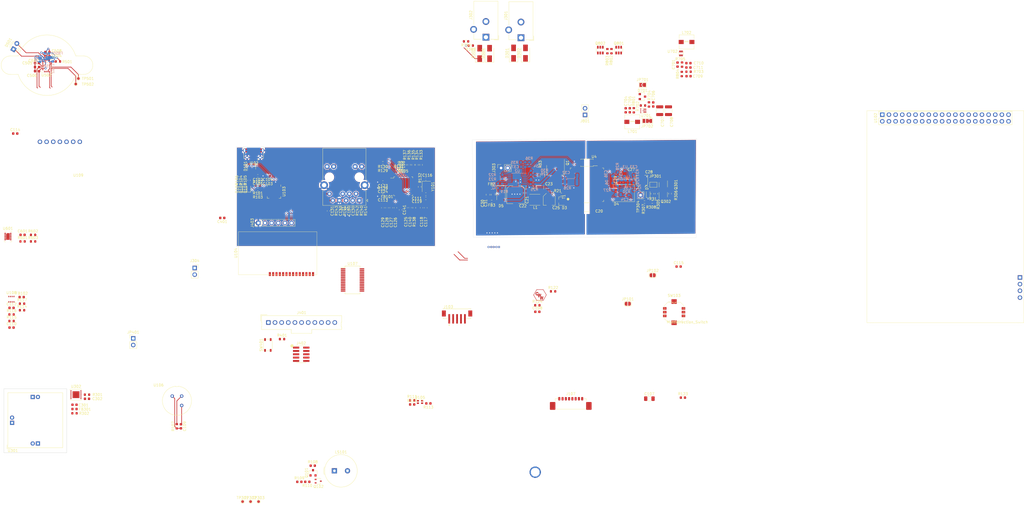
<source format=kicad_pcb>
(kicad_pcb (version 20171130) (host pcbnew 5.1.7-a382d34a8~87~ubuntu18.04.1)
  (layers (0 F.Cu signal) (31 B.Cu signal) (34 B.Paste user) (35 F.Paste user hide) (36 B.SilkS user) (37 F.SilkS user) (38 B.Mask user) (39 F.Mask user) (44 Edge.Cuts user))
  (net 0 "")
  (net 1 GND)
  (net 2 /5V_USB)
  (net 3 +3V3)
  (net 4 /WMCU_RESET)
  (net 5 GNDD)
  (net 6 "Net-(D102-Pad2)")
  (net 7 "Net-(D102-Pad1)")
  (net 8 "Net-(D103-Pad2)")
  (net 9 "Net-(D103-Pad1)")
  (net 10 "Net-(D104-Pad2)")
  (net 11 "Net-(D104-Pad1)")
  (net 12 "Net-(D105-Pad3)")
  (net 13 "Net-(D105-Pad2)")
  (net 14 "Net-(D105-Pad1)")
  (net 15 /DIO17_TDI)
  (net 16 /DIO16_TDO)
  (net 17 /WMCU_TCK)
  (net 18 /WMCU_TMS)
  (net 19 /DIO13_TXD)
  (net 20 /DIO12_RXD)
  (net 21 "Net-(JP101-Pad1)")
  (net 22 SPI_MISO)
  (net 23 "Net-(JP102-Pad1)")
  (net 24 "Net-(LS101-Pad2)")
  (net 25 "Net-(Q101-Pad1)")
  (net 26 "Net-(R101-Pad1)")
  (net 27 "Net-(R103-Pad1)")
  (net 28 "Net-(R122-Pad2)")
  (net 29 "Net-(R123-Pad1)")
  (net 30 "Net-(R124-Pad1)")
  (net 31 SPI_SCK)
  (net 32 SPI_MOSI)
  (net 33 "Net-(C111-Pad1)")
  (net 34 "Net-(C116-Pad1)")
  (net 35 GNDA)
  (net 36 "Net-(J101-Pad14)")
  (net 37 "Net-(J101-Pad12)")
  (net 38 "Net-(JP104-Pad2)")
  (net 39 "Net-(JP104-Pad1)")
  (net 40 "Net-(JP105-Pad2)")
  (net 41 "Net-(JP106-Pad2)")
  (net 42 "Net-(R133-Pad2)")
  (net 43 "Net-(R134-Pad2)")
  (net 44 "Net-(R135-Pad2)")
  (net 45 "Net-(R136-Pad2)")
  (net 46 "Net-(R137-Pad2)")
  (net 47 "Net-(R138-Pad2)")
  (net 48 "Net-(R139-Pad2)")
  (net 49 "Net-(C130-Pad1)")
  (net 50 "Net-(C131-Pad1)")
  (net 51 "Net-(C133-Pad1)")
  (net 52 "Net-(C21-Pad1)")
  (net 53 "Net-(C24-Pad2)")
  (net 54 "Net-(C25-Pad1)")
  (net 55 "Net-(C32-Pad1)")
  (net 56 "Net-(C33-Pad1)")
  (net 57 "Net-(C33-Pad2)")
  (net 58 "Net-(C34-Pad1)")
  (net 59 "Net-(C35-Pad2)")
  (net 60 "Net-(C36-Pad1)")
  (net 61 "Net-(C37-Pad1)")
  (net 62 "Net-(C37-Pad2)")
  (net 63 "Net-(D4-Pad2)")
  (net 64 "Net-(D6-Pad2)")
  (net 65 "Net-(Q1-Pad1)")
  (net 66 "Net-(Q1-Pad3)")
  (net 67 "Net-(C140-Pad1)")
  (net 68 "Net-(C141-Pad1)")
  (net 69 "Net-(C160-Pad1)")
  (net 70 "/Eth + PoE/PoE Flyback/VP")
  (net 71 "/Eth + PoE/PoE Flyback/VN")
  (net 72 "/Eth + PoE/PoE Flyback/VSS_FILT")
  (net 73 "/Eth + PoE/ETH_3V3A")
  (net 74 "/Eth + PoE/ETH_RX_P")
  (net 75 "/Eth + PoE/ETH_RX_N")
  (net 76 "/Eth + PoE/ETH_TX_N")
  (net 77 "/Eth + PoE/ETH_TX_P")
  (net 78 /TARGET_VDD)
  (net 79 "/Eth + PoE/PoE Flyback/APD")
  (net 80 "/Eth + PoE/LINK_LED")
  (net 81 "/Eth + PoE/ACT_LED")
  (net 82 "/Debug and Serial/5V_USB")
  (net 83 "/Debug and Serial/3.3_USB")
  (net 84 "/Debug and Serial/USB_DP")
  (net 85 "/Debug and Serial/USB_DN")
  (net 86 "/Debug and Serial/WMCU_RTS")
  (net 87 "/Debug and Serial/WMCU_CTS")
  (net 88 "Net-(C301-Pad1)")
  (net 89 "Net-(C302-Pad1)")
  (net 90 "Net-(C302-Pad2)")
  (net 91 I2C_SDA)
  (net 92 I2C_SCL)
  (net 93 /PIR_SENSE)
  (net 94 "Net-(R302-Pad1)")
  (net 95 "Net-(R601-Pad2)")
  (net 96 "Net-(R602-Pad2)")
  (net 97 "Net-(R603-Pad1)")
  (net 98 "Net-(U301-Pad2)")
  (net 99 "Net-(U301-Pad4)")
  (net 100 "Net-(U301-Pad5)")
  (net 101 "Net-(U301-Pad1)")
  (net 102 "Net-(U601-Pad4)")
  (net 103 +1V8)
  (net 104 "Net-(C504-Pad1)")
  (net 105 +5V)
  (net 106 "Net-(C508-Pad1)")
  (net 107 "Net-(D501-Pad1)")
  (net 108 "Net-(D501-Pad2)")
  (net 109 "Net-(R501-Pad1)")
  (net 110 "/Eth + PoE/PoE Flyback/5V_Main")
  (net 111 "Net-(C112-Pad1)")
  (net 112 +BATT)
  (net 113 /Power/5VOUT_BST)
  (net 114 "Net-(C706-Pad2)")
  (net 115 "Net-(C709-Pad2)")
  (net 116 "/Eth + PoE/PoE Flyback/DC_BARREL")
  (net 117 /EXT_Sleep)
  (net 118 "Net-(J303-Pad2)")
  (net 119 /WMCU_RTS)
  (net 120 "Net-(J403-Pad3)")
  (net 121 "Net-(JP301-Pad2)")
  (net 122 "Net-(JP701-Pad2)")
  (net 123 "Net-(JP702-Pad2)")
  (net 124 /Power/VSW)
  (net 125 "Net-(L702-Pad1)")
  (net 126 "Net-(Q301-Pad1)")
  (net 127 "Net-(Q302-Pad1)")
  (net 128 "Net-(Q801-Pad1)")
  (net 129 "Net-(Q802-Pad1)")
  (net 130 "Net-(R19-Pad2)")
  (net 131 "Net-(R23-Pad1)")
  (net 132 "Net-(R25-Pad2)")
  (net 133 "Net-(R30-Pad2)")
  (net 134 "Net-(R32-Pad1)")
  (net 135 /I_LED_R)
  (net 136 /I_LED_G)
  (net 137 /I_LED_B)
  (net 138 "Net-(R114-Pad1)")
  (net 139 "Net-(R115-Pad1)")
  (net 140 5V_MainDet)
  (net 141 "Net-(R703-Pad2)")
  (net 142 /Power/EN_5V_BST)
  (net 143 /Multi_C)
  (net 144 /Multi_B)
  (net 145 /Multi_A)
  (net 146 /Multi_Press)
  (net 147 /Multi_D)
  (net 148 /LCD_DC)
  (net 149 /FONT_CS)
  (net 150 /CO_ADC)
  (net 151 /~ETH_RST)
  (net 152 /VOC_INT)
  (net 153 "Net-(C23-Pad1)")
  (net 154 "Net-(D3-Pad2)")
  (net 155 "Net-(D7-Pad2)")
  (net 156 "Net-(Q1-Pad2)")
  (net 157 "Net-(R21-Pad1)")
  (net 158 "Net-(R27-Pad2)")
  (net 159 "Net-(TP301-Pad1)")
  (net 160 "Net-(TP501-Pad1)")
  (net 161 "Net-(TP502-Pad1)")
  (module mylib:ADPD188BI_Chamber (layer F.Cu) (at 31.8 29.7 180)
    (fp_text reference U503 hide)
    (fp_text value "Smoke Chamber" hide)
    (pad "" np_thru_hole circle (at 14 0 180) (size 3.92 3.92) (drill 3.92) (layers *.Cu *.Mask))
    (pad "" np_thru_hole circle (at -14 0 180) (size 3.92 3.92) (drill 3.92) (layers *.Cu *.Mask))
  )
  (module Capacitor_SMD:C_0603_1608Metric (layer F.Cu) (at 27.9908 30.4038 180)
    (fp_text reference C507 (at 1.3716 2.413) (layer F.SilkS))
    (fp_text value 10u)
    (pad 2 smd roundrect (at 0.775 0 180) (size 0.9 0.95) (layers F.Cu F.Paste F.Mask) (net 1 GND))
    (pad 1 smd roundrect (at -0.775 0 180) (size 0.9 0.95) (layers F.Cu F.Paste F.Mask) (net 105 +5V))
  )
  (module Capacitor_SMD:C_0603_1608Metric (layer F.Cu) (at 27.9908 31.9786 180)
    (fp_text reference C506 (at 1.9304 -1.651) (layer F.SilkS))
    (fp_text value 10u)
    (pad 1 smd roundrect (at -0.775 0 180) (size 0.9 0.95) (layers F.Cu F.Paste F.Mask) (net 3 +3V3))
    (pad 2 smd roundrect (at 0.775 0 180) (size 0.9 0.95) (layers F.Cu F.Paste F.Mask) (net 1 GND))
  )
  (module LED_THT:LED_D3.0mm_Clear (layer F.Cu) (at 19 23.6 60)
    (fp_text reference D501 (at 1.27 -2.96 60) (layer F.SilkS))
    (fp_text value "Photodiode alt")
    (pad 1 thru_hole rect (at 0 0 60) (size 1.8 1.8) (drill 0.9) (layers *.Cu *.Mask) (net 107 "Net-(D501-Pad1)"))
    (pad 2 thru_hole circle (at 2.54 0 60) (size 1.8 1.8) (drill 0.9) (layers *.Cu *.Mask) (net 108 "Net-(D501-Pad2)"))
  )
  (module Package_TO_SOT_SMD:SOT-223-3_TabPin2 (layer F.Cu) (at 226.2 69.8 270)
    (fp_text reference Q1 (at -2.7948 -4.5844 90) (layer F.SilkS))
    (fp_text value FDT86244)
    (pad 2 smd rect (at 3.15 0 270) (size 2 3.8) (layers F.Cu F.Paste F.Mask) (net 156 "Net-(Q1-Pad2)"))
    (pad 2 smd rect (at -3.15 0 270) (size 2 1.5) (layers F.Cu F.Paste F.Mask) (net 156 "Net-(Q1-Pad2)"))
    (pad 3 smd rect (at -3.15 2.3 270) (size 2 1.5) (layers F.Cu F.Paste F.Mask) (net 66 "Net-(Q1-Pad3)"))
    (pad 1 smd rect (at -3.15 -2.3 270) (size 2 1.5) (layers F.Cu F.Paste F.Mask) (net 65 "Net-(Q1-Pad1)"))
  )
  (module Resistor_SMD:R_2010_5025Metric (layer B.Cu) (at 232.0875 74.4)
    (fp_text reference R26 (at -1.3539 2.308) (layer B.SilkS) (effects (justify mirror)))
    (fp_text value 82)
    (pad 1 smd roundrect (at -2.3125 0) (size 1.225 2.65) (layers B.Cu B.Paste B.Mask) (roundrect_rratio 0.204082) (net 156 "Net-(Q1-Pad2)"))
    (pad 2 smd roundrect (at 2.3125 0) (size 1.225 2.65) (layers B.Cu B.Paste B.Mask) (roundrect_rratio 0.204082) (net 55 "Net-(C32-Pad1)"))
  )
  (module Button_Switch_SMD:SW_SPST_PTS810 (layer F.Cu) (at 116.2304 136.652 90)
    (fp_text reference SW401 (at 0 -2.6 90) (layer F.SilkS))
    (fp_text value PTS810)
    (pad 2 smd rect (at 2.075 1.075 90) (size 1.05 0.65) (layers F.Cu F.Paste F.Mask) (net 4 /WMCU_RESET))
    (pad 2 smd rect (at -2.075 1.075 90) (size 1.05 0.65) (layers F.Cu F.Paste F.Mask) (net 4 /WMCU_RESET))
    (pad 1 smd rect (at 2.075 -1.075 90) (size 1.05 0.65) (layers F.Cu F.Paste F.Mask) (net 1 GND))
    (pad 1 smd rect (at -2.075 -1.075 90) (size 1.05 0.65) (layers F.Cu F.Paste F.Mask) (net 1 GND))
  )
  (module Resistor_SMD:R_0603_1608Metric (layer F.Cu) (at 171.8 67.8 270)
    (fp_text reference R135 (at -3.8 0 90) (layer F.SilkS))
    (fp_text value 10k)
    (pad 1 smd roundrect (at -0.825 0 270) (size 0.8 0.95) (layers F.Cu F.Paste F.Mask) (net 1 GND))
    (pad 2 smd roundrect (at 0.825 0 270) (size 0.8 0.95) (layers F.Cu F.Paste F.Mask) (net 44 "Net-(R135-Pad2)"))
  )
  (module Resistor_SMD:R_0603_1608Metric (layer F.Cu) (at 160.2 68.6 180)
    (fp_text reference R129 (at 0 -1.43) (layer F.SilkS))
    (fp_text value 1k)
    (pad 1 smd roundrect (at -0.825 0 180) (size 0.8 0.95) (layers F.Cu F.Paste F.Mask) (net 80 "/Eth + PoE/LINK_LED"))
    (pad 2 smd roundrect (at 0.825 0 180) (size 0.8 0.95) (layers F.Cu F.Paste F.Mask) (net 36 "Net-(J101-Pad14)"))
  )
  (module Capacitor_SMD:C_0603_1608Metric (layer F.Cu) (at 176.63 73.2)
    (fp_text reference C116 (at 0.57 -1.43) (layer F.SilkS))
    (fp_text value 20p)
    (pad 1 smd roundrect (at -0.775 0) (size 0.9 0.95) (layers F.Cu F.Paste F.Mask) (net 34 "Net-(C116-Pad1)"))
    (pad 2 smd roundrect (at 0.775 0) (size 0.9 0.95) (layers F.Cu F.Paste F.Mask) (net 1 GND))
  )
  (module Inductor_SMD:L_0603_1608Metric (layer F.Cu) (at 161.8 81.4)
    (fp_text reference FB101 (at 0 -1.43) (layer F.SilkS))
    (fp_text value Ferrite_Bead_Small)
    (pad 1 smd roundrect (at -0.7875 0) (size 0.875 0.95) (layers F.Cu F.Paste F.Mask) (net 73 "/Eth + PoE/ETH_3V3A"))
    (pad 2 smd roundrect (at 0.7875 0) (size 0.875 0.95) (layers F.Cu F.Paste F.Mask) (net 3 +3V3))
  )
  (module Resistor_SMD:R_0603_1608Metric (layer F.Cu) (at 174.3 76.2 270)
    (fp_text reference R132 (at -3.4 -0.1 90) (layer F.SilkS))
    (fp_text value 1M)
    (pad 1 smd roundrect (at -0.825 0 270) (size 0.8 0.95) (layers F.Cu F.Paste F.Mask) (net 34 "Net-(C116-Pad1)"))
    (pad 2 smd roundrect (at 0.825 0 270) (size 0.8 0.95) (layers F.Cu F.Paste F.Mask) (net 33 "Net-(C111-Pad1)"))
  )
  (module Capacitor_SMD:C_0603_1608Metric (layer F.Cu) (at 176.6 84.2 270)
    (fp_text reference C117 (at 5.4 0 90) (layer F.SilkS))
    (fp_text value 4.7u)
    (pad 1 smd roundrect (at -0.775 0 270) (size 0.9 0.95) (layers F.Cu F.Paste F.Mask) (net 3 +3V3))
    (pad 2 smd roundrect (at 0.775 0 270) (size 0.9 0.95) (layers F.Cu F.Paste F.Mask) (net 1 GND))
  )
  (module Resistor_SMD:R_0603_1608Metric (layer F.Cu) (at 174.8 67.8 270)
    (fp_text reference R133 (at -3.8 0 90) (layer F.SilkS))
    (fp_text value 10k)
    (pad 1 smd roundrect (at -0.825 0 270) (size 0.8 0.95) (layers F.Cu F.Paste F.Mask) (net 1 GND))
    (pad 2 smd roundrect (at 0.825 0 270) (size 0.8 0.95) (layers F.Cu F.Paste F.Mask) (net 42 "Net-(R133-Pad2)"))
  )
  (module Resistor_SMD:R_0603_1608Metric (layer F.Cu) (at 172.2 84.2 90)
    (fp_text reference R138 (at -5.4 0 90) (layer F.SilkS))
    (fp_text value 10k)
    (pad 1 smd roundrect (at -0.825 0 90) (size 0.8 0.95) (layers F.Cu F.Paste F.Mask) (net 1 GND))
    (pad 2 smd roundrect (at 0.825 0 90) (size 0.8 0.95) (layers F.Cu F.Paste F.Mask) (net 47 "Net-(R138-Pad2)"))
  )
  (module Resistor_SMD:R_0201_0603Metric (layer F.Cu) (at 167 68.58 270)
    (fp_text reference JP106 (at 0 -1.05 90) (layer F.SilkS))
    (fp_text value SolderJumper_2_Open)
    (pad 1 smd roundrect (at -0.32 0 270) (size 0.46 0.4) (layers F.Cu F.Mask) (net 39 "Net-(JP104-Pad1)"))
    (pad 2 smd roundrect (at 0.32 0 270) (size 0.46 0.4) (layers F.Cu F.Mask) (net 41 "Net-(JP106-Pad2)"))
  )
  (module Capacitor_SMD:C_0603_1608Metric (layer F.Cu) (at 160.2 74.4 180)
    (fp_text reference C123 (at 0 -1.43) (layer F.SilkS))
    (fp_text value 0.1u)
    (pad 1 smd roundrect (at -0.775 0 180) (size 0.9 0.95) (layers F.Cu F.Paste F.Mask) (net 73 "/Eth + PoE/ETH_3V3A"))
    (pad 2 smd roundrect (at 0.775 0 180) (size 0.9 0.95) (layers F.Cu F.Paste F.Mask) (net 1 GND))
  )
  (module Capacitor_SMD:C_0603_1608Metric (layer F.Cu) (at 169 84.2 270)
    (fp_text reference C125 (at 5.4 0 90) (layer F.SilkS))
    (fp_text value 0.1u)
    (pad 1 smd roundrect (at -0.775 0 270) (size 0.9 0.95) (layers F.Cu F.Paste F.Mask) (net 73 "/Eth + PoE/ETH_3V3A"))
    (pad 2 smd roundrect (at 0.775 0 270) (size 0.9 0.95) (layers F.Cu F.Paste F.Mask) (net 1 GND))
  )
  (module Capacitor_SMD:C_0603_1608Metric (layer F.Cu) (at 163.4 84.2 270)
    (fp_text reference C127 (at 5.6 0 90) (layer F.SilkS))
    (fp_text value 0.1u)
    (pad 1 smd roundrect (at -0.775 0 270) (size 0.9 0.95) (layers F.Cu F.Paste F.Mask) (net 73 "/Eth + PoE/ETH_3V3A"))
    (pad 2 smd roundrect (at 0.775 0 270) (size 0.9 0.95) (layers F.Cu F.Paste F.Mask) (net 1 GND))
  )
  (module Resistor_SMD:R_0603_1608Metric (layer F.Cu) (at 160.2 67.05 180)
    (fp_text reference R130 (at 0 -1.43) (layer F.SilkS))
    (fp_text value 1k)
    (pad 1 smd roundrect (at -0.825 0 180) (size 0.8 0.95) (layers F.Cu F.Paste F.Mask) (net 81 "/Eth + PoE/ACT_LED"))
    (pad 2 smd roundrect (at 0.825 0 180) (size 0.8 0.95) (layers F.Cu F.Paste F.Mask) (net 37 "Net-(J101-Pad12)"))
  )
  (module Crystal:Crystal_SMD_3225-4Pin_3.2x2.5mm (layer F.Cu) (at 176.85 76.1 270)
    (fp_text reference Y101 (at 0 -2.45 90) (layer F.SilkS))
    (fp_text value 25MHz)
    (pad 1 smd rect (at -1.1 0.85 270) (size 1.4 1.2) (layers F.Cu F.Paste F.Mask) (net 34 "Net-(C116-Pad1)"))
    (pad 2 smd rect (at 1.1 0.85 270) (size 1.4 1.2) (layers F.Cu F.Paste F.Mask) (net 1 GND))
    (pad 3 smd rect (at 1.1 -0.85 270) (size 1.4 1.2) (layers F.Cu F.Paste F.Mask) (net 33 "Net-(C111-Pad1)"))
    (pad 4 smd rect (at -1.1 -0.85 270) (size 1.4 1.2) (layers F.Cu F.Paste F.Mask))
  )
  (module Package_QFP:LQFP-48_7x7mm_P0.5mm (layer F.Cu) (at 168 76)
    (fp_text reference U105 (at 0 -5.85) (layer F.SilkS))
    (fp_text value W5500)
    (pad 1 smd roundrect (at -4.1625 -2.75) (size 1.475 0.3) (layers F.Cu F.Paste F.Mask) (net 76 "/Eth + PoE/ETH_TX_N"))
    (pad 2 smd roundrect (at -4.1625 -2.25) (size 1.475 0.3) (layers F.Cu F.Paste F.Mask) (net 77 "/Eth + PoE/ETH_TX_P"))
    (pad 3 smd roundrect (at -4.1625 -1.75) (size 1.475 0.3) (layers F.Cu F.Paste F.Mask) (net 35 GNDA))
    (pad 4 smd roundrect (at -4.1625 -1.25) (size 1.475 0.3) (layers F.Cu F.Paste F.Mask) (net 73 "/Eth + PoE/ETH_3V3A"))
    (pad 5 smd roundrect (at -4.1625 -0.75) (size 1.475 0.3) (layers F.Cu F.Paste F.Mask) (net 75 "/Eth + PoE/ETH_RX_N"))
    (pad 6 smd roundrect (at -4.1625 -0.25) (size 1.475 0.3) (layers F.Cu F.Paste F.Mask) (net 74 "/Eth + PoE/ETH_RX_P"))
    (pad 7 smd roundrect (at -4.1625 0.25) (size 1.475 0.3) (layers F.Cu F.Paste F.Mask))
    (pad 8 smd roundrect (at -4.1625 0.75) (size 1.475 0.3) (layers F.Cu F.Paste F.Mask) (net 73 "/Eth + PoE/ETH_3V3A"))
    (pad 9 smd roundrect (at -4.1625 1.25) (size 1.475 0.3) (layers F.Cu F.Paste F.Mask) (net 35 GNDA))
    (pad 10 smd roundrect (at -4.1625 1.75) (size 1.475 0.3) (layers F.Cu F.Paste F.Mask) (net 48 "Net-(R139-Pad2)"))
    (pad 11 smd roundrect (at -4.1625 2.25) (size 1.475 0.3) (layers F.Cu F.Paste F.Mask) (net 73 "/Eth + PoE/ETH_3V3A"))
    (pad 12 smd roundrect (at -4.1625 2.75) (size 1.475 0.3) (layers F.Cu F.Paste F.Mask))
    (pad 13 smd roundrect (at -2.75 4.1625) (size 0.3 1.475) (layers F.Cu F.Paste F.Mask))
    (pad 14 smd roundrect (at -2.25 4.1625) (size 0.3 1.475) (layers F.Cu F.Paste F.Mask) (net 35 GNDA))
    (pad 15 smd roundrect (at -1.75 4.1625) (size 0.3 1.475) (layers F.Cu F.Paste F.Mask) (net 73 "/Eth + PoE/ETH_3V3A"))
    (pad 16 smd roundrect (at -1.25 4.1625) (size 0.3 1.475) (layers F.Cu F.Paste F.Mask) (net 35 GNDA))
    (pad 17 smd roundrect (at -0.75 4.1625) (size 0.3 1.475) (layers F.Cu F.Paste F.Mask) (net 73 "/Eth + PoE/ETH_3V3A"))
    (pad 18 smd roundrect (at -0.25 4.1625) (size 0.3 1.475) (layers F.Cu F.Paste F.Mask))
    (pad 19 smd roundrect (at 0.25 4.1625) (size 0.3 1.475) (layers F.Cu F.Paste F.Mask) (net 35 GNDA))
    (pad 20 smd roundrect (at 0.75 4.1625) (size 0.3 1.475) (layers F.Cu F.Paste F.Mask) (net 68 "Net-(C141-Pad1)"))
    (pad 21 smd roundrect (at 1.25 4.1625) (size 0.3 1.475) (layers F.Cu F.Paste F.Mask) (net 73 "/Eth + PoE/ETH_3V3A"))
    (pad 22 smd roundrect (at 1.75 4.1625) (size 0.3 1.475) (layers F.Cu F.Paste F.Mask) (net 67 "Net-(C140-Pad1)"))
    (pad 23 smd roundrect (at 2.25 4.1625) (size 0.3 1.475) (layers F.Cu F.Paste F.Mask) (net 47 "Net-(R138-Pad2)"))
    (pad 24 smd roundrect (at 2.75 4.1625) (size 0.3 1.475) (layers F.Cu F.Paste F.Mask))
    (pad 25 smd roundrect (at 4.1625 2.75) (size 1.475 0.3) (layers F.Cu F.Paste F.Mask) (net 80 "/Eth + PoE/LINK_LED"))
    (pad 26 smd roundrect (at 4.1625 2.25) (size 1.475 0.3) (layers F.Cu F.Paste F.Mask))
    (pad 27 smd roundrect (at 4.1625 1.75) (size 1.475 0.3) (layers F.Cu F.Paste F.Mask) (net 81 "/Eth + PoE/ACT_LED"))
    (pad 28 smd roundrect (at 4.1625 1.25) (size 1.475 0.3) (layers F.Cu F.Paste F.Mask) (net 3 +3V3))
    (pad 29 smd roundrect (at 4.1625 0.75) (size 1.475 0.3) (layers F.Cu F.Paste F.Mask) (net 1 GND))
    (pad 30 smd roundrect (at 4.1625 0.25) (size 1.475 0.3) (layers F.Cu F.Paste F.Mask) (net 33 "Net-(C111-Pad1)"))
    (pad 31 smd roundrect (at 4.1625 -0.25) (size 1.475 0.3) (layers F.Cu F.Paste F.Mask) (net 34 "Net-(C116-Pad1)"))
    (pad 32 smd roundrect (at 4.1625 -0.75) (size 1.475 0.3) (layers F.Cu F.Paste F.Mask))
    (pad 33 smd roundrect (at 4.1625 -1.25) (size 1.475 0.3) (layers F.Cu F.Paste F.Mask) (net 31 SPI_SCK))
    (pad 34 smd roundrect (at 4.1625 -1.75) (size 1.475 0.3) (layers F.Cu F.Paste F.Mask) (net 22 SPI_MISO))
    (pad 35 smd roundrect (at 4.1625 -2.25) (size 1.475 0.3) (layers F.Cu F.Paste F.Mask) (net 32 SPI_MOSI))
    (pad 36 smd roundrect (at 4.1625 -2.75) (size 1.475 0.3) (layers F.Cu F.Paste F.Mask))
    (pad 37 smd roundrect (at 2.75 -4.1625) (size 0.3 1.475) (layers F.Cu F.Paste F.Mask) (net 151 /~ETH_RST))
    (pad 38 smd roundrect (at 2.25 -4.1625) (size 0.3 1.475) (layers F.Cu F.Paste F.Mask) (net 42 "Net-(R133-Pad2)"))
    (pad 39 smd roundrect (at 1.75 -4.1625) (size 0.3 1.475) (layers F.Cu F.Paste F.Mask) (net 43 "Net-(R134-Pad2)"))
    (pad 40 smd roundrect (at 1.25 -4.1625) (size 0.3 1.475) (layers F.Cu F.Paste F.Mask) (net 44 "Net-(R135-Pad2)"))
    (pad 41 smd roundrect (at 0.75 -4.1625) (size 0.3 1.475) (layers F.Cu F.Paste F.Mask) (net 45 "Net-(R136-Pad2)"))
    (pad 42 smd roundrect (at 0.25 -4.1625) (size 0.3 1.475) (layers F.Cu F.Paste F.Mask) (net 46 "Net-(R137-Pad2)"))
    (pad 43 smd roundrect (at -0.25 -4.1625) (size 0.3 1.475) (layers F.Cu F.Paste F.Mask) (net 41 "Net-(JP106-Pad2)"))
    (pad 44 smd roundrect (at -0.75 -4.1625) (size 0.3 1.475) (layers F.Cu F.Paste F.Mask) (net 40 "Net-(JP105-Pad2)"))
    (pad 45 smd roundrect (at -1.25 -4.1625) (size 0.3 1.475) (layers F.Cu F.Paste F.Mask) (net 38 "Net-(JP104-Pad2)"))
    (pad 46 smd roundrect (at -1.75 -4.1625) (size 0.3 1.475) (layers F.Cu F.Paste F.Mask))
    (pad 47 smd roundrect (at -2.25 -4.1625) (size 0.3 1.475) (layers F.Cu F.Paste F.Mask))
    (pad 48 smd roundrect (at -2.75 -4.1625) (size 0.3 1.475) (layers F.Cu F.Paste F.Mask) (net 35 GNDA))
  )
  (module Capacitor_SMD:C_0603_1608Metric (layer F.Cu) (at 165 84.2 270)
    (fp_text reference C126 (at 5.6 0 90) (layer F.SilkS))
    (fp_text value 0.1u)
    (pad 1 smd roundrect (at -0.775 0 270) (size 0.9 0.95) (layers F.Cu F.Paste F.Mask) (net 73 "/Eth + PoE/ETH_3V3A"))
    (pad 2 smd roundrect (at 0.775 0 270) (size 0.9 0.95) (layers F.Cu F.Paste F.Mask) (net 1 GND))
  )
  (module Resistor_SMD:R_0603_1608Metric (layer F.Cu) (at 160.2 78.2)
    (fp_text reference R139 (at 0 -1.43) (layer F.SilkS))
    (fp_text value 12.4k)
    (pad 1 smd roundrect (at -0.825 0) (size 0.8 0.95) (layers F.Cu F.Paste F.Mask) (net 35 GNDA))
    (pad 2 smd roundrect (at 0.825 0) (size 0.8 0.95) (layers F.Cu F.Paste F.Mask) (net 48 "Net-(R139-Pad2)"))
  )
  (module Resistor_SMD:R_0603_1608Metric (layer F.Cu) (at 166.2 67.05 180)
    (fp_text reference R131 (at 0 -1.43) (layer F.SilkS))
    (fp_text value 1k)
    (pad 1 smd roundrect (at -0.825 0 180) (size 0.8 0.95) (layers F.Cu F.Paste F.Mask) (net 1 GND))
    (pad 2 smd roundrect (at 0.825 0 180) (size 0.8 0.95) (layers F.Cu F.Paste F.Mask) (net 39 "Net-(JP104-Pad1)"))
  )
  (module Resistor_SMD:R_0603_1608Metric (layer F.Cu) (at 170.2 67.775 270)
    (fp_text reference R136 (at -3.775 0 90) (layer F.SilkS))
    (fp_text value 10k)
    (pad 1 smd roundrect (at -0.825 0 270) (size 0.8 0.95) (layers F.Cu F.Paste F.Mask) (net 1 GND))
    (pad 2 smd roundrect (at 0.825 0 270) (size 0.8 0.95) (layers F.Cu F.Paste F.Mask) (net 45 "Net-(R136-Pad2)"))
  )
  (module Resistor_SMD:R_0603_1608Metric (layer F.Cu) (at 168.6 67.8 270)
    (fp_text reference R137 (at -3.8 0 90) (layer F.SilkS))
    (fp_text value 10k)
    (pad 1 smd roundrect (at -0.825 0 270) (size 0.8 0.95) (layers F.Cu F.Paste F.Mask) (net 1 GND))
    (pad 2 smd roundrect (at 0.825 0 270) (size 0.8 0.95) (layers F.Cu F.Paste F.Mask) (net 46 "Net-(R137-Pad2)"))
  )
  (module Capacitor_SMD:C_0603_1608Metric (layer F.Cu) (at 175 84.2 270)
    (fp_text reference C118 (at 5.4 0 90) (layer F.SilkS))
    (fp_text value 4.7u)
    (pad 1 smd roundrect (at -0.775 0 270) (size 0.9 0.95) (layers F.Cu F.Paste F.Mask) (net 3 +3V3))
    (pad 2 smd roundrect (at 0.775 0 270) (size 0.9 0.95) (layers F.Cu F.Paste F.Mask) (net 1 GND))
  )
  (module Capacitor_SMD:C_0603_1608Metric (layer F.Cu) (at 161.8 84.2 270)
    (fp_text reference C128 (at 5.6 0 90) (layer F.SilkS))
    (fp_text value 4.7u)
    (pad 1 smd roundrect (at -0.775 0 270) (size 0.9 0.95) (layers F.Cu F.Paste F.Mask) (net 73 "/Eth + PoE/ETH_3V3A"))
    (pad 2 smd roundrect (at 0.775 0 270) (size 0.9 0.95) (layers F.Cu F.Paste F.Mask) (net 1 GND))
  )
  (module Capacitor_SMD:C_0603_1608Metric (layer F.Cu) (at 160.2 76.6 180)
    (fp_text reference C124 (at 0 -1.43) (layer F.SilkS))
    (fp_text value 0.1u)
    (pad 1 smd roundrect (at -0.775 0 180) (size 0.9 0.95) (layers F.Cu F.Paste F.Mask) (net 73 "/Eth + PoE/ETH_3V3A"))
    (pad 2 smd roundrect (at 0.775 0 180) (size 0.9 0.95) (layers F.Cu F.Paste F.Mask) (net 1 GND))
  )
  (module Capacitor_SMD:C_0603_1608Metric (layer F.Cu) (at 176.63 80.6)
    (fp_text reference C119 (at -3.43 1.2) (layer F.SilkS))
    (fp_text value 0.1u)
    (pad 1 smd roundrect (at -0.775 0) (size 0.9 0.95) (layers F.Cu F.Paste F.Mask) (net 3 +3V3))
    (pad 2 smd roundrect (at 0.775 0) (size 0.9 0.95) (layers F.Cu F.Paste F.Mask) (net 1 GND))
  )
  (module Capacitor_SMD:C_0603_1608Metric (layer F.Cu) (at 176.63 79)
    (fp_text reference C111 (at -3.43 1.6) (layer F.SilkS))
    (fp_text value 20p)
    (pad 1 smd roundrect (at -0.7875 0) (size 0.875 0.95) (layers F.Cu F.Paste F.Mask) (net 33 "Net-(C111-Pad1)"))
    (pad 2 smd roundrect (at 0.7875 0) (size 0.875 0.95) (layers F.Cu F.Paste F.Mask) (net 1 GND))
  )
  (module Resistor_SMD:R_0201_0603Metric (layer F.Cu) (at 166.2 68.58 270)
    (fp_text reference JP105 (at 0 -1.05 90) (layer F.SilkS))
    (fp_text value SolderJumper_2_Open)
    (pad 1 smd roundrect (at -0.32 0 270) (size 0.46 0.4) (layers F.Cu F.Mask) (net 39 "Net-(JP104-Pad1)"))
    (pad 2 smd roundrect (at 0.32 0 270) (size 0.46 0.4) (layers F.Cu F.Mask) (net 40 "Net-(JP105-Pad2)"))
  )
  (module Resistor_SMD:R_0201_0603Metric (layer F.Cu) (at 165.4 68.58 270)
    (fp_text reference JP104 (at 0 -1.05 90) (layer F.SilkS))
    (fp_text value SolderJumper_2_Open)
    (pad 1 smd roundrect (at -0.32 0 270) (size 0.46 0.4) (layers F.Cu F.Mask) (net 39 "Net-(JP104-Pad1)"))
    (pad 2 smd roundrect (at 0.32 0 270) (size 0.46 0.4) (layers F.Cu F.Mask) (net 38 "Net-(JP104-Pad2)"))
  )
  (module Capacitor_SMD:C_0603_1608Metric (layer F.Cu) (at 170.6 84.175 270)
    (fp_text reference C140 (at 5.425 0 90) (layer F.SilkS))
    (fp_text value 0.1u)
    (pad 1 smd roundrect (at -0.775 0 270) (size 0.9 0.95) (layers F.Cu F.Paste F.Mask) (net 67 "Net-(C140-Pad1)"))
    (pad 2 smd roundrect (at 0.775 0 270) (size 0.9 0.95) (layers F.Cu F.Paste F.Mask) (net 1 GND))
  )
  (module Resistor_SMD:R_0603_1608Metric (layer F.Cu) (at 173.2 67.8 270)
    (fp_text reference R134 (at -3.8 0 90) (layer F.SilkS))
    (fp_text value 10k)
    (pad 1 smd roundrect (at -0.825 0 270) (size 0.8 0.95) (layers F.Cu F.Paste F.Mask) (net 1 GND))
    (pad 2 smd roundrect (at 0.825 0 270) (size 0.8 0.95) (layers F.Cu F.Paste F.Mask) (net 43 "Net-(R134-Pad2)"))
  )
  (module Capacitor_SMD:C_0603_1608Metric (layer F.Cu) (at 160.2 84.2 270)
    (fp_text reference C129 (at 5.6 0 90) (layer F.SilkS))
    (fp_text value 4.7u)
    (pad 1 smd roundrect (at -0.775 0 270) (size 0.9 0.95) (layers F.Cu F.Paste F.Mask) (net 73 "/Eth + PoE/ETH_3V3A"))
    (pad 2 smd roundrect (at 0.775 0 270) (size 0.9 0.95) (layers F.Cu F.Paste F.Mask) (net 1 GND))
  )
  (module Resistor_SMD:R_0603_1608Metric (layer F.Cu) (at 152.2 85.4 270)
    (fp_text reference R141 (at 0 -1.43 90) (layer F.SilkS))
    (fp_text value 49.9)
    (pad 1 smd roundrect (at -0.825 0 270) (size 0.8 0.95) (layers F.Cu F.Paste F.Mask) (net 77 "/Eth + PoE/ETH_TX_P"))
    (pad 2 smd roundrect (at 0.825 0 270) (size 0.8 0.95) (layers F.Cu F.Paste F.Mask) (net 73 "/Eth + PoE/ETH_3V3A"))
  )
  (module Resistor_SMD:R_0603_1608Metric (layer F.Cu) (at 150.6 85.4 270)
    (fp_text reference R140 (at 0 -1.43 90) (layer F.SilkS))
    (fp_text value 49.9)
    (pad 1 smd roundrect (at -0.825 0 270) (size 0.8 0.95) (layers F.Cu F.Paste F.Mask) (net 76 "/Eth + PoE/ETH_TX_N"))
    (pad 2 smd roundrect (at 0.825 0 270) (size 0.8 0.95) (layers F.Cu F.Paste F.Mask) (net 73 "/Eth + PoE/ETH_3V3A"))
  )
  (module Resistor_SMD:R_0603_1608Metric (layer F.Cu) (at 141 85.4 270)
    (fp_text reference R143 (at 0 -1.43 90) (layer F.SilkS))
    (fp_text value 49.9)
    (pad 1 smd roundrect (at -0.825 0 270) (size 0.8 0.95) (layers F.Cu F.Paste F.Mask) (net 69 "Net-(C160-Pad1)"))
    (pad 2 smd roundrect (at 0.825 0 270) (size 0.8 0.95) (layers F.Cu F.Paste F.Mask) (net 74 "/Eth + PoE/ETH_RX_P"))
  )
  (module Capacitor_SMD:C_0603_1608Metric (layer F.Cu) (at 139.4 85.4 270)
    (fp_text reference C131 (at 0 -1.43 90) (layer F.SilkS))
    (fp_text value 6.8n)
    (pad 1 smd roundrect (at -0.775 0 270) (size 0.9 0.95) (layers F.Cu F.Paste F.Mask) (net 50 "Net-(C131-Pad1)"))
    (pad 2 smd roundrect (at 0.775 0 270) (size 0.9 0.95) (layers F.Cu F.Paste F.Mask) (net 74 "/Eth + PoE/ETH_RX_P"))
  )
  (module Resistor_SMD:R_0603_1608Metric (layer F.Cu) (at 144.2 85.4 270)
    (fp_text reference R144 (at 0 -1.43 90) (layer F.SilkS))
    (fp_text value 49.9)
    (pad 1 smd roundrect (at -0.825 0 270) (size 0.8 0.95) (layers F.Cu F.Paste F.Mask) (net 69 "Net-(C160-Pad1)"))
    (pad 2 smd roundrect (at 0.825 0 270) (size 0.8 0.95) (layers F.Cu F.Paste F.Mask) (net 75 "/Eth + PoE/ETH_RX_N"))
  )
  (module Capacitor_SMD:C_0603_1608Metric (layer F.Cu) (at 142.6 85.425 270)
    (fp_text reference C133 (at 0 -1.43 90) (layer F.SilkS))
    (fp_text value 6.8n)
    (pad 1 smd roundrect (at -0.775 0 270) (size 0.9 0.95) (layers F.Cu F.Paste F.Mask) (net 51 "Net-(C133-Pad1)"))
    (pad 2 smd roundrect (at 0.775 0 270) (size 0.9 0.95) (layers F.Cu F.Paste F.Mask) (net 75 "/Eth + PoE/ETH_RX_N"))
  )
  (module Resistor_SMD:R_0603_1608Metric (layer F.Cu) (at 149 85.4 270)
    (fp_text reference R142 (at 0 -1.43 90) (layer F.SilkS))
    (fp_text value 10)
    (pad 1 smd roundrect (at -0.825 0 270) (size 0.8 0.95) (layers F.Cu F.Paste F.Mask) (net 49 "Net-(C130-Pad1)"))
    (pad 2 smd roundrect (at 0.825 0 270) (size 0.8 0.95) (layers F.Cu F.Paste F.Mask) (net 73 "/Eth + PoE/ETH_3V3A"))
  )
  (module Capacitor_SMD:C_0603_1608Metric (layer F.Cu) (at 147.4 85.4 270)
    (fp_text reference C130 (at 0 -1.43 90) (layer F.SilkS))
    (fp_text value 22n)
    (pad 1 smd roundrect (at -0.775 0 270) (size 0.9 0.95) (layers F.Cu F.Paste F.Mask) (net 49 "Net-(C130-Pad1)"))
    (pad 2 smd roundrect (at 0.775 0 270) (size 0.9 0.95) (layers F.Cu F.Paste F.Mask) (net 1 GND))
  )
  (module Connector_USB:USB_Micro-B_Amphenol_10118194_Horizontal (layer F.Cu) (at 110.8 63.6 180)
    (fp_text reference J102 (at 0 -3.5) (layer F.SilkS))
    (fp_text value 10118194-0001LF)
    (pad 6 thru_hole oval (at 3.5 1.3 180) (size 0.89 1.55) (drill oval 0.5 1.15) (layers *.Cu *.Mask) (net 1 GND))
    (pad 6 thru_hole oval (at -3.5 1.3 180) (size 0.89 1.55) (drill oval 0.5 1.15) (layers *.Cu *.Mask) (net 1 GND))
    (pad 6 smd rect (at 2.9 1.3 180) (size 1.2 1.55) (layers F.Cu F.Paste F.Mask) (net 1 GND))
    (pad 6 smd rect (at -2.9 1.3 180) (size 1.2 1.55) (layers F.Cu F.Paste F.Mask) (net 1 GND))
    (pad 6 smd rect (at 1 1.3 180) (size 1.5 1.55) (layers F.Cu F.Paste F.Mask) (net 1 GND))
    (pad 6 smd rect (at -1 1.3 180) (size 1.5 1.55) (layers F.Cu F.Paste F.Mask) (net 1 GND))
    (pad 6 thru_hole oval (at 2.5 -1.4 180) (size 1.25 0.95) (drill oval 0.85 0.55) (layers *.Cu *.Mask) (net 1 GND))
    (pad 6 thru_hole oval (at -2.5 -1.4 180) (size 1.25 0.95) (drill oval 0.85 0.55) (layers *.Cu *.Mask) (net 1 GND))
    (pad 5 smd rect (at 1.3 -1.4 180) (size 0.4 1.35) (layers F.Cu F.Paste F.Mask) (net 1 GND))
    (pad 4 smd rect (at 0.65 -1.4 180) (size 0.4 1.35) (layers F.Cu F.Paste F.Mask))
    (pad 3 smd rect (at 0 -1.4 180) (size 0.4 1.35) (layers F.Cu F.Paste F.Mask) (net 84 "/Debug and Serial/USB_DP"))
    (pad 2 smd rect (at -0.65 -1.4 180) (size 0.4 1.35) (layers F.Cu F.Paste F.Mask) (net 85 "/Debug and Serial/USB_DN"))
    (pad 1 smd rect (at -1.3 -1.4 180) (size 0.4 1.35) (layers F.Cu F.Paste F.Mask) (net 82 "/Debug and Serial/5V_USB"))
  )
  (module Capacitor_SMD:C_0603_1608Metric (layer F.Cu) (at 145.8 85.4 270)
    (fp_text reference C160 (at 0 -1.43 90) (layer F.SilkS))
    (fp_text value 8.2nF)
    (pad 2 smd roundrect (at 0.775 0 270) (size 0.9 0.95) (layers F.Cu F.Paste F.Mask) (net 1 GND))
    (pad 1 smd roundrect (at -0.775 0 270) (size 0.9 0.95) (layers F.Cu F.Paste F.Mask) (net 69 "Net-(C160-Pad1)"))
  )
  (module Connector_RJ:RJ45_Abracon_ARJP11A-MA_Horizontal (layer F.Cu) (at 151.2 81.4 180)
    (fp_text reference J101 (at 5.71 -3.1) (layer F.SilkS))
    (fp_text value HR861153C)
    (pad 15 thru_hole circle (at 13.46 5.84 180) (size 3 3) (drill 1.7) (layers *.Cu *.Mask) (net 1 GND))
    (pad 15 thru_hole circle (at -2.04 5.84 180) (size 3 3) (drill 1.7) (layers *.Cu *.Mask) (net 1 GND))
    (pad "" np_thru_hole circle (at 11.43 8.89 180) (size 3.2 3.2) (drill 3.2) (layers *.Cu *.Mask))
    (pad "" np_thru_hole circle (at 0 8.89 180) (size 3.2 3.2) (drill 3.2) (layers *.Cu *.Mask))
    (pad 14 thru_hole circle (at 12.34 12.95 180) (size 2 2) (drill 1) (layers *.Cu *.Mask) (net 36 "Net-(J101-Pad14)"))
    (pad 13 thru_hole circle (at 9.8 12.95 180) (size 2 2) (drill 1) (layers *.Cu *.Mask) (net 3 +3V3))
    (pad 12 thru_hole circle (at 1.62 12.95 180) (size 2 2) (drill 1) (layers *.Cu *.Mask) (net 37 "Net-(J101-Pad12)"))
    (pad 10 thru_hole circle (at 11.43 2.54 180) (size 1.8 1.8) (drill 0.9) (layers *.Cu *.Mask) (net 71 "/Eth + PoE/PoE Flyback/VN"))
    (pad 9 thru_hole circle (at 10.16 0 180) (size 1.8 1.8) (drill 0.9) (layers *.Cu *.Mask) (net 70 "/Eth + PoE/PoE Flyback/VP"))
    (pad 7 thru_hole circle (at 7.62 0 180) (size 1.8 1.8) (drill 0.9) (layers *.Cu *.Mask) (net 1 GND))
    (pad 6 thru_hole circle (at 6.35 2.54 180) (size 1.8 1.8) (drill 0.9) (layers *.Cu *.Mask) (net 51 "Net-(C133-Pad1)"))
    (pad 5 thru_hole circle (at 5.08 0 180) (size 1.8 1.8) (drill 0.9) (layers *.Cu *.Mask) (net 69 "Net-(C160-Pad1)"))
    (pad 4 thru_hole circle (at 3.81 2.54 180) (size 1.8 1.8) (drill 0.9) (layers *.Cu *.Mask) (net 49 "Net-(C130-Pad1)"))
    (pad 3 thru_hole circle (at 2.54 0 180) (size 1.8 1.8) (drill 0.9) (layers *.Cu *.Mask) (net 50 "Net-(C131-Pad1)"))
    (pad 2 thru_hole circle (at 1.27 2.54 180) (size 1.8 1.8) (drill 0.9) (layers *.Cu *.Mask) (net 76 "/Eth + PoE/ETH_TX_N"))
    (pad 11 thru_hole circle (at -0.92 12.95 180) (size 2 2) (drill 1) (layers *.Cu *.Mask) (net 3 +3V3))
    (pad 1 thru_hole rect (at 0 0 180) (size 1.8 1.8) (drill 0.9) (layers *.Cu *.Mask) (net 77 "/Eth + PoE/ETH_TX_P"))
  )
  (module mylib:RF-BM-2652P2 (layer F.Cu) (at 120 101.6 90)
    (fp_text reference U104 (at 0.1 -16 90) (layer F.SilkS))
    (fp_text value CC2652P)
    (pad 28 smd rect (at 7.95 -3 90) (size 1.5 0.8) (layers F.Cu F.Paste F.Mask))
    (pad 27 smd rect (at 7.95 -1.73 90) (size 1.5 0.8) (layers F.Cu F.Paste F.Mask))
    (pad 26 smd rect (at 7.95 -0.46 90) (size 1.5 0.8) (layers F.Cu F.Paste F.Mask))
    (pad 25 smd rect (at 7.95 0.81 90) (size 1.5 0.8) (layers F.Cu F.Paste F.Mask) (net 140 5V_MainDet))
    (pad 24 smd rect (at 7.95 2.08 90) (size 1.5 0.8) (layers F.Cu F.Paste F.Mask) (net 150 /CO_ADC))
    (pad 23 smd rect (at 7.95 3.35 90) (size 1.5 0.8) (layers F.Cu F.Paste F.Mask))
    (pad 22 smd rect (at 7.95 4.62 90) (size 1.5 0.8) (layers F.Cu F.Paste F.Mask))
    (pad 21 smd rect (at 7.95 5.89 90) (size 1.5 0.8) (layers F.Cu F.Paste F.Mask) (net 92 I2C_SCL))
    (pad 20 smd rect (at 7.95 7.16 90) (size 1.5 0.8) (layers F.Cu F.Paste F.Mask))
    (pad 19 smd rect (at 7.95 8.43 90) (size 1.5 0.8) (layers F.Cu F.Paste F.Mask) (net 119 /WMCU_RTS))
    (pad 18 smd rect (at 7.95 9.7 90) (size 1.5 0.8) (layers F.Cu F.Paste F.Mask) (net 15 /DIO17_TDI))
    (pad 17 smd rect (at 7.95 10.97 90) (size 1.5 0.8) (layers F.Cu F.Paste F.Mask) (net 16 /DIO16_TDO))
    (pad 16 smd rect (at 7.95 12.24 90) (size 1.5 0.8) (layers F.Cu F.Paste F.Mask))
    (pad 15 smd rect (at 7.95 13.51 90) (size 1.5 0.8) (layers F.Cu F.Paste F.Mask))
    (pad 14 smd rect (at -7.95 13.51 90) (size 1.5 0.8) (layers F.Cu F.Paste F.Mask) (net 1 GND))
    (pad 13 smd rect (at -7.95 12.24 90) (size 1.5 0.8) (layers F.Cu F.Paste F.Mask) (net 3 +3V3))
    (pad 12 smd rect (at -7.95 10.97 90) (size 1.5 0.8) (layers F.Cu F.Paste F.Mask) (net 17 /WMCU_TCK))
    (pad 11 smd rect (at -7.95 9.7 90) (size 1.5 0.8) (layers F.Cu F.Paste F.Mask) (net 18 /WMCU_TMS))
    (pad 10 smd rect (at -7.95 8.43 90) (size 1.5 0.8) (layers F.Cu F.Paste F.Mask) (net 4 /WMCU_RESET))
    (pad 9 smd rect (at -7.95 7.16 90) (size 1.5 0.8) (layers F.Cu F.Paste F.Mask) (net 19 /DIO13_TXD))
    (pad 8 smd rect (at -7.95 5.89 90) (size 1.5 0.8) (layers F.Cu F.Paste F.Mask) (net 20 /DIO12_RXD))
    (pad 7 smd rect (at -7.95 4.62 90) (size 1.5 0.8) (layers F.Cu F.Paste F.Mask))
    (pad 6 smd rect (at -7.95 3.35 90) (size 1.5 0.8) (layers F.Cu F.Paste F.Mask) (net 31 SPI_SCK))
    (pad 5 smd rect (at -7.95 2.08 90) (size 1.5 0.8) (layers F.Cu F.Paste F.Mask) (net 32 SPI_MOSI))
    (pad 4 smd rect (at -7.95 0.81 90) (size 1.5 0.8) (layers F.Cu F.Paste F.Mask) (net 22 SPI_MISO))
    (pad 3 smd rect (at -7.95 -0.46 90) (size 1.5 0.8) (layers F.Cu F.Paste F.Mask))
    (pad 2 smd rect (at -7.95 -1.73 90) (size 1.5 0.8) (layers F.Cu F.Paste F.Mask))
    (pad 30 smd rect (at 7.95 -9.75 90) (size 1.5 0.8) (layers F.Cu F.Paste F.Mask))
    (pad 29 smd rect (at 7.95 -8.48 90) (size 1.5 0.8) (layers F.Cu F.Paste F.Mask))
    (pad 1 smd rect (at -7.95 -3 90) (size 1.5 0.8) (layers F.Cu F.Paste F.Mask) (net 91 I2C_SDA))
  )
  (module Package_DFN_QFN:QFN-28-1EP_5x5mm_P0.5mm_EP3.35x3.35mm (layer F.Cu) (at 118.6 78 270)
    (fp_text reference U103 (at 0 -3.8 90) (layer F.SilkS))
    (fp_text value CP2102N-A02-GQFN28R)
    (pad 28 smd roundrect (at -1.5 -2.45 270) (size 0.25 0.8) (layers F.Cu F.Paste F.Mask))
    (pad 27 smd roundrect (at -1 -2.45 270) (size 0.25 0.8) (layers F.Cu F.Paste F.Mask))
    (pad 26 smd roundrect (at -0.5 -2.45 270) (size 0.25 0.8) (layers F.Cu F.Paste F.Mask) (net 19 /DIO13_TXD))
    (pad 25 smd roundrect (at 0 -2.45 270) (size 0.25 0.8) (layers F.Cu F.Paste F.Mask) (net 20 /DIO12_RXD))
    (pad 24 smd roundrect (at 0.5 -2.45 270) (size 0.25 0.8) (layers F.Cu F.Paste F.Mask) (net 87 "/Debug and Serial/WMCU_CTS"))
    (pad 23 smd roundrect (at 1 -2.45 270) (size 0.25 0.8) (layers F.Cu F.Paste F.Mask) (net 86 "/Debug and Serial/WMCU_RTS"))
    (pad 22 smd roundrect (at 1.5 -2.45 270) (size 0.25 0.8) (layers F.Cu F.Paste F.Mask))
    (pad 21 smd roundrect (at 2.45 -1.5 270) (size 0.8 0.25) (layers F.Cu F.Paste F.Mask))
    (pad 20 smd roundrect (at 2.45 -1 270) (size 0.8 0.25) (layers F.Cu F.Paste F.Mask) (net 11 "Net-(D104-Pad1)"))
    (pad 19 smd roundrect (at 2.45 -0.5 270) (size 0.8 0.25) (layers F.Cu F.Paste F.Mask) (net 7 "Net-(D102-Pad1)"))
    (pad 18 smd roundrect (at 2.45 0 270) (size 0.8 0.25) (layers F.Cu F.Paste F.Mask) (net 9 "Net-(D103-Pad1)"))
    (pad 17 smd roundrect (at 2.45 0.5 270) (size 0.8 0.25) (layers F.Cu F.Paste F.Mask))
    (pad 16 smd roundrect (at 2.45 1 270) (size 0.8 0.25) (layers F.Cu F.Paste F.Mask))
    (pad 15 smd roundrect (at 2.45 1.5 270) (size 0.8 0.25) (layers F.Cu F.Paste F.Mask))
    (pad 14 smd roundrect (at 1.5 2.45 270) (size 0.25 0.8) (layers F.Cu F.Paste F.Mask))
    (pad 13 smd roundrect (at 1 2.45 270) (size 0.25 0.8) (layers F.Cu F.Paste F.Mask))
    (pad 12 smd roundrect (at 0.5 2.45 270) (size 0.25 0.8) (layers F.Cu F.Paste F.Mask))
    (pad 11 smd roundrect (at 0 2.45 270) (size 0.25 0.8) (layers F.Cu F.Paste F.Mask))
    (pad 10 smd roundrect (at -0.5 2.45 270) (size 0.25 0.8) (layers F.Cu F.Paste F.Mask))
    (pad 9 smd roundrect (at -1 2.45 270) (size 0.25 0.8) (layers F.Cu F.Paste F.Mask) (net 27 "Net-(R103-Pad1)"))
    (pad 8 smd roundrect (at -1.5 2.45 270) (size 0.25 0.8) (layers F.Cu F.Paste F.Mask) (net 26 "Net-(R101-Pad1)"))
    (pad 7 smd roundrect (at -2.45 1.5 270) (size 0.8 0.25) (layers F.Cu F.Paste F.Mask) (net 82 "/Debug and Serial/5V_USB"))
    (pad 6 smd roundrect (at -2.45 1 270) (size 0.8 0.25) (layers F.Cu F.Paste F.Mask) (net 83 "/Debug and Serial/3.3_USB"))
    (pad 5 smd roundrect (at -2.45 0.5 270) (size 0.8 0.25) (layers F.Cu F.Paste F.Mask) (net 85 "/Debug and Serial/USB_DN"))
    (pad 4 smd roundrect (at -2.45 0 270) (size 0.8 0.25) (layers F.Cu F.Paste F.Mask) (net 84 "/Debug and Serial/USB_DP"))
    (pad 3 smd roundrect (at -2.45 -0.5 270) (size 0.8 0.25) (layers F.Cu F.Paste F.Mask) (net 1 GND))
    (pad 2 smd roundrect (at -2.45 -1 270) (size 0.8 0.25) (layers F.Cu F.Paste F.Mask))
    (pad 1 smd roundrect (at -2.45 -1.5 270) (size 0.8 0.25) (layers F.Cu F.Paste F.Mask))
    (pad 29 smd roundrect (at 0 0 270) (size 3.35 3.35) (layers F.Cu F.Mask) (roundrect_rratio 0.074627) (net 1 GND))
  )
  (module mylib:SKRHA_bosses (layer F.Cu) (at 271.5388 124.1028)
    (fp_text reference SW103 (at 0 -6.35) (layer F.SilkS))
    (fp_text value Multidirection_Switch (at 5.08 3.81) (layer F.SilkS))
    (pad "" np_thru_hole circle (at 0 1.9) (size 1.05 1.05) (drill 1.05) (layers *.Cu *.Mask))
    (pad "" np_thru_hole circle (at 0 -1.9) (size 0.75 0.75) (drill 0.75) (layers *.Cu *.Mask))
    (pad "" smd rect (at 0 -4.05) (size 2 1.8) (layers F.Cu F.Paste F.Mask))
    (pad 3 smd rect (at -3.575 1.425) (size 1.35 1) (layers F.Cu F.Paste F.Mask) (net 143 /Multi_C))
    (pad 2 smd rect (at -3.575 0) (size 1.35 1) (layers F.Cu F.Paste F.Mask) (net 144 /Multi_B))
    (pad 1 smd rect (at -3.575 -1.425) (size 1.35 1) (layers F.Cu F.Paste F.Mask) (net 145 /Multi_A))
    (pad 4 smd rect (at 3.575 -1.425) (size 1.35 1) (layers F.Cu F.Paste F.Mask) (net 146 /Multi_Press))
    (pad 5 smd rect (at 3.575 0) (size 1.35 1) (layers F.Cu F.Paste F.Mask) (net 1 GND))
    (pad 6 smd rect (at 3.575 1.425) (size 1.35 1) (layers F.Cu F.Paste F.Mask) (net 147 /Multi_D))
    (pad "" smd rect (at 0 4.05) (size 2 1.8) (layers F.Cu F.Paste F.Mask))
  )
  (module Resistor_SMD:R_0603_1608Metric (layer F.Cu) (at 274.915001 156.785001)
    (fp_text reference R123 (at 0 -1.43) (layer F.SilkS))
    (fp_text value 1M)
    (pad 2 smd roundrect (at 0.7875 0) (size 0.875 0.95) (layers F.Cu F.Paste F.Mask) (net 1 GND))
    (pad 1 smd roundrect (at -0.7875 0) (size 0.875 0.95) (layers F.Cu F.Paste F.Mask) (net 29 "Net-(R123-Pad1)"))
  )
  (module Resistor_SMD:R_0603_1608Metric (layer F.Cu) (at 177.6 159 180)
    (fp_text reference R113 (at 0 -1.43) (layer F.SilkS))
    (fp_text value 1k)
    (pad 2 smd roundrect (at 0.7875 0 180) (size 0.875 0.95) (layers F.Cu F.Paste F.Mask) (net 12 "Net-(D105-Pad3)"))
    (pad 1 smd roundrect (at -0.7875 0 180) (size 0.875 0.95) (layers F.Cu F.Paste F.Mask) (net 137 /I_LED_B))
  )
  (module Resistor_SMD:R_0603_1608Metric (layer F.Cu) (at 171.4 159.4)
    (fp_text reference R112 (at 0 -1.43) (layer F.SilkS))
    (fp_text value 1k)
    (pad 2 smd roundrect (at 0.7875 0) (size 0.875 0.95) (layers F.Cu F.Paste F.Mask) (net 13 "Net-(D105-Pad2)"))
    (pad 1 smd roundrect (at -0.7875 0) (size 0.875 0.95) (layers F.Cu F.Paste F.Mask) (net 136 /I_LED_G))
  )
  (module Resistor_SMD:R_0603_1608Metric (layer F.Cu) (at 171.3875 157.8)
    (fp_text reference R111 (at 0 -1.43) (layer F.SilkS))
    (fp_text value 1k)
    (pad 2 smd roundrect (at 0.7875 0) (size 0.875 0.95) (layers F.Cu F.Paste F.Mask) (net 14 "Net-(D105-Pad1)"))
    (pad 1 smd roundrect (at -0.7875 0) (size 0.875 0.95) (layers F.Cu F.Paste F.Mask) (net 135 /I_LED_R))
  )
  (module Resistor_SMD:R_0603_1608Metric (layer F.Cu) (at 131.318 188.976 180)
    (fp_text reference R110 (at 0 -1.43) (layer F.SilkS))
    (fp_text value 499k)
    (pad 2 smd roundrect (at 0.7875 0 180) (size 0.875 0.95) (layers F.Cu F.Paste F.Mask) (net 25 "Net-(Q101-Pad1)"))
    (pad 1 smd roundrect (at -0.7875 0 180) (size 0.875 0.95) (layers F.Cu F.Paste F.Mask) (net 1 GND))
  )
  (module Resistor_SMD:R_0603_1608Metric (layer F.Cu) (at 128.27 188.976)
    (fp_text reference R109 (at 0 -1.43) (layer F.SilkS))
    (fp_text value 1k)
    (pad 2 smd roundrect (at 0.7875 0) (size 0.875 0.95) (layers F.Cu F.Paste F.Mask) (net 25 "Net-(Q101-Pad1)"))
    (pad 1 smd roundrect (at -0.7875 0) (size 0.875 0.95) (layers F.Cu F.Paste F.Mask))
  )
  (module Resistor_SMD:R_0603_1608Metric (layer F.Cu) (at 133.4 182.8)
    (fp_text reference R108 (at 0 -1.43) (layer F.SilkS))
    (fp_text value 1k)
    (pad 2 smd roundrect (at 0.7875 0) (size 0.875 0.95) (layers F.Cu F.Paste F.Mask) (net 3 +3V3))
    (pad 1 smd roundrect (at -0.7875 0) (size 0.875 0.95) (layers F.Cu F.Paste F.Mask) (net 24 "Net-(LS101-Pad2)"))
  )
  (module Resistor_SMD:R_0603_1608Metric (layer F.Cu) (at 105.8 73.7 90)
    (fp_text reference R106 (at 0 -1.43 90) (layer F.SilkS))
    (fp_text value 1k)
    (pad 2 smd roundrect (at 0.7875 0 90) (size 0.875 0.95) (layers F.Cu F.Paste F.Mask) (net 82 "/Debug and Serial/5V_USB"))
    (pad 1 smd roundrect (at -0.7875 0 90) (size 0.875 0.95) (layers F.Cu F.Paste F.Mask) (net 10 "Net-(D104-Pad2)"))
  )
  (module Resistor_SMD:R_0603_1608Metric (layer F.Cu) (at 109 73.7 90)
    (fp_text reference R105 (at 0 -1.43 90) (layer F.SilkS))
    (fp_text value 1k)
    (pad 2 smd roundrect (at 0.7875 0 90) (size 0.875 0.95) (layers F.Cu F.Paste F.Mask) (net 82 "/Debug and Serial/5V_USB"))
    (pad 1 smd roundrect (at -0.7875 0 90) (size 0.875 0.95) (layers F.Cu F.Paste F.Mask) (net 8 "Net-(D103-Pad2)"))
  )
  (module Resistor_SMD:R_0603_1608Metric (layer F.Cu) (at 107.4 73.7 90)
    (fp_text reference R104 (at 0 -1.43 90) (layer F.SilkS))
    (fp_text value 1k)
    (pad 2 smd roundrect (at 0.7875 0 90) (size 0.875 0.95) (layers F.Cu F.Paste F.Mask) (net 82 "/Debug and Serial/5V_USB"))
    (pad 1 smd roundrect (at -0.7875 0 90) (size 0.875 0.95) (layers F.Cu F.Paste F.Mask) (net 6 "Net-(D102-Pad2)"))
  )
  (module Resistor_SMD:R_0603_1608Metric (layer F.Cu) (at 112.4 78.7 180)
    (fp_text reference R103 (at 0 -1.43) (layer F.SilkS))
    (fp_text value 1k)
    (pad 2 smd roundrect (at 0.7875 0 180) (size 0.875 0.95) (layers F.Cu F.Paste F.Mask) (net 82 "/Debug and Serial/5V_USB"))
    (pad 1 smd roundrect (at -0.7875 0 180) (size 0.875 0.95) (layers F.Cu F.Paste F.Mask) (net 27 "Net-(R103-Pad1)"))
  )
  (module Resistor_SMD:R_0603_1608Metric (layer F.Cu) (at 112.4 75.7)
    (fp_text reference R102 (at 0 -1.43) (layer F.SilkS))
    (fp_text value 47.5k)
    (pad 2 smd roundrect (at 0.7875 0) (size 0.875 0.95) (layers F.Cu F.Paste F.Mask) (net 26 "Net-(R101-Pad1)"))
    (pad 1 smd roundrect (at -0.7875 0) (size 0.875 0.95) (layers F.Cu F.Paste F.Mask) (net 1 GND))
  )
  (module Resistor_SMD:R_0603_1608Metric (layer F.Cu) (at 112.4 77.2 180)
    (fp_text reference R101 (at 0 -1.43) (layer F.SilkS))
    (fp_text value 22.1)
    (pad 2 smd roundrect (at 0.7875 0 180) (size 0.875 0.95) (layers F.Cu F.Paste F.Mask) (net 82 "/Debug and Serial/5V_USB"))
    (pad 1 smd roundrect (at -0.7875 0 180) (size 0.875 0.95) (layers F.Cu F.Paste F.Mask) (net 26 "Net-(R101-Pad1)"))
  )
  (module Package_TO_SOT_SMD:SOT-323_SC-70 (layer F.Cu) (at 135.4836 188.722)
    (fp_text reference Q102 (at 0.1016 2.032) (layer F.SilkS))
    (fp_text value PDTC114EU,115)
    (pad 3 smd rect (at 1 0 270) (size 0.45 0.7) (layers F.Cu F.Paste F.Mask) (net 24 "Net-(LS101-Pad2)"))
    (pad 2 smd rect (at -1 0.65 270) (size 0.45 0.7) (layers F.Cu F.Paste F.Mask) (net 1 GND))
    (pad 1 smd rect (at -1 -0.65 270) (size 0.45 0.7) (layers F.Cu F.Paste F.Mask))
  )
  (module Package_TO_SOT_SMD:SOT-23 (layer F.Cu) (at 133.5024 185.5216 90)
    (fp_text reference Q101 (at 0 -2.5 90) (layer F.SilkS))
    (fp_text value BSS138)
    (pad 3 smd rect (at 1 0 90) (size 0.9 0.8) (layers F.Cu F.Paste F.Mask) (net 24 "Net-(LS101-Pad2)"))
    (pad 2 smd rect (at -1 0.95 90) (size 0.9 0.8) (layers F.Cu F.Paste F.Mask) (net 1 GND))
    (pad 1 smd rect (at -1 -0.95 90) (size 0.9 0.8) (layers F.Cu F.Paste F.Mask) (net 25 "Net-(Q101-Pad1)"))
  )
  (module mylib:MountingHole_3.2mm_M3_ISO14580_Pad (layer F.Cu) (at 218.44 185.285001)
    (fp_text reference MK112 hide)
    (fp_text value Mounting_Hole_PAD hide)
    (pad 1 thru_hole circle (at 0 0) (size 4.2 4.2) (drill 3.2) (layers *.Cu *.Mask) (net 1 GND))
  )
  (module mylib:MountingHole_3.2mm_M3_ISO14580_Pad (layer F.Cu) (at 218.44 185.285001)
    (fp_text reference MK111 hide)
    (fp_text value Mounting_Hole_PAD hide)
    (pad 1 thru_hole circle (at 0 0) (size 4.2 4.2) (drill 3.2) (layers *.Cu *.Mask) (net 1 GND))
  )
  (module mylib:MountingHole_3.2mm_M3_ISO14580_Pad (layer F.Cu) (at 218.44 185.285001)
    (fp_text reference MK110 hide)
    (fp_text value Mounting_Hole_PAD hide)
    (pad 1 thru_hole circle (at 0 0) (size 4.2 4.2) (drill 3.2) (layers *.Cu *.Mask) (net 1 GND))
  )
  (module mylib:MountingHole_3.2mm_M3_ISO14580_Pad (layer F.Cu) (at 218.44 185.285001)
    (fp_text reference MK109 hide)
    (fp_text value Mounting_Hole_PAD hide)
    (pad 1 thru_hole circle (at 0 0) (size 4.2 4.2) (drill 3.2) (layers *.Cu *.Mask) (net 1 GND))
  )
  (module mylib:MountingHole_3.2mm_M3_ISO14580_Pad (layer F.Cu) (at 218.44 185.285001)
    (fp_text reference MK104 hide)
    (fp_text value Mounting_Hole_PAD hide)
    (pad 1 thru_hole circle (at 0 0) (size 4.2 4.2) (drill 3.2) (layers *.Cu *.Mask) (net 1 GND))
  )
  (module mylib:MountingHole_3.2mm_M3_ISO14580_Pad (layer F.Cu) (at 218.44 185.285001)
    (fp_text reference MK103 hide)
    (fp_text value Mounting_Hole_PAD hide)
    (pad 1 thru_hole circle (at 0 0) (size 4.2 4.2) (drill 3.2) (layers *.Cu *.Mask) (net 1 GND))
  )
  (module mylib:MountingHole_3.2mm_M3_ISO14580_Pad (layer F.Cu) (at 218.44 185.285001)
    (fp_text reference MK102 hide)
    (fp_text value Mounting_Hole_PAD hide)
    (pad 1 thru_hole circle (at 0 0) (size 4.2 4.2) (drill 3.2) (layers *.Cu *.Mask) (net 1 GND))
  )
  (module mylib:MountingHole_3.2mm_M3_ISO14580_Pad (layer F.Cu) (at 218.44 185.285001)
    (fp_text reference MK101 hide)
    (fp_text value Mounting_Hole_PAD hide)
    (pad 1 thru_hole circle (at 0 0) (size 4.2 4.2) (drill 3.2) (layers *.Cu *.Mask) (net 1 GND))
  )
  (module Buzzer_Beeper:Buzzer_TDK_PS1240P02BT_D12.2mm_H6.5mm (layer F.Cu) (at 141.6812 184.7596)
    (fp_text reference LS101 (at 2.5 -7.17) (layer F.SilkS))
    (fp_text value Speaker_Crystal)
    (pad 2 thru_hole circle (at 5 0) (size 2 2) (drill 1) (layers *.Cu *.Mask) (net 24 "Net-(LS101-Pad2)"))
    (pad 1 thru_hole rect (at 0 0) (size 2 2) (drill 1) (layers *.Cu *.Mask) (net 3 +3V3))
  )
  (module Jumper:SolderJumper-2_P1.3mm_Open_RoundedPad1.0x1.5mm (layer F.Cu) (at 263.333801 109.997801)
    (fp_text reference JP102 (at 0 -1.8) (layer F.SilkS))
    (fp_text value SolderJumper_2_Open)
    (pad 2 smd custom (at 0.65 0) (size 1 0.5) (layers F.Cu F.Mask) (net 22 SPI_MISO) (options (clearance outline) (anchor rect)) (primitives (gr_circle (center 0 0.25) (end 0.5 0.25) (width 0)) (gr_circle (center 0 -0.25) (end 0.5 -0.25) (width 0)) (gr_poly (pts (xy 0 -0.75) (xy -0.5 -0.75) (xy -0.5 0.75) (xy 0 0.75)) (width 0))))
    (pad 1 smd custom (at -0.65 0) (size 1 0.5) (layers F.Cu F.Mask) (net 23 "Net-(JP102-Pad1)") (options (clearance outline) (anchor rect)) (primitives (gr_circle (center 0 0.25) (end 0.5 0.25) (width 0)) (gr_circle (center 0 -0.25) (end 0.5 -0.25) (width 0)) (gr_poly (pts (xy 0 -0.75) (xy 0.5 -0.75) (xy 0.5 0.75) (xy 0 0.75)) (width 0))))
  )
  (module Jumper:SolderJumper-2_P1.3mm_Open_RoundedPad1.0x1.5mm (layer F.Cu) (at 253.833801 120.897801)
    (fp_text reference JP101 (at 0 -1.8) (layer F.SilkS))
    (fp_text value SolderJumper_2_Open)
    (pad 2 smd custom (at 0.65 0) (size 1 0.5) (layers F.Cu F.Mask) (net 3 +3V3) (options (clearance outline) (anchor rect)) (primitives (gr_circle (center 0 0.25) (end 0.5 0.25) (width 0)) (gr_circle (center 0 -0.25) (end 0.5 -0.25) (width 0)) (gr_poly (pts (xy 0 -0.75) (xy -0.5 -0.75) (xy -0.5 0.75) (xy 0 0.75)) (width 0))))
    (pad 1 smd custom (at -0.65 0) (size 1 0.5) (layers F.Cu F.Mask) (net 21 "Net-(JP101-Pad1)") (options (clearance outline) (anchor rect)) (primitives (gr_circle (center 0 0.25) (end 0.5 0.25) (width 0)) (gr_circle (center 0 -0.25) (end 0.5 -0.25) (width 0)) (gr_poly (pts (xy 0 -0.75) (xy 0.5 -0.75) (xy 0.5 0.75) (xy 0 0.75)) (width 0))))
  )
  (module Connector_Molex:Molex_PicoBlade_53398-0871_1x08-1MP_P1.25mm_Vertical (layer F.Cu) (at 232.025001 158.455001)
    (fp_text reference J107 (at 0 -3.1) (layer F.SilkS))
    (fp_text value "FPC PMS")
    (pad MP smd roundrect (at 6.925 1.5) (size 2.1 3) (layers F.Cu F.Paste F.Mask) (roundrect_rratio 0.119048) (net 1 GND))
    (pad MP smd roundrect (at -6.925 1.5) (size 2.1 3) (layers F.Cu F.Paste F.Mask) (roundrect_rratio 0.119048) (net 1 GND))
    (pad 8 smd roundrect (at 4.375 -1.25) (size 0.8 1.3) (layers F.Cu F.Paste F.Mask))
    (pad 7 smd roundrect (at 3.125 -1.25) (size 0.8 1.3) (layers F.Cu F.Paste F.Mask))
    (pad 6 smd roundrect (at 1.875 -1.25) (size 0.8 1.3) (layers F.Cu F.Paste F.Mask))
    (pad 5 smd roundrect (at 0.625 -1.25) (size 0.8 1.3) (layers F.Cu F.Paste F.Mask) (net 91 I2C_SDA))
    (pad 4 smd roundrect (at -0.625 -1.25) (size 0.8 1.3) (layers F.Cu F.Paste F.Mask) (net 92 I2C_SCL))
    (pad 3 smd roundrect (at -1.875 -1.25) (size 0.8 1.3) (layers F.Cu F.Paste F.Mask) (net 117 /EXT_Sleep))
    (pad 2 smd roundrect (at -3.125 -1.25) (size 0.8 1.3) (layers F.Cu F.Paste F.Mask) (net 1 GND))
    (pad 1 smd roundrect (at -4.375 -1.25) (size 0.8 1.3) (layers F.Cu F.Paste F.Mask))
  )
  (module mylib:LED_19-237_1.6x1.6mm (layer F.Cu) (at 174.4 158.45)
    (fp_text reference D105 (at 0 -1.75) (layer F.SilkS))
    (fp_text value LED_RGBA)
    (pad 3 smd rect (at 0.8 0.45) (size 0.8 0.55) (layers F.Cu F.Paste F.Mask) (net 12 "Net-(D105-Pad3)"))
    (pad 2 smd rect (at -0.8 0.45) (size 0.8 0.55) (layers F.Cu F.Paste F.Mask) (net 13 "Net-(D105-Pad2)"))
    (pad 4 smd rect (at 0.8 -0.45) (size 0.8 0.55) (layers F.Cu F.Paste F.Mask) (net 3 +3V3))
    (pad 1 smd rect (at -0.8 -0.45) (size 0.8 0.55) (layers F.Cu F.Paste F.Mask) (net 14 "Net-(D105-Pad1)"))
  )
  (module LED_SMD:LED_0603_1608Metric (layer F.Cu) (at 105.8 76.7 90)
    (fp_text reference D104 (at 0 -1.43 90) (layer F.SilkS))
    (fp_text value LED_ALT)
    (pad 2 smd roundrect (at 0.7875 0 90) (size 0.875 0.95) (layers F.Cu F.Paste F.Mask) (net 10 "Net-(D104-Pad2)"))
    (pad 1 smd roundrect (at -0.7875 0 90) (size 0.875 0.95) (layers F.Cu F.Paste F.Mask) (net 11 "Net-(D104-Pad1)"))
  )
  (module LED_SMD:LED_0603_1608Metric (layer F.Cu) (at 109 76.7 90)
    (fp_text reference D103 (at 0 -1.43 90) (layer F.SilkS))
    (fp_text value LED_ALT)
    (pad 2 smd roundrect (at 0.7875 0 90) (size 0.875 0.95) (layers F.Cu F.Paste F.Mask) (net 8 "Net-(D103-Pad2)"))
    (pad 1 smd roundrect (at -0.7875 0 90) (size 0.875 0.95) (layers F.Cu F.Paste F.Mask) (net 9 "Net-(D103-Pad1)"))
  )
  (module LED_SMD:LED_0603_1608Metric (layer F.Cu) (at 107.4 76.7 90)
    (fp_text reference D102 (at 0 -1.43 90) (layer F.SilkS))
    (fp_text value LED_ALT)
    (pad 2 smd roundrect (at 0.7875 0 90) (size 0.875 0.95) (layers F.Cu F.Paste F.Mask) (net 6 "Net-(D102-Pad2)"))
    (pad 1 smd roundrect (at -0.7875 0 90) (size 0.875 0.95) (layers F.Cu F.Paste F.Mask) (net 7 "Net-(D102-Pad1)"))
  )
  (module Package_TO_SOT_SMD:SOT-143 (layer F.Cu) (at 110 68.3 90)
    (fp_text reference D101 (at 0.02 -2.38 90) (layer F.SilkS))
    (fp_text value SP0503BAHT)
    (pad 4 smd rect (at 1.1 -0.95) (size 1 1.4) (layers F.Cu F.Paste F.Mask) (net 84 "/Debug and Serial/USB_DP"))
    (pad 3 smd rect (at 1.1 0.95) (size 1 1.4) (layers F.Cu F.Paste F.Mask) (net 85 "/Debug and Serial/USB_DN"))
    (pad 2 smd rect (at -1.1 0.95) (size 1 1.4) (layers F.Cu F.Paste F.Mask) (net 82 "/Debug and Serial/5V_USB"))
    (pad 1 smd rect (at -1.1 -0.77) (size 1.2 1.4) (layers F.Cu F.Paste F.Mask) (net 1 GND))
  )
  (module Capacitor_SMD:C_0603_1608Metric (layer F.Cu) (at 273.263801 106.677801)
    (fp_text reference C115 (at 0 -1.43) (layer F.SilkS))
    (fp_text value 10u)
    (pad 2 smd roundrect (at 0.7875 0) (size 0.875 0.95) (layers F.Cu F.Paste F.Mask) (net 1 GND))
    (pad 1 smd roundrect (at -0.7875 0) (size 0.875 0.95) (layers F.Cu F.Paste F.Mask) (net 3 +3V3))
  )
  (module Capacitor_SMD:C_1206_3216Metric (layer F.Cu) (at 262.085001 157.175001)
    (fp_text reference C107 (at 0 -1.82) (layer F.SilkS))
    (fp_text value 10u)
    (pad 2 smd roundrect (at 1.4 0) (size 1.25 1.75) (layers F.Cu F.Paste F.Mask) (roundrect_rratio 0.2) (net 3 +3V3))
    (pad 1 smd roundrect (at -1.4 0) (size 1.25 1.75) (layers F.Cu F.Paste F.Mask) (roundrect_rratio 0.2) (net 1 GND))
  )
  (module Capacitor_SMD:C_0603_1608Metric (layer F.Cu) (at 116.2 72 180)
    (fp_text reference C104 (at 0 -1.43) (layer F.SilkS))
    (fp_text value 4.7u)
    (pad 2 smd roundrect (at 0.7875 0 180) (size 0.875 0.95) (layers F.Cu F.Paste F.Mask) (net 1 GND))
    (pad 1 smd roundrect (at -0.7875 0 180) (size 0.875 0.95) (layers F.Cu F.Paste F.Mask) (net 83 "/Debug and Serial/3.3_USB"))
  )
  (module Capacitor_SMD:C_0603_1608Metric (layer F.Cu) (at 116.2 73.6 180)
    (fp_text reference C103 (at 0 -1.43) (layer F.SilkS))
    (fp_text value 0.1u)
    (pad 2 smd roundrect (at 0.7875 0 180) (size 0.875 0.95) (layers F.Cu F.Paste F.Mask) (net 1 GND))
    (pad 1 smd roundrect (at -0.7875 0 180) (size 0.875 0.95) (layers F.Cu F.Paste F.Mask) (net 83 "/Debug and Serial/3.3_USB"))
  )
  (module Capacitor_SMD:C_0603_1608Metric (layer F.Cu) (at 112.4 72 180)
    (fp_text reference C102 (at 0 -1.43) (layer F.SilkS))
    (fp_text value 4.7u)
    (pad 2 smd roundrect (at 0.7875 0 180) (size 0.875 0.95) (layers F.Cu F.Paste F.Mask) (net 1 GND))
    (pad 1 smd roundrect (at -0.7875 0 180) (size 0.875 0.95) (layers F.Cu F.Paste F.Mask) (net 82 "/Debug and Serial/5V_USB"))
  )
  (module Capacitor_SMD:C_0603_1608Metric (layer F.Cu) (at 112.4 73.6 180)
    (fp_text reference C101 (at 0 -1.43) (layer F.SilkS))
    (fp_text value 0.1u)
    (pad 2 smd roundrect (at 0.7875 0 180) (size 0.875 0.95) (layers F.Cu F.Paste F.Mask) (net 1 GND))
    (pad 1 smd roundrect (at -0.7875 0 180) (size 0.875 0.95) (layers F.Cu F.Paste F.Mask) (net 82 "/Debug and Serial/5V_USB"))
  )
  (module Capacitor_SMD:C_0603_1608Metric (layer F.Cu) (at 160.2 79.8 180)
    (fp_text reference C113 (at 0 -1.43) (layer F.SilkS))
    (fp_text value 0.1u)
    (pad 2 smd roundrect (at 0.775 0 180) (size 0.9 0.95) (layers F.Cu F.Paste F.Mask) (net 1 GND))
    (pad 1 smd roundrect (at -0.775 0 180) (size 0.9 0.95) (layers F.Cu F.Paste F.Mask) (net 73 "/Eth + PoE/ETH_3V3A"))
  )
  (module Capacitor_SMD:C_1812_4532Metric (layer F.Cu) (at 238.2 84 180)
    (fp_text reference C20 (at -4.6748 -1.4964) (layer F.SilkS))
    (fp_text value 2200p)
    (pad 1 smd roundrect (at -2.05 0 180) (size 1.4 3.4) (layers F.Cu F.Paste F.Mask) (roundrect_rratio 0.178571) (net 1 GND))
    (pad 2 smd roundrect (at 2.05 0 180) (size 1.4 3.4) (layers F.Cu F.Paste F.Mask) (roundrect_rratio 0.178571) (net 5 GNDD))
  )
  (module Capacitor_SMD:C_1210_3225Metric (layer F.Cu) (at 216.3 76.4 90)
    (fp_text reference C21 (at -4.7784 -1.0096 90) (layer F.SilkS))
    (fp_text value 1u)
    (pad 2 smd roundrect (at 1.475 0 90) (size 1.15 2.7) (layers F.Cu F.Paste F.Mask) (roundrect_rratio 0.217391) (net 5 GNDD))
    (pad 1 smd roundrect (at -1.475 0 90) (size 1.15 2.7) (layers F.Cu F.Paste F.Mask) (roundrect_rratio 0.217391) (net 52 "Net-(C21-Pad1)"))
  )
  (module Capacitor_SMD:C_Elec_6.3x7.7 (layer F.Cu) (at 211 79.2 270)
    (fp_text reference C22 (at 4.3152 -2.7156 180) (layer F.SilkS))
    (fp_text value 22u)
    (pad 1 smd roundrect (at -2.5375 0 270) (size 3.325 1.6) (layers F.Cu F.Paste F.Mask) (roundrect_rratio 0.15625) (net 52 "Net-(C21-Pad1)"))
    (pad 2 smd roundrect (at 2.5375 0 270) (size 3.325 1.6) (layers F.Cu F.Paste F.Mask) (roundrect_rratio 0.15625) (net 5 GNDD))
  )
  (module Capacitor_SMD:C_1210_3225Metric (layer F.Cu) (at 220.3 76.4 90)
    (fp_text reference C23 (at 1.3176 3.3724 180) (layer F.SilkS))
    (fp_text value 1u)
    (pad 1 smd roundrect (at -1.475 0 90) (size 1.15 2.7) (layers F.Cu F.Paste F.Mask) (roundrect_rratio 0.217391) (net 153 "Net-(C23-Pad1)"))
    (pad 2 smd roundrect (at 1.475 0 90) (size 1.15 2.7) (layers F.Cu F.Paste F.Mask) (roundrect_rratio 0.217391) (net 5 GNDD))
  )
  (module Capacitor_SMD:C_0603_1608Metric (layer B.Cu) (at 253.425 79.42 180)
    (fp_text reference C24 (at 0.7966 -1.6568) (layer B.SilkS) (effects (justify mirror)))
    (fp_text value 680pF)
    (pad 2 smd roundrect (at 0.775 0 180) (size 0.9 0.95) (layers B.Cu B.Paste B.Mask) (net 53 "Net-(C24-Pad2)"))
    (pad 1 smd roundrect (at -0.775 0 180) (size 0.9 0.95) (layers B.Cu B.Paste B.Mask) (net 110 "/Eth + PoE/PoE Flyback/5V_Main"))
  )
  (module Capacitor_SMD:CP_Elec_4x5.8 (layer F.Cu) (at 223.8 81 270)
    (fp_text reference C25 (at 3.2264 -2.6156 180) (layer F.SilkS))
    (fp_text value 10u)
    (pad 2 smd roundrect (at 1.8 0 270) (size 2.6 1.6) (layers F.Cu F.Paste F.Mask) (roundrect_rratio 0.15625) (net 5 GNDD))
    (pad 1 smd roundrect (at -1.8 0 270) (size 2.6 1.6) (layers F.Cu F.Paste F.Mask) (roundrect_rratio 0.15625) (net 54 "Net-(C25-Pad1)"))
  )
  (module Capacitor_SMD:C_0805_2012Metric (layer B.Cu) (at 217.8 73.4)
    (fp_text reference C26 (at 4.1452 -2.1784 180) (layer B.SilkS) (effects (justify mirror)))
    (fp_text value 0.22u)
    (pad 2 smd roundrect (at 0.95 0) (size 1 1.45) (layers B.Cu B.Paste B.Mask) (net 5 GNDD))
    (pad 1 smd roundrect (at -0.95 0) (size 1 1.45) (layers B.Cu B.Paste B.Mask) (net 54 "Net-(C25-Pad1)"))
  )
  (module Capacitor_SMD:C_1210_3225Metric (layer F.Cu) (at 255 72.725 90)
    (fp_text reference C27 (at 3.1798 0.1176 180) (layer F.SilkS))
    (fp_text value 47uF)
    (pad 1 smd roundrect (at -1.475 0 90) (size 1.15 2.7) (layers F.Cu F.Paste F.Mask) (roundrect_rratio 0.217391) (net 110 "/Eth + PoE/PoE Flyback/5V_Main"))
    (pad 2 smd roundrect (at 1.475 0 90) (size 1.15 2.7) (layers F.Cu F.Paste F.Mask) (roundrect_rratio 0.217391) (net 1 GND))
  )
  (module Capacitor_SMD:CP_Elec_4x5.8 (layer F.Cu) (at 259.2 74 90)
    (fp_text reference C28 (at 3.4896 2.7248 180) (layer F.SilkS))
    (fp_text value 47uF)
    (pad 1 smd roundrect (at -1.8 0 90) (size 2.6 1.6) (layers F.Cu F.Paste F.Mask) (roundrect_rratio 0.15625) (net 110 "/Eth + PoE/PoE Flyback/5V_Main"))
    (pad 2 smd roundrect (at 1.8 0 90) (size 2.6 1.6) (layers F.Cu F.Paste F.Mask) (roundrect_rratio 0.15625) (net 1 GND))
  )
  (module Capacitor_SMD:C_1210_3225Metric (layer F.Cu) (at 251.8 72.725 90)
    (fp_text reference C29 (at -0.7318 -2.6768 90) (layer F.SilkS))
    (fp_text value 47uF)
    (pad 2 smd roundrect (at 1.475 0 90) (size 1.15 2.7) (layers F.Cu F.Paste F.Mask) (roundrect_rratio 0.217391) (net 1 GND))
    (pad 1 smd roundrect (at -1.475 0 90) (size 1.15 2.7) (layers F.Cu F.Paste F.Mask) (roundrect_rratio 0.217391) (net 110 "/Eth + PoE/PoE Flyback/5V_Main"))
  )
  (module Capacitor_SMD:C_0805_2012Metric (layer F.Cu) (at 200.4 79.2 270)
    (fp_text reference C30 (at 3.2992 2.1276 270) (layer F.SilkS))
    (fp_text value 1n)
    (pad 1 smd roundrect (at -0.95 0 270) (size 1 1.45) (layers F.Cu F.Paste F.Mask) (net 70 "/Eth + PoE/PoE Flyback/VP"))
    (pad 2 smd roundrect (at 0.95 0 270) (size 1 1.45) (layers F.Cu F.Paste F.Mask) (net 71 "/Eth + PoE/PoE Flyback/VN"))
  )
  (module Capacitor_SMD:C_0805_2012Metric (layer F.Cu) (at 202.4 79.2 270)
    (fp_text reference C31 (at 3.1976 2.8576 90) (layer F.SilkS))
    (fp_text value 0.1u)
    (pad 1 smd roundrect (at -0.95 0 270) (size 1 1.45) (layers F.Cu F.Paste F.Mask) (net 52 "Net-(C21-Pad1)"))
    (pad 2 smd roundrect (at 0.95 0 270) (size 1 1.45) (layers F.Cu F.Paste F.Mask) (net 72 "/Eth + PoE/PoE Flyback/VSS_FILT"))
  )
  (module Capacitor_SMD:C_0805_2012Metric (layer B.Cu) (at 233.6 71.8 180)
    (fp_text reference C32 (at 3.3236 1.0356) (layer B.SilkS) (effects (justify mirror)))
    (fp_text value 330p)
    (pad 1 smd roundrect (at -0.95 0 180) (size 1 1.45) (layers B.Cu B.Paste B.Mask) (net 55 "Net-(C32-Pad1)"))
    (pad 2 smd roundrect (at 0.95 0 180) (size 1 1.45) (layers B.Cu B.Paste B.Mask) (net 5 GNDD))
  )
  (module Capacitor_SMD:C_0603_1608Metric (layer B.Cu) (at 253.8 73.78 180)
    (fp_text reference C33 (at -2.2828 5.2) (layer B.SilkS) (effects (justify mirror)))
    (fp_text value 100pF)
    (pad 1 smd roundrect (at -0.775 0 180) (size 0.9 0.95) (layers B.Cu B.Paste B.Mask) (net 56 "Net-(C33-Pad1)"))
    (pad 2 smd roundrect (at 0.775 0 180) (size 0.9 0.95) (layers B.Cu B.Paste B.Mask) (net 57 "Net-(C33-Pad2)"))
  )
  (module Capacitor_SMD:C_0603_1608Metric (layer B.Cu) (at 217.6 70)
    (fp_text reference C34 (at 1.7036 -1.7248 180) (layer B.SilkS) (effects (justify mirror)))
    (fp_text value 0.1u)
    (pad 2 smd roundrect (at 0.775 0) (size 0.9 0.95) (layers B.Cu B.Paste B.Mask) (net 5 GNDD))
    (pad 1 smd roundrect (at -0.775 0) (size 0.9 0.95) (layers B.Cu B.Paste B.Mask) (net 58 "Net-(C34-Pad1)"))
  )
  (module Capacitor_SMD:C_0603_1608Metric (layer B.Cu) (at 253.8 75.3 180)
    (fp_text reference C35 (at 0.1048 -1.408) (layer B.SilkS) (effects (justify mirror)))
    (fp_text value 8.2nF)
    (pad 1 smd roundrect (at -0.775 0 180) (size 0.9 0.95) (layers B.Cu B.Paste B.Mask) (net 56 "Net-(C33-Pad1)"))
    (pad 2 smd roundrect (at 0.775 0 180) (size 0.9 0.95) (layers B.Cu B.Paste B.Mask) (net 59 "Net-(C35-Pad2)"))
  )
  (module Capacitor_SMD:C_0805_2012Metric (layer B.Cu) (at 248.2 71.18 90)
    (fp_text reference C36 (at -0.0416 -2.7344 -90) (layer B.SilkS) (effects (justify mirror)))
    (fp_text value 1u)
    (pad 2 smd roundrect (at 0.95 0 90) (size 1 1.45) (layers B.Cu B.Paste B.Mask) (net 1 GND))
    (pad 1 smd roundrect (at -0.95 0 90) (size 1 1.45) (layers B.Cu B.Paste B.Mask) (net 60 "Net-(C36-Pad1)"))
  )
  (module Capacitor_SMD:C_0603_1608Metric (layer B.Cu) (at 213.8 68.6)
    (fp_text reference C37 (at -2.98 -0.02) (layer B.SilkS) (effects (justify mirror)))
    (fp_text value 22n)
    (pad 1 smd roundrect (at -0.775 0) (size 0.9 0.95) (layers B.Cu B.Paste B.Mask) (net 61 "Net-(C37-Pad1)"))
    (pad 2 smd roundrect (at 0.775 0) (size 0.9 0.95) (layers B.Cu B.Paste B.Mask) (net 62 "Net-(C37-Pad2)"))
  )
  (module Capacitor_SMD:C_0603_1608Metric (layer F.Cu) (at 219.255001 123.975001)
    (fp_text reference C108 (at 0 -1.43) (layer F.SilkS))
    (fp_text value 1u)
    (pad 2 smd roundrect (at 0.775 0) (size 0.9 0.95) (layers F.Cu F.Paste F.Mask) (net 3 +3V3))
    (pad 1 smd roundrect (at -0.775 0) (size 0.9 0.95) (layers F.Cu F.Paste F.Mask) (net 1 GND))
  )
  (module Diode_SMD:D_SMC (layer F.Cu) (at 251.6 78.6 180)
    (fp_text reference D4 (at 2.1212 -4.1532) (layer F.SilkS))
    (fp_text value MBRS540T3)
    (pad 1 smd rect (at -3.4 0 270) (size 3.3 2.5) (layers F.Cu F.Paste F.Mask) (net 110 "/Eth + PoE/PoE Flyback/5V_Main"))
    (pad 2 smd rect (at 3.4 0 270) (size 3.3 2.5) (layers F.Cu F.Paste F.Mask) (net 63 "Net-(D4-Pad2)"))
  )
  (module Diode_SMD:D_SMA (layer F.Cu) (at 205.4 79.2 270)
    (fp_text reference D5 (at 4.2644 0.0156 180) (layer F.SilkS))
    (fp_text value SMAJ58A)
    (pad 2 smd rect (at 2 0 270) (size 2.5 1.8) (layers F.Cu F.Paste F.Mask) (net 72 "/Eth + PoE/PoE Flyback/VSS_FILT"))
    (pad 1 smd rect (at -2 0 270) (size 2.5 1.8) (layers F.Cu F.Paste F.Mask) (net 52 "Net-(C21-Pad1)"))
  )
  (module Package_TO_SOT_SMD:SOT-23 (layer B.Cu) (at 249 74.8 180)
    (fp_text reference D6 (at 3.1788 0.2764 90) (layer B.SilkS) (effects (justify mirror)))
    (fp_text value BAV99)
    (pad 1 smd rect (at -1 0.95 180) (size 0.9 0.8) (layers B.Cu B.Paste B.Mask) (net 57 "Net-(C33-Pad2)"))
    (pad 2 smd rect (at -1 -0.95 180) (size 0.9 0.8) (layers B.Cu B.Paste B.Mask) (net 64 "Net-(D6-Pad2)"))
    (pad 3 smd rect (at 1 0 180) (size 0.9 0.8) (layers B.Cu B.Paste B.Mask) (net 60 "Net-(C36-Pad1)"))
  )
  (module mylib:MYLIB_CWW_COPPER (layer F.Cu) (at 220.264601 117.609801)
    (fp_text reference LOGO101 hide)
    (fp_text value MYLIB_CWW_COPPER hide)
    (fp_line (start -2.4384 -0.0508) (end -1.2192 -2.1336) (layer F.Cu) (width 0.1524))
    (fp_line (start -1.2192 -2.1336) (end 1.2192 -2.1336) (layer F.Cu) (width 0.1524))
    (fp_line (start 1.2192 -2.1336) (end 2.4384 -0.1016) (layer F.Cu) (width 0.1524))
    (fp_line (start 2.4384 -0.1016) (end 1.2192 2.032) (layer F.Cu) (width 0.1524))
    (fp_line (start 1.2192 2.032) (end -1.2192 2.032) (layer F.Cu) (width 0.1524))
    (fp_line (start -1.2192 2.032) (end -2.4384 -0.0508) (layer F.Cu) (width 0.1524))
    (fp_line (start -0.7112 -0.762) (end -0.8128 -0.9652) (layer F.Cu) (width 0.254))
    (fp_line (start -0.8128 -0.9652) (end -0.9652 -1.0668) (layer F.Cu) (width 0.254))
    (fp_line (start -0.9652 -1.0668) (end -1.1684 -1.0668) (layer F.Cu) (width 0.254))
    (fp_line (start -1.1684 -1.0668) (end -1.3716 -0.9652) (layer F.Cu) (width 0.254))
    (fp_line (start -1.3716 -0.9652) (end -1.4732 -0.8128) (layer F.Cu) (width 0.254))
    (fp_line (start -1.4732 -0.8128) (end -1.524 -0.6604) (layer F.Cu) (width 0.254))
    (fp_line (start -1.524 -0.6604) (end -1.524 -0.4572) (layer F.Cu) (width 0.254))
    (fp_line (start -1.524 -0.4572) (end -1.4732 -0.254) (layer F.Cu) (width 0.254))
    (fp_line (start -1.4732 -0.254) (end -1.3716 -0.1524) (layer F.Cu) (width 0.254))
    (fp_line (start -1.3716 -0.1524) (end -1.1684 -0.0508) (layer F.Cu) (width 0.254))
    (fp_line (start -1.1684 -0.0508) (end -1.016 -0.0508) (layer F.Cu) (width 0.254))
    (fp_line (start -1.016 -0.0508) (end -0.8636 -0.1016) (layer F.Cu) (width 0.254))
    (fp_line (start -0.8636 -0.1016) (end -0.762 -0.254) (layer F.Cu) (width 0.254))
    (fp_line (start -0.762 -0.254) (end -0.7112 -0.4064) (layer F.Cu) (width 0.254))
    (fp_line (start -0.7112 -0.4064) (end -0.508 0.7112) (layer F.Cu) (width 0.254))
    (fp_line (start -0.508 0.7112) (end -0.254 -0.4064) (layer F.Cu) (width 0.254))
    (fp_line (start -0.254 -0.4064) (end -0.1524 -0.4064) (layer F.Cu) (width 0.254))
    (fp_line (start -0.1524 -0.4064) (end 0.3048 1.6256) (layer F.Cu) (width 0.254))
    (fp_line (start 0.3048 1.6256) (end 0.6096 0.5588) (layer F.Cu) (width 0.254))
    (fp_line (start 0.6096 0.5588) (end 0.6604 0.5588) (layer F.Cu) (width 0.254))
    (fp_line (start 0.6604 0.5588) (end 0.9144 1.6256) (layer F.Cu) (width 0.254))
    (fp_line (start 0.9144 1.6256) (end 1.1684 0.5588) (layer F.Cu) (width 0.254))
    (fp_line (start 0.3556 -0.4064) (end 0.1016 0.6604) (layer F.Cu) (width 0.254))
  )
  (module Resistor_SMD:R_0603_1608Metric (layer B.Cu) (at 205.8 75.8 90)
    (fp_text reference R19 (at -2.2288 0.8544 180) (layer B.SilkS) (effects (justify mirror)))
    (fp_text value 24.9k)
    (pad 1 smd roundrect (at -0.825 0 90) (size 0.8 0.95) (layers B.Cu B.Paste B.Mask) (net 52 "Net-(C21-Pad1)"))
    (pad 2 smd roundrect (at 0.825 0 90) (size 0.8 0.95) (layers B.Cu B.Paste B.Mask) (net 130 "Net-(R19-Pad2)"))
  )
  (module Resistor_SMD:R_0805_2012Metric (layer B.Cu) (at 250.2 79.2 180)
    (fp_text reference R20 (at -3.1396 1.1204) (layer B.SilkS) (effects (justify mirror)))
    (fp_text value 20)
    (pad 2 smd roundrect (at 0.9125 0 180) (size 1.025 1.4) (layers B.Cu B.Paste B.Mask) (roundrect_rratio 0.243902) (net 63 "Net-(D4-Pad2)"))
    (pad 1 smd roundrect (at -0.9125 0 180) (size 1.025 1.4) (layers B.Cu B.Paste B.Mask) (roundrect_rratio 0.243902) (net 53 "Net-(C24-Pad2)"))
  )
  (module Resistor_SMD:R_0603_1608Metric (layer F.Cu) (at 228.4 79.1 180)
    (fp_text reference R21 (at 1.3748 1.376) (layer F.SilkS))
    (fp_text value 49.9)
    (pad 2 smd roundrect (at 0.825 0 180) (size 0.8 0.95) (layers F.Cu F.Paste F.Mask) (net 154 "Net-(D3-Pad2)"))
    (pad 1 smd roundrect (at -0.825 0 180) (size 0.8 0.95) (layers F.Cu F.Paste F.Mask) (net 157 "Net-(R21-Pad1)"))
  )
  (module Resistor_SMD:R_0603_1608Metric (layer B.Cu) (at 205.05 71.6 180)
    (fp_text reference R22 (at 3.0184 -0.028) (layer B.SilkS) (effects (justify mirror)))
    (fp_text value 59k)
    (pad 2 smd roundrect (at 0.825 0 180) (size 0.8 0.95) (layers B.Cu B.Paste B.Mask) (net 5 GNDD))
    (pad 1 smd roundrect (at -0.825 0 180) (size 0.8 0.95) (layers B.Cu B.Paste B.Mask) (net 118 "Net-(J303-Pad2)"))
  )
  (module Resistor_SMD:R_0603_1608Metric (layer B.Cu) (at 205.05 73.2 180)
    (fp_text reference R23 (at 2.9676 -0.1044) (layer B.SilkS) (effects (justify mirror)))
    (fp_text value 80.6k)
    (pad 1 smd roundrect (at -0.825 0 180) (size 0.8 0.95) (layers B.Cu B.Paste B.Mask) (net 131 "Net-(R23-Pad1)"))
    (pad 2 smd roundrect (at 0.825 0 180) (size 0.8 0.95) (layers B.Cu B.Paste B.Mask) (net 5 GNDD))
  )
  (module Resistor_SMD:R_0603_1608Metric (layer B.Cu) (at 256.1 76.8 270)
    (fp_text reference R24 (at -0.1428 -2.2688 270) (layer B.SilkS) (effects (justify mirror)))
    (fp_text value 0)
    (pad 2 smd roundrect (at 0.825 0 270) (size 0.8 0.95) (layers B.Cu B.Paste B.Mask) (net 110 "/Eth + PoE/PoE Flyback/5V_Main"))
    (pad 1 smd roundrect (at -0.825 0 270) (size 0.8 0.95) (layers B.Cu B.Paste B.Mask) (net 64 "Net-(D6-Pad2)"))
  )
  (module Resistor_SMD:R_0603_1608Metric (layer B.Cu) (at 217.6 75.2 180)
    (fp_text reference R25 (at -0.5352 -2.016) (layer B.SilkS) (effects (justify mirror)))
    (fp_text value 49.9)
    (pad 1 smd roundrect (at -0.825 0 180) (size 0.8 0.95) (layers B.Cu B.Paste B.Mask) (net 65 "Net-(Q1-Pad1)"))
    (pad 2 smd roundrect (at 0.825 0 180) (size 0.8 0.95) (layers B.Cu B.Paste B.Mask) (net 132 "Net-(R25-Pad2)"))
  )
  (module Resistor_SMD:R_0603_1608Metric (layer B.Cu) (at 249.22 77.4 180)
    (fp_text reference R27 (at 3.2464 -0.1208) (layer B.SilkS) (effects (justify mirror)))
    (fp_text value 1k)
    (pad 1 smd roundrect (at -0.825 0 180) (size 0.8 0.95) (layers B.Cu B.Paste B.Mask) (net 64 "Net-(D6-Pad2)"))
    (pad 2 smd roundrect (at 0.825 0 180) (size 0.8 0.95) (layers B.Cu B.Paste B.Mask) (net 158 "Net-(R27-Pad2)"))
  )
  (module Resistor_SMD:R_0603_1608Metric (layer B.Cu) (at 249.97 71.4 90)
    (fp_text reference R28 (at 3.0232 -0.0848 -90) (layer B.SilkS) (effects (justify mirror)))
    (fp_text value 10k)
    (pad 2 smd roundrect (at 0.825 0 90) (size 0.8 0.95) (layers B.Cu B.Paste B.Mask) (net 60 "Net-(C36-Pad1)"))
    (pad 1 smd roundrect (at -0.825 0 90) (size 0.8 0.95) (layers B.Cu B.Paste B.Mask) (net 64 "Net-(D6-Pad2)"))
  )
  (module Resistor_SMD:R_0603_1608Metric (layer B.Cu) (at 256.1 73.8 270)
    (fp_text reference R29 (at 0.0124 -1.5576 270) (layer B.SilkS) (effects (justify mirror)))
    (fp_text value 41.2k)
    (pad 1 smd roundrect (at -0.825 0 270) (size 0.8 0.95) (layers B.Cu B.Paste B.Mask) (net 56 "Net-(C33-Pad1)"))
    (pad 2 smd roundrect (at 0.825 0 270) (size 0.8 0.95) (layers B.Cu B.Paste B.Mask) (net 64 "Net-(D6-Pad2)"))
  )
  (module Resistor_SMD:R_0603_1608Metric (layer B.Cu) (at 217.6 71.6 180)
    (fp_text reference R30 (at -4.396 1.6992) (layer B.SilkS) (effects (justify mirror)))
    (fp_text value 0)
    (pad 2 smd roundrect (at 0.825 0 180) (size 0.8 0.95) (layers B.Cu B.Paste B.Mask) (net 133 "Net-(R30-Pad2)"))
    (pad 1 smd roundrect (at -0.825 0 180) (size 0.8 0.95) (layers B.Cu B.Paste B.Mask) (net 66 "Net-(Q1-Pad3)"))
  )
  (module Resistor_SMD:R_0603_1608Metric (layer B.Cu) (at 204.2 75.8 270)
    (fp_text reference R32 (at 0 1.43 90) (layer B.SilkS) (effects (justify mirror)))
    (fp_text value 1.27k)
    (pad 2 smd roundrect (at 0.825 0 270) (size 0.8 0.95) (layers B.Cu B.Paste B.Mask) (net 72 "/Eth + PoE/PoE Flyback/VSS_FILT"))
    (pad 1 smd roundrect (at -0.825 0 270) (size 0.8 0.95) (layers B.Cu B.Paste B.Mask) (net 134 "Net-(R32-Pad1)"))
  )
  (module Resistor_SMD:R_1206_3216Metric (layer F.Cu) (at 221.2 71.8 270)
    (fp_text reference R33 (at -4.236 0.8296 90) (layer F.SilkS))
    (fp_text value 0.56)
    (pad 1 smd roundrect (at -1.4625 0 270) (size 1.125 1.75) (layers F.Cu F.Paste F.Mask) (roundrect_rratio 0.222222) (net 66 "Net-(Q1-Pad3)"))
    (pad 2 smd roundrect (at 1.4625 0 270) (size 1.125 1.75) (layers F.Cu F.Paste F.Mask) (roundrect_rratio 0.222222) (net 5 GNDD))
  )
  (module Resistor_SMD:R_0603_1608Metric (layer B.Cu) (at 251.5 74.53 90)
    (fp_text reference R34 (at 2.9528 -0.2432 -90) (layer B.SilkS) (effects (justify mirror)))
    (fp_text value 19.1k)
    (pad 2 smd roundrect (at 0.825 0 90) (size 0.8 0.95) (layers B.Cu B.Paste B.Mask) (net 57 "Net-(C33-Pad2)"))
    (pad 1 smd roundrect (at -0.825 0 90) (size 0.8 0.95) (layers B.Cu B.Paste B.Mask) (net 59 "Net-(C35-Pad2)"))
  )
  (module Resistor_SMD:R_0603_1608Metric (layer B.Cu) (at 213.8 66.8 180)
    (fp_text reference R35 (at 3.2848 -0.1036) (layer B.SilkS) (effects (justify mirror)))
    (fp_text value 499)
    (pad 1 smd roundrect (at -0.825 0 180) (size 0.8 0.95) (layers B.Cu B.Paste B.Mask) (net 58 "Net-(C34-Pad1)"))
    (pad 2 smd roundrect (at 0.825 0 180) (size 0.8 0.95) (layers B.Cu B.Paste B.Mask) (net 61 "Net-(C37-Pad1)"))
  )
  (module Resistor_SMD:R_0603_1608Metric (layer B.Cu) (at 216.2 67.6 270)
    (fp_text reference R36 (at -2.2712 0.046 180) (layer B.SilkS) (effects (justify mirror)))
    (fp_text value 2k)
    (pad 2 smd roundrect (at 0.825 0 270) (size 0.8 0.95) (layers B.Cu B.Paste B.Mask) (net 62 "Net-(C37-Pad2)"))
    (pad 1 smd roundrect (at -0.825 0 270) (size 0.8 0.95) (layers B.Cu B.Paste B.Mask) (net 58 "Net-(C34-Pad1)"))
  )
  (module Resistor_SMD:R_0603_1608Metric (layer B.Cu) (at 256.1 70.8 90)
    (fp_text reference R37 (at 0 1.43 -90) (layer B.SilkS) (effects (justify mirror)))
    (fp_text value 13.3k)
    (pad 1 smd roundrect (at -0.825 0 90) (size 0.8 0.95) (layers B.Cu B.Paste B.Mask) (net 56 "Net-(C33-Pad1)"))
    (pad 2 smd roundrect (at 0.825 0 90) (size 0.8 0.95) (layers B.Cu B.Paste B.Mask) (net 1 GND))
  )
  (module Resistor_SMD:R_0603_1608Metric (layer F.Cu) (at 225.275001 116.155001)
    (fp_text reference R122 (at 0 -1.43) (layer F.SilkS))
    (fp_text value 1M)
    (pad 1 smd roundrect (at -0.825 0) (size 0.8 0.95) (layers F.Cu F.Paste F.Mask) (net 3 +3V3))
    (pad 2 smd roundrect (at 0.825 0) (size 0.8 0.95) (layers F.Cu F.Paste F.Mask) (net 28 "Net-(R122-Pad2)"))
  )
  (module Resistor_SMD:R_0603_1608Metric (layer F.Cu) (at 219.255001 121.465001)
    (fp_text reference R124 (at 0 -1.43) (layer F.SilkS))
    (fp_text value 1M)
    (pad 2 smd roundrect (at 0.825 0) (size 0.8 0.95) (layers F.Cu F.Paste F.Mask) (net 3 +3V3))
    (pad 1 smd roundrect (at -0.825 0) (size 0.8 0.95) (layers F.Cu F.Paste F.Mask) (net 30 "Net-(R124-Pad1)"))
  )
  (module Package_SO:SSOP-28_5.3x10.2mm_P0.65mm (layer F.Cu) (at 148.6 111.8)
    (fp_text reference U107 (at 0 -6.25) (layer F.SilkS))
    (fp_text value MCP23017)
    (pad 1 smd rect (at -3.6 -4.225) (size 1.75 0.45) (layers F.Cu F.Paste F.Mask))
    (pad 2 smd rect (at -3.6 -3.575) (size 1.75 0.45) (layers F.Cu F.Paste F.Mask))
    (pad 3 smd rect (at -3.6 -2.925) (size 1.75 0.45) (layers F.Cu F.Paste F.Mask) (net 148 /LCD_DC))
    (pad 4 smd rect (at -3.6 -2.275) (size 1.75 0.45) (layers F.Cu F.Paste F.Mask) (net 149 /FONT_CS))
    (pad 5 smd rect (at -3.6 -1.625) (size 1.75 0.45) (layers F.Cu F.Paste F.Mask))
    (pad 6 smd rect (at -3.6 -0.975) (size 1.75 0.45) (layers F.Cu F.Paste F.Mask) (net 151 /~ETH_RST))
    (pad 7 smd rect (at -3.6 -0.325) (size 1.75 0.45) (layers F.Cu F.Paste F.Mask) (net 152 /VOC_INT))
    (pad 8 smd rect (at -3.6 0.325) (size 1.75 0.45) (layers F.Cu F.Paste F.Mask) (net 117 /EXT_Sleep))
    (pad 9 smd rect (at -3.6 0.975) (size 1.75 0.45) (layers F.Cu F.Paste F.Mask) (net 3 +3V3))
    (pad 10 smd rect (at -3.6 1.625) (size 1.75 0.45) (layers F.Cu F.Paste F.Mask) (net 1 GND))
    (pad 11 smd rect (at -3.6 2.275) (size 1.75 0.45) (layers F.Cu F.Paste F.Mask))
    (pad 12 smd rect (at -3.6 2.925) (size 1.75 0.45) (layers F.Cu F.Paste F.Mask) (net 92 I2C_SCL))
    (pad 13 smd rect (at -3.6 3.575) (size 1.75 0.45) (layers F.Cu F.Paste F.Mask) (net 91 I2C_SDA))
    (pad 14 smd rect (at -3.6 4.225) (size 1.75 0.45) (layers F.Cu F.Paste F.Mask))
    (pad 15 smd rect (at 3.6 4.225) (size 1.75 0.45) (layers F.Cu F.Paste F.Mask) (net 30 "Net-(R124-Pad1)"))
    (pad 16 smd rect (at 3.6 3.575) (size 1.75 0.45) (layers F.Cu F.Paste F.Mask) (net 29 "Net-(R123-Pad1)"))
    (pad 17 smd rect (at 3.6 2.925) (size 1.75 0.45) (layers F.Cu F.Paste F.Mask) (net 29 "Net-(R123-Pad1)"))
    (pad 18 smd rect (at 3.6 2.275) (size 1.75 0.45) (layers F.Cu F.Paste F.Mask) (net 28 "Net-(R122-Pad2)"))
    (pad 19 smd rect (at 3.6 1.625) (size 1.75 0.45) (layers F.Cu F.Paste F.Mask))
    (pad 20 smd rect (at 3.6 0.975) (size 1.75 0.45) (layers F.Cu F.Paste F.Mask))
    (pad 21 smd rect (at 3.6 0.325) (size 1.75 0.45) (layers F.Cu F.Paste F.Mask) (net 135 /I_LED_R))
    (pad 22 smd rect (at 3.6 -0.325) (size 1.75 0.45) (layers F.Cu F.Paste F.Mask) (net 136 /I_LED_G))
    (pad 23 smd rect (at 3.6 -0.975) (size 1.75 0.45) (layers F.Cu F.Paste F.Mask) (net 137 /I_LED_B))
    (pad 24 smd rect (at 3.6 -1.625) (size 1.75 0.45) (layers F.Cu F.Paste F.Mask) (net 145 /Multi_A))
    (pad 25 smd rect (at 3.6 -2.275) (size 1.75 0.45) (layers F.Cu F.Paste F.Mask) (net 144 /Multi_B))
    (pad 26 smd rect (at 3.6 -2.925) (size 1.75 0.45) (layers F.Cu F.Paste F.Mask) (net 143 /Multi_C))
    (pad 27 smd rect (at 3.6 -3.575) (size 1.75 0.45) (layers F.Cu F.Paste F.Mask) (net 147 /Multi_D))
    (pad 28 smd rect (at 3.6 -4.225) (size 1.75 0.45) (layers F.Cu F.Paste F.Mask) (net 146 /Multi_Press))
  )
  (module Capacitor_SMD:C_0603_1608Metric (layer F.Cu) (at 98.806 88.0872 180)
    (fp_text reference C401 (at 0 -1.43) (layer F.SilkS))
    (fp_text value 0.1u)
    (pad 1 smd roundrect (at -0.775 0 180) (size 0.9 0.95) (layers F.Cu F.Paste F.Mask) (net 4 /WMCU_RESET))
    (pad 2 smd roundrect (at 0.775 0 180) (size 0.9 0.95) (layers F.Cu F.Paste F.Mask) (net 1 GND))
  )
  (module Connector_Molex:Molex_SL_171971-0011_1x11_P2.54mm_Vertical (layer F.Cu) (at 116.425001 128.075001)
    (fp_text reference J401 (at 12.7 -3.75) (layer F.SilkS))
    (fp_text value Conn_01x11)
    (pad 1 thru_hole roundrect (at 0 0) (size 1.74 1.74) (drill 1.09) (layers *.Cu *.Mask) (roundrect_rratio 0.143678) (net 1 GND))
    (pad 2 thru_hole circle (at 2.54 0) (size 1.74 1.74) (drill 1.09) (layers *.Cu *.Mask))
    (pad 3 thru_hole circle (at 5.08 0) (size 1.74 1.74) (drill 1.09) (layers *.Cu *.Mask) (net 78 /TARGET_VDD))
    (pad 4 thru_hole circle (at 7.62 0) (size 1.74 1.74) (drill 1.09) (layers *.Cu *.Mask) (net 20 /DIO12_RXD))
    (pad 5 thru_hole circle (at 10.16 0) (size 1.74 1.74) (drill 1.09) (layers *.Cu *.Mask) (net 19 /DIO13_TXD))
    (pad 6 thru_hole circle (at 12.7 0) (size 1.74 1.74) (drill 1.09) (layers *.Cu *.Mask) (net 4 /WMCU_RESET))
    (pad 7 thru_hole circle (at 15.24 0) (size 1.74 1.74) (drill 1.09) (layers *.Cu *.Mask) (net 18 /WMCU_TMS))
    (pad 8 thru_hole circle (at 17.78 0) (size 1.74 1.74) (drill 1.09) (layers *.Cu *.Mask) (net 17 /WMCU_TCK))
    (pad 9 thru_hole circle (at 20.32 0) (size 1.74 1.74) (drill 1.09) (layers *.Cu *.Mask) (net 16 /DIO16_TDO))
    (pad 10 thru_hole circle (at 22.86 0) (size 1.74 1.74) (drill 1.09) (layers *.Cu *.Mask) (net 15 /DIO17_TDI))
    (pad 11 thru_hole circle (at 25.4 0) (size 1.74 1.74) (drill 1.09) (layers *.Cu *.Mask) (net 119 /WMCU_RTS))
  )
  (module Connector_PinHeader_2.54mm:PinHeader_1x06_P2.54mm_Vertical (layer F.Cu) (at 112.6 90 90)
    (fp_text reference J403 (at 0 -2.33 90) (layer F.SilkS))
    (fp_text value FTDI_TTL_Cable)
    (pad 1 thru_hole rect (at 0 0 90) (size 1.7 1.7) (drill 1) (layers *.Cu *.Mask) (net 1 GND))
    (pad 2 thru_hole oval (at 0 2.54 90) (size 1.7 1.7) (drill 1) (layers *.Cu *.Mask) (net 86 "/Debug and Serial/WMCU_RTS"))
    (pad 3 thru_hole oval (at 0 5.08 90) (size 1.7 1.7) (drill 1) (layers *.Cu *.Mask) (net 120 "Net-(J403-Pad3)"))
    (pad 4 thru_hole oval (at 0 7.62 90) (size 1.7 1.7) (drill 1) (layers *.Cu *.Mask) (net 20 /DIO12_RXD))
    (pad 5 thru_hole oval (at 0 10.16 90) (size 1.7 1.7) (drill 1) (layers *.Cu *.Mask) (net 19 /DIO13_TXD))
    (pad 6 thru_hole oval (at 0 12.7 90) (size 1.7 1.7) (drill 1) (layers *.Cu *.Mask) (net 87 "/Debug and Serial/WMCU_CTS"))
  )
  (module Resistor_SMD:R_0603_1608Metric (layer F.Cu) (at 121.655001 134.405001)
    (fp_text reference R401 (at 0 -1.43) (layer F.SilkS))
    (fp_text value 100k)
    (pad 1 smd roundrect (at -0.825 0) (size 0.8 0.95) (layers F.Cu F.Paste F.Mask) (net 4 /WMCU_RESET))
    (pad 2 smd roundrect (at 0.825 0) (size 0.8 0.95) (layers F.Cu F.Paste F.Mask) (net 78 /TARGET_VDD))
  )
  (module Capacitor_SMD:C_0603_1608Metric (layer F.Cu) (at 47.0916 157.226)
    (fp_text reference C302 (at 3.9624 0) (layer F.SilkS))
    (fp_text value 0)
    (pad 1 smd roundrect (at -0.775 0) (size 0.9 0.95) (layers F.Cu F.Paste F.Mask) (net 89 "Net-(C302-Pad1)"))
    (pad 2 smd roundrect (at 0.775 0) (size 0.9 0.95) (layers F.Cu F.Paste F.Mask) (net 90 "Net-(C302-Pad2)"))
  )
  (module Capacitor_SMD:C_0603_1608Metric (layer F.Cu) (at 22.471401 94.559001)
    (fp_text reference C601 (at 0 -1.43) (layer F.SilkS))
    (fp_text value 0.1u)
    (pad 2 smd roundrect (at 0.775 0) (size 0.9 0.95) (layers F.Cu F.Paste F.Mask) (net 1 GND))
    (pad 1 smd roundrect (at -0.775 0) (size 0.9 0.95) (layers F.Cu F.Paste F.Mask) (net 3 +3V3))
  )
  (module Resistor_SMD:R_0603_1608Metric (layer F.Cu) (at 81.4324 167.7416 90)
    (fp_text reference R107 (at 0 -1.43 90) (layer F.SilkS))
    (fp_text value 47.5k)
    (pad 2 smd roundrect (at 0.825 0 90) (size 0.8 0.95) (layers F.Cu F.Paste F.Mask) (net 93 /PIR_SENSE))
    (pad 1 smd roundrect (at -0.825 0 90) (size 0.8 0.95) (layers F.Cu F.Paste F.Mask) (net 1 GND))
  )
  (module Resistor_SMD:R_0603_1608Metric (layer F.Cu) (at 47.0916 155.6512)
    (fp_text reference R301 (at 4.0132 0) (layer F.SilkS))
    (fp_text value 0)
    (pad 2 smd roundrect (at 0.825 0) (size 0.8 0.95) (layers F.Cu F.Paste F.Mask) (net 90 "Net-(C302-Pad2)"))
    (pad 1 smd roundrect (at -0.825 0) (size 0.8 0.95) (layers F.Cu F.Paste F.Mask) (net 89 "Net-(C302-Pad1)"))
  )
  (module Resistor_SMD:R_0603_1608Metric (layer F.Cu) (at 42.3164 162.7632)
    (fp_text reference R302 (at 3.6576 0.0508) (layer F.SilkS))
    (fp_text value 499k)
    (pad 1 smd roundrect (at -0.825 0) (size 0.8 0.95) (layers F.Cu F.Paste F.Mask) (net 94 "Net-(R302-Pad1)"))
    (pad 2 smd roundrect (at 0.825 0) (size 0.8 0.95) (layers F.Cu F.Paste F.Mask) (net 35 GNDA))
  )
  (module Resistor_SMD:R_0603_1608Metric (layer F.Cu) (at 22.471401 97.069001)
    (fp_text reference R601 (at 0 -1.43) (layer F.SilkS))
    (fp_text value 10k)
    (pad 1 smd roundrect (at -0.825 0) (size 0.8 0.95) (layers F.Cu F.Paste F.Mask) (net 3 +3V3))
    (pad 2 smd roundrect (at 0.825 0) (size 0.8 0.95) (layers F.Cu F.Paste F.Mask) (net 95 "Net-(R601-Pad2)"))
  )
  (module Resistor_SMD:R_0603_1608Metric (layer F.Cu) (at 26.481401 94.559001)
    (fp_text reference R602 (at 0 -1.43) (layer F.SilkS))
    (fp_text value 10k)
    (pad 1 smd roundrect (at -0.825 0) (size 0.8 0.95) (layers F.Cu F.Paste F.Mask) (net 3 +3V3))
    (pad 2 smd roundrect (at 0.825 0) (size 0.8 0.95) (layers F.Cu F.Paste F.Mask) (net 96 "Net-(R602-Pad2)"))
  )
  (module Resistor_SMD:R_0603_1608Metric (layer F.Cu) (at 26.481401 97.069001)
    (fp_text reference R603 (at 0 -1.43) (layer F.SilkS))
    (fp_text value 10k)
    (pad 2 smd roundrect (at 0.825 0) (size 0.8 0.95) (layers F.Cu F.Paste F.Mask) (net 1 GND))
    (pad 1 smd roundrect (at -0.825 0) (size 0.8 0.95) (layers F.Cu F.Paste F.Mask) (net 97 "Net-(R603-Pad1)"))
  )
  (module mylib:EKM (layer F.Cu) (at 81.4832 157.988)
    (fp_text reference U106 (at -5 -6) (layer F.SilkS) (effects (justify right)))
    (fp_text value EKMC1691111)
    (pad 2 thru_hole circle (at 1.796051 1.796052) (size 1.3 1.3) (drill 0.65) (layers *.Cu *.Mask) (net 3 +3V3))
    (pad 3 thru_hole circle (at 1.796051 -1.796051) (size 1.3 1.3) (drill 0.65) (layers *.Cu *.Mask) (net 93 /PIR_SENSE))
    (pad 1 thru_hole circle (at -1.796051 -1.796051) (size 1.3 1.3) (drill 0.65) (layers *.Cu *.Mask) (net 1 GND))
  )
  (module mylib:SPEC_110-102 (layer F.Cu) (at 27.340801 165.428001)
    (fp_text reference U301 (at -8.614 11.614) (layer F.SilkS))
    (fp_text value 110-102)
    (fp_line (start 12 -12) (end -12 -12) (layer Edge.Cuts) (width 0.1))
    (fp_line (start 12 -12) (end 12 12.4) (layer Edge.Cuts) (width 0.1))
    (fp_line (start -12 12.4) (end 12 12.4) (layer Edge.Cuts) (width 0.1))
    (fp_line (start -12 12.4) (end -12 -12) (layer Edge.Cuts) (width 0.1))
    (pad 2 thru_hole rect (at -8.89 1) (size 1.6 1.6) (drill 0.8) (layers *.Cu *.Mask) (net 98 "Net-(U301-Pad2)"))
    (pad 3 thru_hole circle (at -8.89 -1) (size 1.6 1.6) (drill 0.8) (layers *.Cu *.Mask) (net 98 "Net-(U301-Pad2)"))
    (pad 4 thru_hole rect (at -1 -8.89) (size 1.6 1.6) (drill 0.8) (layers *.Cu *.Mask) (net 99 "Net-(U301-Pad4)"))
    (pad 5 thru_hole circle (at 1 -8.9) (size 1.6 1.6) (drill 0.8) (layers *.Cu *.Mask) (net 100 "Net-(U301-Pad5)"))
    (pad 1 thru_hole circle (at -1 8.89) (size 1.6 1.6) (drill 0.8) (layers *.Cu *.Mask) (net 101 "Net-(U301-Pad1)"))
    (pad 6 thru_hole rect (at 1 8.89) (size 1.6 1.6) (drill 0.8) (layers *.Cu *.Mask) (net 101 "Net-(U301-Pad1)"))
  )
  (module Package_SON:WSON-14-1EP_4.0x4.0mm_P0.5mm_EP2.6x2.6mm (layer F.Cu) (at 42.865801 155.653001)
    (fp_text reference U302 (at 0.027363 -3.153276) (layer F.SilkS))
    (fp_text value LMP91000)
    (pad 14 smd rect (at 1.9 -1.5 270) (size 0.25 0.6) (layers F.Cu F.Paste F.Mask) (net 100 "Net-(U301-Pad5)"))
    (pad 13 smd rect (at 1.9 -1 270) (size 0.25 0.6) (layers F.Cu F.Paste F.Mask) (net 99 "Net-(U301-Pad4)"))
    (pad 12 smd rect (at 1.9 -0.5 270) (size 0.25 0.6) (layers F.Cu F.Paste F.Mask) (net 101 "Net-(U301-Pad1)"))
    (pad 11 smd rect (at 1.9 0 270) (size 0.25 0.6) (layers F.Cu F.Paste F.Mask) (net 159 "Net-(TP301-Pad1)"))
    (pad 10 smd rect (at 1.9 0.5 270) (size 0.25 0.6) (layers F.Cu F.Paste F.Mask) (net 89 "Net-(C302-Pad1)"))
    (pad 9 smd rect (at 1.9 1 270) (size 0.25 0.6) (layers F.Cu F.Paste F.Mask) (net 90 "Net-(C302-Pad2)"))
    (pad 8 smd rect (at 1.9 1.5 270) (size 0.25 0.6) (layers F.Cu F.Paste F.Mask) (net 150 /CO_ADC))
    (pad 7 smd rect (at -1.9 1.5 270) (size 0.25 0.6) (layers F.Cu F.Paste F.Mask) (net 35 GNDA))
    (pad 6 smd rect (at -1.9 1 270) (size 0.25 0.6) (layers F.Cu F.Paste F.Mask) (net 88 "Net-(C301-Pad1)"))
    (pad 5 smd rect (at -1.9 0.5 270) (size 0.25 0.6) (layers F.Cu F.Paste F.Mask))
    (pad 4 smd rect (at -1.9 0 270) (size 0.25 0.6) (layers F.Cu F.Paste F.Mask) (net 91 I2C_SDA))
    (pad 3 smd rect (at -1.9 -0.5 270) (size 0.25 0.6) (layers F.Cu F.Paste F.Mask) (net 92 I2C_SCL))
    (pad 2 smd rect (at -1.9 -1 270) (size 0.25 0.6) (layers F.Cu F.Paste F.Mask) (net 94 "Net-(R302-Pad1)"))
    (pad 1 smd rect (at -1.9 -1.5 270) (size 0.25 0.6) (layers F.Cu F.Paste F.Mask) (net 1 GND))
    (pad 15 smd rect (at 0.025 0 270) (size 2.6 2.6) (layers F.Cu F.Mask) (net 35 GNDA))
  )
  (module Package_LGA:AMS_LGA-10-1EP_2.7x4mm_P0.6mm (layer F.Cu) (at 16.8656 95.1992)
    (fp_text reference U601 (at 0 -3.1) (layer F.SilkS))
    (fp_text value CCS811)
    (pad 11 smd trapezoid (at 0 -1.1) (size 1 0.3) (rect_delta 0 0.3) (layers F.Cu F.Paste F.Mask) (net 1 GND))
    (pad 11 smd rect (at 0.15 -1.1) (size 1 0.3) (layers F.Cu F.Paste F.Mask) (net 1 GND))
    (pad 11 smd rect (at 0 0.15) (size 1.3 2.2) (layers F.Cu F.Paste F.Mask) (net 1 GND))
    (pad 6 smd rect (at 1.05 1.2) (size 0.6 0.4) (layers F.Cu F.Paste F.Mask) (net 3 +3V3))
    (pad 7 smd rect (at 1.05 0.6) (size 0.6 0.4) (layers F.Cu F.Paste F.Mask) (net 97 "Net-(R603-Pad1)"))
    (pad 10 smd rect (at 1.05 -1.2) (size 0.6 0.4) (layers F.Cu F.Paste F.Mask) (net 92 I2C_SCL))
    (pad 9 smd rect (at 1.05 -0.6) (size 0.6 0.4) (layers F.Cu F.Paste F.Mask) (net 91 I2C_SDA))
    (pad 5 smd rect (at -1.05 1.2) (size 0.6 0.4) (layers F.Cu F.Paste F.Mask) (net 102 "Net-(U601-Pad4)"))
    (pad 1 smd rect (at -1.05 -1.2) (size 0.6 0.4) (layers F.Cu F.Paste F.Mask) (net 96 "Net-(R602-Pad2)"))
    (pad 2 smd rect (at -1.05 -0.6) (size 0.6 0.4) (layers F.Cu F.Paste F.Mask) (net 95 "Net-(R601-Pad2)"))
    (pad 3 smd rect (at -1.05 0) (size 0.6 0.4) (layers F.Cu F.Paste F.Mask) (net 152 /VOC_INT))
    (pad 4 smd rect (at -1.05 0.6) (size 0.6 0.4) (layers F.Cu F.Paste F.Mask) (net 102 "Net-(U601-Pad4)"))
    (pad 8 smd rect (at 1.05 0) (size 0.6 0.4) (layers F.Cu F.Paste F.Mask))
  )
  (module Capacitor_SMD:C_0603_1608Metric (layer F.Cu) (at 83.0072 167.7416 270)
    (fp_text reference C109 (at 0 -1.43 90) (layer F.SilkS))
    (fp_text value 0.1u)
    (pad 2 smd roundrect (at 0.775 0 270) (size 0.9 0.95) (layers F.Cu F.Paste F.Mask) (net 1 GND))
    (pad 1 smd roundrect (at -0.775 0 270) (size 0.9 0.95) (layers F.Cu F.Paste F.Mask) (net 3 +3V3))
  )
  (module Capacitor_SMD:C_0603_1608Metric (layer B.Cu) (at 29.1338 27.6098 90)
    (fp_text reference C501 (at 0 -1.5494 -90) (layer B.SilkS) (effects (justify mirror)))
    (fp_text value 1u)
    (pad 1 smd roundrect (at -0.775 0 90) (size 0.9 0.95) (layers B.Cu B.Paste B.Mask) (net 3 +3V3))
    (pad 2 smd roundrect (at 0.775 0 90) (size 0.9 0.95) (layers B.Cu B.Paste B.Mask) (net 1 GND))
  )
  (module Capacitor_SMD:C_0603_1608Metric (layer B.Cu) (at 33.9598 27.4828 90)
    (fp_text reference C502 (at -3.5052 0.0762 -90) (layer B.SilkS) (effects (justify mirror)))
    (fp_text value 1u)
    (pad 2 smd roundrect (at 0.775 0 90) (size 0.9 0.95) (layers B.Cu B.Paste B.Mask) (net 1 GND))
    (pad 1 smd roundrect (at -0.775 0 90) (size 0.9 0.95) (layers B.Cu B.Paste B.Mask) (net 103 +1V8))
  )
  (module Capacitor_SMD:C_0603_1608Metric (layer F.Cu) (at 31.9532 26.2636)
    (fp_text reference C504 (at 3.556 -0.1016) (layer F.SilkS))
    (fp_text value 0.1u)
    (pad 1 smd roundrect (at -0.775 0) (size 0.9 0.95) (layers F.Cu F.Paste F.Mask) (net 104 "Net-(C504-Pad1)"))
    (pad 2 smd roundrect (at 0.775 0) (size 0.9 0.95) (layers F.Cu F.Paste F.Mask) (net 1 GND))
  )
  (module Capacitor_SMD:C_0603_1608Metric (layer F.Cu) (at 27.9908 28.8544 180)
    (fp_text reference C505 (at 3.7084 0) (layer F.SilkS))
    (fp_text value 0.1u)
    (pad 2 smd roundrect (at 0.775 0 180) (size 0.9 0.95) (layers F.Cu F.Paste F.Mask) (net 1 GND))
    (pad 1 smd roundrect (at -0.775 0 180) (size 0.9 0.95) (layers F.Cu F.Paste F.Mask) (net 104 "Net-(C504-Pad1)"))
  )
  (module Capacitor_SMD:C_0603_1608Metric (layer F.Cu) (at 31.9532 24.6888)
    (fp_text reference C508 (at 3.5052 -0.4572) (layer F.SilkS))
    (fp_text value 1u)
    (pad 1 smd roundrect (at -0.775 0) (size 0.9 0.95) (layers F.Cu F.Paste F.Mask) (net 106 "Net-(C508-Pad1)"))
    (pad 2 smd roundrect (at 0.775 0) (size 0.9 0.95) (layers F.Cu F.Paste F.Mask) (net 1 GND))
  )
  (module Resistor_SMD:R_0603_1608Metric (layer F.Cu) (at 35.9918 28.2702)
    (fp_text reference R501 (at 3.5306 0.127) (layer F.SilkS))
    (fp_text value 1M)
    (pad 1 smd roundrect (at -0.825 0) (size 0.8 0.95) (layers F.Cu F.Paste F.Mask) (net 109 "Net-(R501-Pad1)"))
    (pad 2 smd roundrect (at 0.825 0) (size 0.8 0.95) (layers F.Cu F.Paste F.Mask) (net 103 +1V8))
  )
  (module mylib:ADPD188BI (layer F.Cu) (at 31.8008 29.9212)
    (fp_text reference U502 (at -0.2032 3.556) (layer F.SilkS))
    (fp_text value ADPD188BI)
    (pad 16 smd rect (at 1.61 0) (size 0.56 0.3) (layers F.Cu F.Paste F.Mask))
    (pad 15 smd rect (at 1.61 0.5) (size 0.56 0.3) (layers F.Cu F.Paste F.Mask) (net 160 "Net-(TP501-Pad1)"))
    (pad 17 smd rect (at 1.61 -0.5) (size 0.56 0.3) (layers F.Cu F.Paste F.Mask) (net 1 GND))
    (pad 14 smd rect (at 1.61 1) (size 0.56 0.3) (layers F.Cu F.Paste F.Mask) (net 161 "Net-(TP502-Pad1)"))
    (pad 18 smd rect (at 1.61 -1) (size 0.56 0.3) (layers F.Cu F.Paste F.Mask) (net 1 GND))
    (pad 19 smd rect (at 1.61 -1.5) (size 0.56 0.3) (layers F.Cu F.Paste F.Mask) (net 109 "Net-(R501-Pad1)"))
    (pad 13 smd rect (at 1.61 1.5) (size 0.56 0.3) (layers F.Cu F.Paste F.Mask) (net 91 I2C_SDA))
    (pad 1 smd rect (at -1.61 -1.5) (size 0.56 0.3) (layers F.Cu F.Paste F.Mask) (net 107 "Net-(D501-Pad1)"))
    (pad 2 smd rect (at -1.61 -1) (size 0.56 0.3) (layers F.Cu F.Paste F.Mask))
    (pad 3 smd rect (at -1.61 -0.5) (size 0.56 0.3) (layers F.Cu F.Paste F.Mask))
    (pad 5 smd rect (at -1.61 0.5 180) (size 0.56 0.3) (layers F.Cu F.Paste F.Mask) (net 105 +5V))
    (pad 4 smd rect (at -1.61 0) (size 0.56 0.3) (layers F.Cu F.Paste F.Mask) (net 104 "Net-(C504-Pad1)"))
    (pad 6 smd rect (at -1.61 1) (size 0.56 0.3) (layers F.Cu F.Paste F.Mask) (net 3 +3V3))
    (pad 7 smd rect (at -1.61 1.5) (size 0.56 0.3) (layers F.Cu F.Paste F.Mask))
    (pad 10 smd rect (at 0 2.21) (size 0.3 0.56) (layers F.Cu F.Paste F.Mask))
    (pad 12 smd rect (at 1 2.21) (size 0.3 0.56) (layers F.Cu F.Paste F.Mask) (net 92 I2C_SCL))
    (pad 8 smd rect (at -1 2.21) (size 0.3 0.56) (layers F.Cu F.Paste F.Mask))
    (pad 11 smd rect (at 0.5 2.21) (size 0.3 0.56) (layers F.Cu F.Paste F.Mask) (net 1 GND))
    (pad 9 smd rect (at -0.5 2.21) (size 0.3 0.56) (layers F.Cu F.Paste F.Mask))
    (pad 20 smd rect (at 1 -2.21) (size 0.3 0.56) (layers F.Cu F.Paste F.Mask) (net 1 GND))
    (pad 24 smd rect (at -1 -2.21) (size 0.3 0.56) (layers F.Cu F.Paste F.Mask) (net 108 "Net-(D501-Pad2)"))
    (pad 21 smd rect (at 0.5 -2.21) (size 0.3 0.56) (layers F.Cu F.Paste F.Mask) (net 1 GND))
    (pad 22 smd rect (at 0 -2.21) (size 0.3 0.56) (layers F.Cu F.Paste F.Mask) (net 106 "Net-(C508-Pad1)"))
    (pad 23 smd rect (at -0.5 -2.21) (size 0.3 0.56) (layers F.Cu F.Paste F.Mask) (net 104 "Net-(C504-Pad1)"))
  )
  (module mylib:JST-ZR-B5B-SM4-TFLFSN_1x05-1MP_P1.5mm_Vertical (layer F.Cu) (at 188.5696 124.714)
    (fp_text reference J103 (at -5.25 -2.65) (layer F.SilkS) (effects (justify left)))
    (fp_text value "JST ZH 1.5mm 1x5")
    (pad MP smd rect (at 5.05 -0.1) (size 1.5 2.3) (layers F.Cu F.Paste F.Mask) (net 1 GND))
    (pad MP smd rect (at -5.05 -0.1) (size 1.5 2.3) (layers F.Cu F.Paste F.Mask) (net 1 GND))
    (pad 5 smd rect (at 3 1.95) (size 0.7 3.6) (layers F.Cu F.Paste F.Mask) (net 105 +5V))
    (pad 4 smd rect (at 1.5 1.95) (size 0.7 3.6) (layers F.Cu F.Paste F.Mask) (net 91 I2C_SDA))
    (pad 3 smd rect (at 0 1.95) (size 0.7 3.6) (layers F.Cu F.Paste F.Mask) (net 92 I2C_SCL))
    (pad 2 smd rect (at -1.5 1.95) (size 0.7 3.6) (layers F.Cu F.Paste F.Mask) (net 1 GND))
    (pad 1 smd rect (at -3 1.95) (size 0.7 3.6) (layers F.Cu F.Paste F.Mask) (net 1 GND))
  )
  (module Capacitor_SMD:C_0603_1608Metric (layer F.Cu) (at 18.250601 130.007001)
    (fp_text reference C110 (at 0 -1.43) (layer F.SilkS))
    (fp_text value 0.1u)
    (pad 2 smd roundrect (at 0.775 0) (size 0.9 0.95) (layers F.Cu F.Paste F.Mask) (net 1 GND))
    (pad 1 smd roundrect (at -0.775 0) (size 0.9 0.95) (layers F.Cu F.Paste F.Mask) (net 3 +3V3))
  )
  (module Capacitor_SMD:C_0603_1608Metric (layer F.Cu) (at 18.250601 122.477001)
    (fp_text reference C112 (at 0 -1.43) (layer F.SilkS))
    (fp_text value 0.1u)
    (pad 1 smd roundrect (at -0.775 0) (size 0.9 0.95) (layers F.Cu F.Paste F.Mask) (net 111 "Net-(C112-Pad1)"))
    (pad 2 smd roundrect (at 0.775 0) (size 0.9 0.95) (layers F.Cu F.Paste F.Mask) (net 1 GND))
  )
  (module Capacitor_SMD:C_0603_1608Metric (layer F.Cu) (at 19.6596 55.8292)
    (fp_text reference C114 (at 0 -1.43) (layer F.SilkS))
    (fp_text value 10u)
    (pad 2 smd roundrect (at 0.775 0) (size 0.9 0.95) (layers F.Cu F.Paste F.Mask) (net 1 GND))
    (pad 1 smd roundrect (at -0.775 0) (size 0.9 0.95) (layers F.Cu F.Paste F.Mask) (net 105 +5V))
  )
  (module Capacitor_SMD:C_0603_1608Metric (layer F.Cu) (at 272.8468 29.464 270)
    (fp_text reference C701 (at -0.0508 1.524 90) (layer F.SilkS))
    (fp_text value 10u)
    (pad 1 smd roundrect (at -0.775 0 270) (size 0.9 0.95) (layers F.Cu F.Paste F.Mask) (net 105 +5V))
    (pad 2 smd roundrect (at 0.775 0 270) (size 0.9 0.95) (layers F.Cu F.Paste F.Mask) (net 1 GND))
  )
  (module Capacitor_SMD:C_0603_1608Metric (layer F.Cu) (at 253.0348 46.9392 90)
    (fp_text reference C704 (at 3.5052 0.0508 90) (layer F.SilkS))
    (fp_text value 10u)
    (pad 1 smd roundrect (at -0.775 0 90) (size 0.9 0.95) (layers F.Cu F.Paste F.Mask) (net 112 +BATT))
    (pad 2 smd roundrect (at 0.775 0 90) (size 0.9 0.95) (layers F.Cu F.Paste F.Mask) (net 1 GND))
  )
  (module Capacitor_SMD:C_0603_1608Metric (layer F.Cu) (at 254.6096 46.9262 90)
    (fp_text reference C705 (at 3.5052 0.0508 90) (layer F.SilkS))
    (fp_text value 10u)
    (pad 2 smd roundrect (at 0.775 0 90) (size 0.9 0.95) (layers F.Cu F.Paste F.Mask) (net 1 GND))
    (pad 1 smd roundrect (at -0.775 0 90) (size 0.9 0.95) (layers F.Cu F.Paste F.Mask) (net 112 +BATT))
  )
  (module Capacitor_SMD:C_0603_1608Metric (layer F.Cu) (at 263.5504 44.704 90)
    (fp_text reference C706 (at 3.4036 0.0508 90) (layer F.SilkS))
    (fp_text value 100p)
    (pad 1 smd roundrect (at -0.775 0 90) (size 0.9 0.95) (layers F.Cu F.Paste F.Mask) (net 113 /Power/5VOUT_BST))
    (pad 2 smd roundrect (at 0.775 0 90) (size 0.9 0.95) (layers F.Cu F.Paste F.Mask) (net 114 "Net-(C706-Pad2)"))
  )
  (module Capacitor_SMD:C_1210_3225Metric (layer F.Cu) (at 266.0396 47.0916 270)
    (fp_text reference C707 (at 4.2672 -1.0668 270) (layer F.SilkS))
    (fp_text value 47u)
    (pad 1 smd roundrect (at -1.475 0 270) (size 1.15 2.7) (layers F.Cu F.Paste F.Mask) (roundrect_rratio 0.217391) (net 113 /Power/5VOUT_BST))
    (pad 2 smd roundrect (at 1.475 0 270) (size 1.15 2.7) (layers F.Cu F.Paste F.Mask) (roundrect_rratio 0.217391) (net 1 GND))
  )
  (module Capacitor_SMD:C_1210_3225Metric (layer F.Cu) (at 269.3924 47.0916 270)
    (fp_text reference C708 (at 4.318 -1.2192 90) (layer F.SilkS))
    (fp_text value 47u)
    (pad 2 smd roundrect (at 1.475 0 270) (size 1.15 2.7) (layers F.Cu F.Paste F.Mask) (roundrect_rratio 0.217391) (net 1 GND))
    (pad 1 smd roundrect (at -1.475 0 270) (size 1.15 2.7) (layers F.Cu F.Paste F.Mask) (roundrect_rratio 0.217391) (net 113 /Power/5VOUT_BST))
  )
  (module Capacitor_SMD:C_0603_1608Metric (layer F.Cu) (at 277.0632 33.8836 180)
    (fp_text reference C709 (at -3.5052 -0.0508) (layer F.SilkS))
    (fp_text value 100p)
    (pad 2 smd roundrect (at 0.775 0 180) (size 0.9 0.95) (layers F.Cu F.Paste F.Mask) (net 115 "Net-(C709-Pad2)"))
    (pad 1 smd roundrect (at -0.775 0 180) (size 0.9 0.95) (layers F.Cu F.Paste F.Mask) (net 3 +3V3))
  )
  (module Capacitor_SMD:C_0603_1608Metric (layer F.Cu) (at 277.0124 28.9052 180)
    (fp_text reference C710 (at -3.9116 0) (layer F.SilkS))
    (fp_text value 10u)
    (pad 1 smd roundrect (at -0.775 0 180) (size 0.9 0.95) (layers F.Cu F.Paste F.Mask) (net 3 +3V3))
    (pad 2 smd roundrect (at 0.775 0 180) (size 0.9 0.95) (layers F.Cu F.Paste F.Mask) (net 1 GND))
  )
  (module Capacitor_SMD:C_0603_1608Metric (layer F.Cu) (at 277.0124 30.5816 180)
    (fp_text reference C711 (at -3.7592 0) (layer F.SilkS))
    (fp_text value 10u)
    (pad 2 smd roundrect (at 0.775 0 180) (size 0.9 0.95) (layers F.Cu F.Paste F.Mask) (net 1 GND))
    (pad 1 smd roundrect (at -0.775 0 180) (size 0.9 0.95) (layers F.Cu F.Paste F.Mask) (net 3 +3V3))
  )
  (module Diode_SMD:D_SMA (layer F.Cu) (at 210.175001 25.084999 90)
    (fp_text reference D301 (at 0 -2.5 90) (layer F.SilkS))
    (fp_text value MURA120)
    (pad 2 smd rect (at 2 0 90) (size 2.5 1.8) (layers F.Cu F.Paste F.Mask) (net 116 "/Eth + PoE/PoE Flyback/DC_BARREL"))
    (pad 1 smd rect (at -2 0 90) (size 2.5 1.8) (layers F.Cu F.Paste F.Mask) (net 70 "/Eth + PoE/PoE Flyback/VP"))
  )
  (module Diode_SMD:D_SMA (layer F.Cu) (at 214.725001 25.084999 90)
    (fp_text reference D302 (at 0 -2.5 90) (layer F.SilkS))
    (fp_text value MURA120)
    (pad 1 smd rect (at -2 0 90) (size 2.5 1.8) (layers F.Cu F.Paste F.Mask) (net 70 "/Eth + PoE/PoE Flyback/VP"))
    (pad 2 smd rect (at 2 0 90) (size 2.5 1.8) (layers F.Cu F.Paste F.Mask) (net 116 "/Eth + PoE/PoE Flyback/DC_BARREL"))
  )
  (module Diode_SMD:D_SMA (layer F.Cu) (at 197.225001 25.184999 90)
    (fp_text reference D303 (at 0 -2.5 90) (layer F.SilkS))
    (fp_text value MURA120)
    (pad 2 smd rect (at 2 0 90) (size 2.5 1.8) (layers F.Cu F.Paste F.Mask) (net 116 "/Eth + PoE/PoE Flyback/DC_BARREL"))
    (pad 1 smd rect (at -2 0 90) (size 2.5 1.8) (layers F.Cu F.Paste F.Mask) (net 70 "/Eth + PoE/PoE Flyback/VP"))
  )
  (module Diode_SMD:D_SMA (layer F.Cu) (at 201 25.2 90)
    (fp_text reference D304 (at 0 -2.5 90) (layer F.SilkS))
    (fp_text value MURA120)
    (pad 1 smd rect (at -2 0 90) (size 2.5 1.8) (layers F.Cu F.Paste F.Mask) (net 70 "/Eth + PoE/PoE Flyback/VP"))
    (pad 2 smd rect (at 2 0 90) (size 2.5 1.8) (layers F.Cu F.Paste F.Mask) (net 116 "/Eth + PoE/PoE Flyback/DC_BARREL"))
  )
  (module Inductor_SMD:L_0603_1608Metric (layer F.Cu) (at 22.120601 118.347001)
    (fp_text reference FB102 (at 0 -1.43) (layer F.SilkS))
    (fp_text value Ferrite_Bead_Small)
    (pad 2 smd roundrect (at 0.7875 0) (size 0.875 0.95) (layers F.Cu F.Paste F.Mask) (net 3 +3V3))
    (pad 1 smd roundrect (at -0.7875 0) (size 0.875 0.95) (layers F.Cu F.Paste F.Mask) (net 111 "Net-(C112-Pad1)"))
  )
  (module Inductor_SMD:L_0603_1608Metric (layer F.Cu) (at 42.3164 161.1376 180)
    (fp_text reference FB301 (at -3.9624 -0.1016) (layer F.SilkS))
    (fp_text value Ferrite_Bead_Small)
    (pad 1 smd roundrect (at -0.7875 0 180) (size 0.875 0.95) (layers F.Cu F.Paste F.Mask) (net 3 +3V3))
    (pad 2 smd roundrect (at 0.7875 0 180) (size 0.875 0.95) (layers F.Cu F.Paste F.Mask) (net 88 "Net-(C301-Pad1)"))
  )
  (module Connector_BarrelJack:BarrelJack_CUI_PJ-102AH_Horizontal (layer F.Cu) (at 213 19.2 180)
    (fp_text reference J301 (at 5.75 8.45 90) (layer F.SilkS))
    (fp_text value PJ-102AH)
    (pad 3 thru_hole circle (at 4.7 3 180) (size 2.6 2.6) (drill 1.6) (layers *.Cu *.Mask) (net 5 GNDD))
    (pad 2 thru_hole circle (at 0 6 180) (size 2.6 2.6) (drill 1.6) (layers *.Cu *.Mask) (net 5 GNDD))
    (pad 1 thru_hole rect (at 0 0 180) (size 2.6 2.6) (drill 1.6) (layers *.Cu *.Mask) (net 116 "/Eth + PoE/PoE Flyback/DC_BARREL"))
  )
  (module Connector_BarrelJack:BarrelJack_CUI_PJ-102AH_Horizontal (layer F.Cu) (at 199.6 19 180)
    (fp_text reference J302 (at 5.75 8.45 90) (layer F.SilkS))
    (fp_text value PJ-102AH)
    (pad 1 thru_hole rect (at 0 0 180) (size 2.6 2.6) (drill 1.6) (layers *.Cu *.Mask) (net 116 "/Eth + PoE/PoE Flyback/DC_BARREL"))
    (pad 2 thru_hole circle (at 0 6 180) (size 2.6 2.6) (drill 1.6) (layers *.Cu *.Mask) (net 5 GNDD))
    (pad 3 thru_hole circle (at 4.7 3 180) (size 2.6 2.6) (drill 1.6) (layers *.Cu *.Mask) (net 5 GNDD))
  )
  (module Connector_PinSocket_2.54mm:PinSocket_1x02_P2.54mm_Vertical (layer F.Cu) (at 205.4 69 90)
    (fp_text reference J303 (at 0 -2.77 90) (layer F.SilkS))
    (fp_text value Conn_01x02)
    (pad 2 thru_hole oval (at 0 2.54 90) (size 1.7 1.7) (drill 1) (layers *.Cu *.Mask) (net 118 "Net-(J303-Pad2)"))
    (pad 1 thru_hole rect (at 0 0 90) (size 1.7 1.7) (drill 1) (layers *.Cu *.Mask) (net 5 GNDD))
  )
  (module Connector_PinSocket_2.54mm:PinSocket_1x02_P2.54mm_Vertical (layer F.Cu) (at 88.265001 107.225001)
    (fp_text reference J304 (at 0 -2.77) (layer F.SilkS))
    (fp_text value Conn_01x02)
    (pad 1 thru_hole rect (at 0 0) (size 1.7 1.7) (drill 1) (layers *.Cu *.Mask) (net 70 "/Eth + PoE/PoE Flyback/VP"))
    (pad 2 thru_hole oval (at 0 2.54) (size 1.7 1.7) (drill 1) (layers *.Cu *.Mask) (net 71 "/Eth + PoE/PoE Flyback/VN"))
  )
  (module mylib:PinHeader_2x05_P1.27mm_Thin_Shrouded_Vertical_SMD (layer F.Cu) (at 128.9812 140.208)
    (fp_text reference J402 (at 0 -4.235) (layer F.SilkS))
    (fp_text value Conn_ARM_JTAG_SWD_10 hide)
    (pad 10 smd rect (at 1.95 2.54) (size 2.4 0.74) (layers F.Cu F.Paste F.Mask) (net 4 /WMCU_RESET))
    (pad 9 smd rect (at -1.95 2.54) (size 2.4 0.74) (layers F.Cu F.Paste F.Mask) (net 1 GND))
    (pad 8 smd rect (at 1.95 1.27) (size 2.4 0.74) (layers F.Cu F.Paste F.Mask) (net 15 /DIO17_TDI))
    (pad 7 smd rect (at -1.95 1.27) (size 2.4 0.74) (layers F.Cu F.Paste F.Mask))
    (pad 6 smd rect (at 1.95 0) (size 2.4 0.74) (layers F.Cu F.Paste F.Mask) (net 16 /DIO16_TDO))
    (pad 5 smd rect (at -1.95 0) (size 2.4 0.74) (layers F.Cu F.Paste F.Mask) (net 1 GND))
    (pad 4 smd rect (at 1.95 -1.27) (size 2.4 0.74) (layers F.Cu F.Paste F.Mask) (net 17 /WMCU_TCK))
    (pad 3 smd rect (at -1.95 -1.27) (size 2.4 0.74) (layers F.Cu F.Paste F.Mask) (net 1 GND))
    (pad 2 smd rect (at 1.95 -2.54) (size 2.4 0.74) (layers F.Cu F.Paste F.Mask) (net 18 /WMCU_TMS))
    (pad 1 smd rect (at -1.95 -2.54) (size 2.4 0.74) (layers F.Cu F.Paste F.Mask) (net 78 /TARGET_VDD))
  )
  (module Connector_PinHeader_2.54mm:PinHeader_1x02_P2.54mm_Vertical (layer F.Cu) (at 237.49 48.7172 180)
    (fp_text reference J801 (at 0 -2.33) (layer F.SilkS))
    (fp_text value Conn_01x02)
    (pad 1 thru_hole rect (at 0 0 180) (size 1.7 1.7) (drill 1) (layers *.Cu *.Mask) (net 112 +BATT))
    (pad 2 thru_hole oval (at 0 2.54 180) (size 1.7 1.7) (drill 1) (layers *.Cu *.Mask) (net 1 GND))
  )
  (module Jumper:SolderJumper-2_P1.3mm_Open_TrianglePad1.0x1.5mm (layer F.Cu) (at 263.6 75.4)
    (fp_text reference JP301 (at 0.7632 -3.264) (layer F.SilkS))
    (fp_text value Jumper_NO_Small)
    (pad 1 smd custom (at -0.725 0) (size 0.3 0.3) (layers F.Cu F.Mask) (net 110 "/Eth + PoE/PoE Flyback/5V_Main") (options (clearance outline) (anchor rect)) (primitives (gr_poly (pts (xy -0.5 -0.75) (xy 0.5 -0.75) (xy 1 0) (xy 0.5 0.75) (xy -0.5 0.75)) (width 0))))
    (pad 2 smd custom (at 0.725 0) (size 0.3 0.3) (layers F.Cu F.Mask) (net 121 "Net-(JP301-Pad2)") (options (clearance outline) (anchor rect)) (primitives (gr_poly (pts (xy -0.65 -0.75) (xy 0.5 -0.75) (xy 0.5 0.75) (xy -0.65 0.75) (xy -0.15 0)) (width 0))))
  )
  (module Connector_PinHeader_2.54mm:PinHeader_1x02_P2.54mm_Vertical (layer F.Cu) (at 64.765001 134.135001)
    (fp_text reference JP401 (at 0 -2.33) (layer F.SilkS))
    (fp_text value Jumper_NO_Small)
    (pad 2 thru_hole oval (at 0 2.54) (size 1.7 1.7) (drill 1) (layers *.Cu *.Mask) (net 120 "Net-(J403-Pad3)"))
    (pad 1 thru_hole rect (at 0 0) (size 1.7 1.7) (drill 1) (layers *.Cu *.Mask) (net 105 +5V))
  )
  (module Jumper:SolderJumper-2_P1.3mm_Open_TrianglePad1.0x1.5mm (layer F.Cu) (at 259.5372 37.2364 180)
    (fp_text reference JP701 (at 0.0508 1.9812) (layer F.SilkS))
    (fp_text value Jumper_NO_Small)
    (pad 2 smd custom (at 0.725 0 180) (size 0.3 0.3) (layers F.Cu F.Mask) (net 122 "Net-(JP701-Pad2)") (options (clearance outline) (anchor rect)) (primitives (gr_poly (pts (xy -0.65 -0.75) (xy 0.5 -0.75) (xy 0.5 0.75) (xy -0.65 0.75) (xy -0.15 0)) (width 0))))
    (pad 1 smd custom (at -0.725 0 180) (size 0.3 0.3) (layers F.Cu F.Mask) (net 113 /Power/5VOUT_BST) (options (clearance outline) (anchor rect)) (primitives (gr_poly (pts (xy -0.5 -0.75) (xy 0.5 -0.75) (xy 1 0) (xy 0.5 0.75) (xy -0.5 0.75)) (width 0))))
  )
  (module Jumper:SolderJumper-3_P1.3mm_Bridged12_Pad1.0x1.5mm (layer F.Cu) (at 261.3152 51.0032 180)
    (fp_text reference JP702 (at 0.1016 -2.032) (layer F.SilkS))
    (fp_text value Jumper_3_Bridged12)
    (fp_poly (pts (xy -0.9 -0.3) (xy -0.4 -0.3) (xy -0.4 0.3) (xy -0.9 0.3)) (layer F.Cu) (width 0))
    (pad 1 smd rect (at -1.3 0 180) (size 1 1.5) (layers F.Cu F.Mask) (net 1 GND))
    (pad 3 smd rect (at 1.3 0 180) (size 1 1.5) (layers F.Cu F.Mask) (net 112 +BATT))
    (pad 2 smd rect (at 0 0 180) (size 1 1.5) (layers F.Cu F.Mask) (net 123 "Net-(JP702-Pad2)"))
  )
  (module mylib:L_Wuerth_HCI-5040 (layer F.Cu) (at 255.524 51.3588)
    (fp_text reference L701 (at 0.1016 3.7084) (layer F.SilkS))
    (fp_text value 1u)
    (pad 2 smd rect (at 2.05 0) (size 1.9 1.6) (layers F.Cu F.Paste F.Mask) (net 124 /Power/VSW))
    (pad 1 smd rect (at -2.05 0) (size 1.9 1.6) (layers F.Cu F.Paste F.Mask) (net 112 +BATT))
  )
  (module mylib:L_Wuerth_HCI-5040 (layer F.Cu) (at 276.3012 20.828)
    (fp_text reference L702 (at 0 -3.6) (layer F.SilkS))
    (fp_text value 1u)
    (pad 1 smd rect (at -2.05 0) (size 1.9 1.6) (layers F.Cu F.Paste F.Mask) (net 125 "Net-(L702-Pad1)"))
    (pad 2 smd rect (at 2.05 0) (size 1.9 1.6) (layers F.Cu F.Paste F.Mask) (net 3 +3V3))
  )
  (module Package_TO_SOT_SMD:SOT-23-6 (layer F.Cu) (at 267.4 75.4 270)
    (fp_text reference Q301 (at -0.0636 -4.8372 90) (layer F.SilkS))
    (fp_text value DMMT5401)
    (pad 1 smd rect (at -1.1 -0.95 270) (size 1.06 0.65) (layers F.Cu F.Paste F.Mask) (net 126 "Net-(Q301-Pad1)"))
    (pad 2 smd rect (at -1.1 0 270) (size 1.06 0.65) (layers F.Cu F.Paste F.Mask) (net 105 +5V))
    (pad 3 smd rect (at -1.1 0.95 270) (size 1.06 0.65) (layers F.Cu F.Paste F.Mask) (net 121 "Net-(JP301-Pad2)"))
    (pad 4 smd rect (at 1.1 0.95 270) (size 1.06 0.65) (layers F.Cu F.Paste F.Mask))
    (pad 6 smd rect (at 1.1 -0.95 270) (size 1.06 0.65) (layers F.Cu F.Paste F.Mask))
    (pad 5 smd rect (at 1.1 0 270) (size 1.06 0.65) (layers F.Cu F.Paste F.Mask))
  )
  (module Package_TO_SOT_SMD:SOT-23-6 (layer F.Cu) (at 267.4 79.2 90)
    (fp_text reference Q302 (at -2.588 0.9764 180) (layer F.SilkS))
    (fp_text value DMMT5401)
    (pad 1 smd rect (at -1.1 -0.95 90) (size 1.06 0.65) (layers F.Cu F.Paste F.Mask) (net 127 "Net-(Q302-Pad1)"))
    (pad 2 smd rect (at -1.1 0 90) (size 1.06 0.65) (layers F.Cu F.Paste F.Mask) (net 127 "Net-(Q302-Pad1)"))
    (pad 3 smd rect (at -1.1 0.95 90) (size 1.06 0.65) (layers F.Cu F.Paste F.Mask) (net 127 "Net-(Q302-Pad1)"))
    (pad 4 smd rect (at 1.1 0.95 90) (size 1.06 0.65) (layers F.Cu F.Paste F.Mask) (net 126 "Net-(Q301-Pad1)"))
    (pad 6 smd rect (at 1.1 -0.95 90) (size 1.06 0.65) (layers F.Cu F.Paste F.Mask) (net 121 "Net-(JP301-Pad2)"))
    (pad 5 smd rect (at 1.1 0 90) (size 1.06 0.65) (layers F.Cu F.Paste F.Mask) (net 105 +5V))
  )
  (module Package_TO_SOT_SMD:SOT-23-6 (layer F.Cu) (at 250.3424 23.9268 90)
    (fp_text reference Q801 (at 2.5908 0.1016 180) (layer F.SilkS))
    (fp_text value DMMT5401)
    (pad 5 smd rect (at 1.1 0 90) (size 1.06 0.65) (layers F.Cu F.Paste F.Mask))
    (pad 6 smd rect (at 1.1 -0.95 90) (size 1.06 0.65) (layers F.Cu F.Paste F.Mask))
    (pad 4 smd rect (at 1.1 0.95 90) (size 1.06 0.65) (layers F.Cu F.Paste F.Mask))
    (pad 3 smd rect (at -1.1 0.95 90) (size 1.06 0.65) (layers F.Cu F.Paste F.Mask) (net 122 "Net-(JP701-Pad2)"))
    (pad 2 smd rect (at -1.1 0 90) (size 1.06 0.65) (layers F.Cu F.Paste F.Mask) (net 105 +5V))
    (pad 1 smd rect (at -1.1 -0.95 90) (size 1.06 0.65) (layers F.Cu F.Paste F.Mask) (net 128 "Net-(Q801-Pad1)"))
  )
  (module Package_TO_SOT_SMD:SOT-23-6 (layer F.Cu) (at 243.332 23.9268 270)
    (fp_text reference Q802 (at -2.5908 0 180) (layer F.SilkS))
    (fp_text value DMMT5401)
    (pad 1 smd rect (at -1.1 -0.95 270) (size 1.06 0.65) (layers F.Cu F.Paste F.Mask) (net 129 "Net-(Q802-Pad1)"))
    (pad 2 smd rect (at -1.1 0 270) (size 1.06 0.65) (layers F.Cu F.Paste F.Mask) (net 129 "Net-(Q802-Pad1)"))
    (pad 3 smd rect (at -1.1 0.95 270) (size 1.06 0.65) (layers F.Cu F.Paste F.Mask) (net 129 "Net-(Q802-Pad1)"))
    (pad 4 smd rect (at 1.1 0.95 270) (size 1.06 0.65) (layers F.Cu F.Paste F.Mask) (net 128 "Net-(Q801-Pad1)"))
    (pad 6 smd rect (at 1.1 -0.95 270) (size 1.06 0.65) (layers F.Cu F.Paste F.Mask) (net 122 "Net-(JP701-Pad2)"))
    (pad 5 smd rect (at 1.1 0 270) (size 1.06 0.65) (layers F.Cu F.Paste F.Mask) (net 105 +5V))
  )
  (module Resistor_SMD:R_0603_1608Metric (layer F.Cu) (at 263.2 78.825 270)
    (fp_text reference R31 (at 1.9978 -0.2488 180) (layer F.SilkS))
    (fp_text value 1k)
    (pad 2 smd roundrect (at 0.825 0 270) (size 0.8 0.95) (layers F.Cu F.Paste F.Mask) (net 155 "Net-(D7-Pad2)"))
    (pad 1 smd roundrect (at -0.825 0 270) (size 0.8 0.95) (layers F.Cu F.Paste F.Mask) (net 110 "/Eth + PoE/PoE Flyback/5V_Main"))
  )
  (module Resistor_SMD:R_0603_1608Metric (layer F.Cu) (at 22.260601 123.367001)
    (fp_text reference R114 (at 0 -1.43) (layer F.SilkS))
    (fp_text value 10k)
    (pad 1 smd roundrect (at -0.825 0) (size 0.8 0.95) (layers F.Cu F.Paste F.Mask) (net 138 "Net-(R114-Pad1)"))
    (pad 2 smd roundrect (at 0.825 0) (size 0.8 0.95) (layers F.Cu F.Paste F.Mask) (net 1 GND))
  )
  (module Resistor_SMD:R_0603_1608Metric (layer F.Cu) (at 18.250601 127.497001)
    (fp_text reference R115 (at 0 -1.43) (layer F.SilkS))
    (fp_text value 10k)
    (pad 2 smd roundrect (at 0.825 0) (size 0.8 0.95) (layers F.Cu F.Paste F.Mask) (net 3 +3V3))
    (pad 1 smd roundrect (at -0.825 0) (size 0.8 0.95) (layers F.Cu F.Paste F.Mask) (net 139 "Net-(R115-Pad1)"))
  )
  (module Resistor_SMD:R_0603_1608Metric (layer F.Cu) (at 18.250601 124.987001)
    (fp_text reference R116 (at 0 -1.43) (layer F.SilkS))
    (fp_text value 10k)
    (pad 1 smd roundrect (at -0.825 0) (size 0.8 0.95) (layers F.Cu F.Paste F.Mask) (net 3 +3V3))
    (pad 2 smd roundrect (at 0.825 0) (size 0.8 0.95) (layers F.Cu F.Paste F.Mask) (net 91 I2C_SDA))
  )
  (module Resistor_SMD:R_0603_1608Metric (layer F.Cu) (at 22.260601 120.857001)
    (fp_text reference R117 (at 0 -1.43) (layer F.SilkS))
    (fp_text value 10k)
    (pad 2 smd roundrect (at 0.825 0) (size 0.8 0.95) (layers F.Cu F.Paste F.Mask) (net 92 I2C_SCL))
    (pad 1 smd roundrect (at -0.825 0) (size 0.8 0.95) (layers F.Cu F.Paste F.Mask) (net 3 +3V3))
  )
  (module Resistor_SMD:R_0603_1608Metric (layer F.Cu) (at 193.8 22.2 180)
    (fp_text reference R303 (at 0 -1.43) (layer F.SilkS))
    (fp_text value 392k)
    (pad 1 smd roundrect (at -0.825 0 180) (size 0.8 0.95) (layers F.Cu F.Paste F.Mask) (net 116 "/Eth + PoE/PoE Flyback/DC_BARREL"))
    (pad 2 smd roundrect (at 0.825 0 180) (size 0.8 0.95) (layers F.Cu F.Paste F.Mask) (net 79 "/Eth + PoE/PoE Flyback/APD"))
  )
  (module Resistor_SMD:R_0603_1608Metric (layer F.Cu) (at 192 20.6 180)
    (fp_text reference R304 (at 0 -1.43) (layer F.SilkS))
    (fp_text value 39.2k)
    (pad 1 smd roundrect (at -0.825 0 180) (size 0.8 0.95) (layers F.Cu F.Paste F.Mask) (net 79 "/Eth + PoE/PoE Flyback/APD"))
    (pad 2 smd roundrect (at 0.825 0 180) (size 0.8 0.95) (layers F.Cu F.Paste F.Mask) (net 5 GNDD))
  )
  (module Resistor_SMD:R_0603_1608Metric (layer F.Cu) (at 264.8 78.825 270)
    (fp_text reference R305 (at 4.0298 -0.6808 90) (layer F.SilkS))
    (fp_text value 10k)
    (pad 2 smd roundrect (at 0.825 0 270) (size 0.8 0.95) (layers F.Cu F.Paste F.Mask) (net 1 GND))
    (pad 1 smd roundrect (at -0.825 0 270) (size 0.8 0.95) (layers F.Cu F.Paste F.Mask) (net 127 "Net-(Q302-Pad1)"))
  )
  (module Resistor_SMD:R_0603_1608Metric (layer F.Cu) (at 270 78.8 90)
    (fp_text reference R306 (at -0.6512 2.2372 90) (layer F.SilkS))
    (fp_text value 47.5k)
    (pad 1 smd roundrect (at -0.825 0 90) (size 0.8 0.95) (layers F.Cu F.Paste F.Mask) (net 1 GND))
    (pad 2 smd roundrect (at 0.825 0 90) (size 0.8 0.95) (layers F.Cu F.Paste F.Mask) (net 126 "Net-(Q301-Pad1)"))
  )
  (module Resistor_SMD:R_0603_1608Metric (layer F.Cu) (at 260.2 82 180)
    (fp_text reference R307 (at 0.358 -2.6836 90) (layer F.SilkS))
    (fp_text value 100k)
    (pad 1 smd roundrect (at -0.825 0 180) (size 0.8 0.95) (layers F.Cu F.Paste F.Mask) (net 140 5V_MainDet))
    (pad 2 smd roundrect (at 0.825 0 180) (size 0.8 0.95) (layers F.Cu F.Paste F.Mask) (net 110 "/Eth + PoE/PoE Flyback/5V_Main"))
  )
  (module Resistor_SMD:R_0603_1608Metric (layer F.Cu) (at 263.2 82 180)
    (fp_text reference R308 (at 0.4624 -1.9724) (layer F.SilkS))
    (fp_text value 100k)
    (pad 2 smd roundrect (at 0.825 0 180) (size 0.8 0.95) (layers F.Cu F.Paste F.Mask) (net 140 5V_MainDet))
    (pad 1 smd roundrect (at -0.825 0 180) (size 0.8 0.95) (layers F.Cu F.Paste F.Mask) (net 1 GND))
  )
  (module Resistor_SMD:R_0603_1608Metric (layer F.Cu) (at 259.6388 45.1104)
    (fp_text reference R702 (at -2.032 0.3048 90) (layer F.SilkS))
    (fp_text value 732k)
    (pad 1 smd roundrect (at -0.825 0) (size 0.8 0.95) (layers F.Cu F.Paste F.Mask) (net 114 "Net-(C706-Pad2)"))
    (pad 2 smd roundrect (at 0.825 0) (size 0.8 0.95) (layers F.Cu F.Paste F.Mask) (net 113 /Power/5VOUT_BST))
  )
  (module Resistor_SMD:R_0603_1608Metric (layer F.Cu) (at 277.0632 32.2072 180)
    (fp_text reference R703 (at -3.81 0.0508) (layer F.SilkS))
    (fp_text value 392k)
    (pad 2 smd roundrect (at 0.825 0 180) (size 0.8 0.95) (layers F.Cu F.Paste F.Mask) (net 141 "Net-(R703-Pad2)"))
    (pad 1 smd roundrect (at -0.825 0 180) (size 0.8 0.95) (layers F.Cu F.Paste F.Mask) (net 3 +3V3))
  )
  (module Resistor_SMD:R_0603_1608Metric (layer F.Cu) (at 261.9248 44.704 90)
    (fp_text reference R704 (at 3.5052 0.1016 90) (layer F.SilkS))
    (fp_text value 100k)
    (pad 2 smd roundrect (at 0.825 0 90) (size 0.8 0.95) (layers F.Cu F.Paste F.Mask) (net 114 "Net-(C706-Pad2)"))
    (pad 1 smd roundrect (at -0.825 0 90) (size 0.8 0.95) (layers F.Cu F.Paste F.Mask) (net 1 GND))
  )
  (module Resistor_SMD:R_0603_1608Metric (layer F.Cu) (at 274.574 29.464 90)
    (fp_text reference R705 (at 2.1336 -0.6604 180) (layer F.SilkS))
    (fp_text value 100k)
    (pad 1 smd roundrect (at -0.825 0 90) (size 0.8 0.95) (layers F.Cu F.Paste F.Mask) (net 1 GND))
    (pad 2 smd roundrect (at 0.825 0 90) (size 0.8 0.95) (layers F.Cu F.Paste F.Mask) (net 115 "Net-(C709-Pad2)"))
  )
  (module Resistor_SMD:R_0603_1608Metric (layer F.Cu) (at 256.1336 46.927 270)
    (fp_text reference R801 (at -3.5052 0.0508 90) (layer F.SilkS))
    (fp_text value 100k)
    (pad 1 smd roundrect (at -0.825 0 270) (size 0.8 0.95) (layers F.Cu F.Paste F.Mask) (net 142 /Power/EN_5V_BST))
    (pad 2 smd roundrect (at 0.825 0 270) (size 0.8 0.95) (layers F.Cu F.Paste F.Mask) (net 112 +BATT))
  )
  (module Resistor_SMD:R_0603_1608Metric (layer F.Cu) (at 247.5992 24.3332 270)
    (fp_text reference R802 (at 3.4544 0.1016 90) (layer F.SilkS))
    (fp_text value 10k)
    (pad 2 smd roundrect (at 0.825 0 270) (size 0.8 0.95) (layers F.Cu F.Paste F.Mask) (net 1 GND))
    (pad 1 smd roundrect (at -0.825 0 270) (size 0.8 0.95) (layers F.Cu F.Paste F.Mask) (net 129 "Net-(Q802-Pad1)"))
  )
  (module Resistor_SMD:R_0603_1608Metric (layer F.Cu) (at 246.0244 24.3332 90)
    (fp_text reference R803 (at -3.6068 -0.0508 90) (layer F.SilkS))
    (fp_text value 47.5k)
    (pad 2 smd roundrect (at 0.825 0 90) (size 0.8 0.95) (layers F.Cu F.Paste F.Mask) (net 128 "Net-(Q801-Pad1)"))
    (pad 1 smd roundrect (at -0.825 0 90) (size 0.8 0.95) (layers F.Cu F.Paste F.Mask) (net 1 GND))
  )
  (module Resistor_SMD:R_0603_1608Metric (layer F.Cu) (at 274.4724 33.0708 270)
    (fp_text reference R804 (at 0 1.5748 90) (layer F.SilkS))
    (fp_text value 59k)
    (pad 1 smd roundrect (at -0.825 0 270) (size 0.8 0.95) (layers F.Cu F.Paste F.Mask) (net 141 "Net-(R703-Pad2)"))
    (pad 2 smd roundrect (at 0.825 0 270) (size 0.8 0.95) (layers F.Cu F.Paste F.Mask) (net 115 "Net-(C709-Pad2)"))
  )
  (module Connector_PinSocket_2.54mm:PinSocket_1x01_P2.54mm_Vertical (layer F.Cu) (at 258.7 79.4)
    (fp_text reference TP304 (at -0.9408 4.3692 90) (layer F.SilkS))
    (fp_text value TestPoint)
    (pad 1 thru_hole rect (at 0 0) (size 1.7 1.7) (drill 1) (layers *.Cu *.Mask) (net 110 "/Eth + PoE/PoE Flyback/5V_Main"))
  )
  (module Package_SO:TSSOP-14_4.4x5mm_P0.65mm (layer B.Cu) (at 211.6 73.6 180)
    (fp_text reference U2 (at 0 3.45) (layer B.SilkS) (effects (justify mirror)))
    (fp_text value TPS23753A)
    (pad 1 smd roundrect (at -2.8625 1.95 180) (size 1.475 0.4) (layers B.Cu B.Paste B.Mask) (net 62 "Net-(C37-Pad2)"))
    (pad 2 smd roundrect (at -2.8625 1.3 180) (size 1.475 0.4) (layers B.Cu B.Paste B.Mask) (net 58 "Net-(C34-Pad1)"))
    (pad 3 smd roundrect (at -2.8625 0.65 180) (size 1.475 0.4) (layers B.Cu B.Paste B.Mask) (net 133 "Net-(R30-Pad2)"))
    (pad 4 smd roundrect (at -2.8625 0 180) (size 1.475 0.4) (layers B.Cu B.Paste B.Mask) (net 54 "Net-(C25-Pad1)"))
    (pad 5 smd roundrect (at -2.8625 -0.65 180) (size 1.475 0.4) (layers B.Cu B.Paste B.Mask) (net 132 "Net-(R25-Pad2)"))
    (pad 6 smd roundrect (at -2.8625 -1.3 180) (size 1.475 0.4) (layers B.Cu B.Paste B.Mask) (net 5 GNDD))
    (pad 7 smd roundrect (at -2.8625 -1.95 180) (size 1.475 0.4) (layers B.Cu B.Paste B.Mask) (net 72 "/Eth + PoE/PoE Flyback/VSS_FILT"))
    (pad 8 smd roundrect (at 2.8625 -1.95 180) (size 1.475 0.4) (layers B.Cu B.Paste B.Mask) (net 52 "Net-(C21-Pad1)"))
    (pad 9 smd roundrect (at 2.8625 -1.3 180) (size 1.475 0.4) (layers B.Cu B.Paste B.Mask) (net 52 "Net-(C21-Pad1)"))
    (pad 10 smd roundrect (at 2.8625 -0.65 180) (size 1.475 0.4) (layers B.Cu B.Paste B.Mask) (net 130 "Net-(R19-Pad2)"))
    (pad 11 smd roundrect (at 2.8625 0 180) (size 1.475 0.4) (layers B.Cu B.Paste B.Mask) (net 134 "Net-(R32-Pad1)"))
    (pad 12 smd roundrect (at 2.8625 0.65 180) (size 1.475 0.4) (layers B.Cu B.Paste B.Mask) (net 79 "/Eth + PoE/PoE Flyback/APD"))
    (pad 13 smd roundrect (at 2.8625 1.3 180) (size 1.475 0.4) (layers B.Cu B.Paste B.Mask) (net 131 "Net-(R23-Pad1)"))
    (pad 14 smd roundrect (at 2.8625 1.95 180) (size 1.475 0.4) (layers B.Cu B.Paste B.Mask) (net 118 "Net-(J303-Pad2)"))
  )
  (module Package_TO_SOT_SMD:SOT-23 (layer B.Cu) (at 253.6 71.13)
    (fp_text reference U3 (at -0.7684 -2.55) (layer B.SilkS) (effects (justify mirror)))
    (fp_text value TL431A)
    (pad 1 smd rect (at -1 0.95) (size 0.9 0.8) (layers B.Cu B.Paste B.Mask) (net 57 "Net-(C33-Pad2)"))
    (pad 2 smd rect (at -1 -0.95) (size 0.9 0.8) (layers B.Cu B.Paste B.Mask) (net 56 "Net-(C33-Pad1)"))
    (pad 3 smd rect (at 1 0) (size 0.9 0.8) (layers B.Cu B.Paste B.Mask) (net 1 GND))
  )
  (module Package_LGA:Bosch_LGA-8_2.5x2.5mm_P0.65mm_ClockwisePinNumbering (layer F.Cu) (at 18.180601 119.157001)
    (fp_text reference U108 (at 0.015 -2.465) (layer F.SilkS))
    (fp_text value BME280)
    (pad 4 smd rect (at 0.975 -1.025 90) (size 0.5 0.35) (layers F.Cu F.Paste F.Mask) (net 92 I2C_SCL))
    (pad 3 smd rect (at 0.325 -1.025 90) (size 0.5 0.35) (layers F.Cu F.Paste F.Mask) (net 91 I2C_SDA))
    (pad 2 smd rect (at -0.325 -1.025 90) (size 0.5 0.35) (layers F.Cu F.Paste F.Mask) (net 139 "Net-(R115-Pad1)"))
    (pad 1 smd rect (at -0.975 -1.025 90) (size 0.5 0.35) (layers F.Cu F.Paste F.Mask) (net 1 GND))
    (pad 8 smd rect (at -0.975 1.025 90) (size 0.5 0.35) (layers F.Cu F.Paste F.Mask) (net 111 "Net-(C112-Pad1)"))
    (pad 7 smd rect (at -0.325 1.025 90) (size 0.5 0.35) (layers F.Cu F.Paste F.Mask) (net 1 GND))
    (pad 6 smd rect (at 0.325 1.025 90) (size 0.5 0.35) (layers F.Cu F.Paste F.Mask) (net 3 +3V3))
    (pad 5 smd rect (at 0.975 1.025 90) (size 0.5 0.35) (layers F.Cu F.Paste F.Mask) (net 138 "Net-(R114-Pad1)"))
  )
  (module mylib:SCD30 (layer F.Cu) (at 29.1084 58.9788)
    (fp_text reference U109 (at 14.650012 12.8 180) (layer F.SilkS))
    (fp_text value SCD30)
    (pad 1 thru_hole circle (at 0 0) (size 1.7 1.7) (drill 1) (layers *.Cu *.Mask) (net 105 +5V))
    (pad "" np_thru_hole circle (at 0.1 3.875001) (size 1.8 1.8) (drill 1.8) (layers *.Cu *.Mask))
    (pad "" np_thru_hole circle (at 32.099999 20.099999) (size 1.8 1.8) (drill 1.8) (layers *.Cu *.Mask))
    (pad 2 thru_hole circle (at 2.54 0) (size 1.7 1.7) (drill 1) (layers *.Cu *.Mask) (net 1 GND))
    (pad 3 thru_hole circle (at 5.08 0) (size 1.7 1.7) (drill 1) (layers *.Cu *.Mask) (net 92 I2C_SCL))
    (pad 4 thru_hole circle (at 7.62 0) (size 1.7 1.7) (drill 1) (layers *.Cu *.Mask) (net 91 I2C_SDA))
    (pad 5 thru_hole circle (at 10.16 0) (size 1.7 1.7) (drill 1) (layers *.Cu *.Mask))
    (pad 6 thru_hole circle (at 12.7 0) (size 1.7 1.7) (drill 1) (layers *.Cu *.Mask))
    (pad 7 thru_hole circle (at 15.24 0) (size 1.7 1.7) (drill 1) (layers *.Cu *.Mask) (net 1 GND))
  )
  (module Package_TO_SOT_SMD:SOT-353_SC-70-5 (layer B.Cu) (at 31.5468 27.4828)
    (fp_text reference U501 (at 0 2.4892) (layer B.SilkS) (effects (justify mirror)))
    (fp_text value TLV70018)
    (pad 1 smd rect (at -0.95 0.65) (size 0.65 0.4) (layers B.Cu B.Paste B.Mask) (net 3 +3V3))
    (pad 3 smd rect (at -0.95 -0.65) (size 0.65 0.4) (layers B.Cu B.Paste B.Mask) (net 3 +3V3))
    (pad 2 smd rect (at -0.95 0) (size 0.65 0.4) (layers B.Cu B.Paste B.Mask) (net 1 GND))
    (pad 4 smd rect (at 0.95 -0.65) (size 0.65 0.4) (layers B.Cu B.Paste B.Mask))
    (pad 5 smd rect (at 0.95 0.65) (size 0.65 0.4) (layers B.Cu B.Paste B.Mask) (net 103 +1V8))
  )
  (module mylib:Texas_VQFN-HR-7 (layer F.Cu) (at 259.7404 47.0916 180)
    (fp_text reference U701 (at -1.016 -1.9304) (layer F.SilkS))
    (fp_text value TPS61022)
    (pad 1 smd roundrect (at -0.625 -0.55 180) (size 1.15 0.35) (layers F.Cu F.Paste F.Mask) (net 1 GND))
    (pad 3 smd roundrect (at -0.625 0.55 180) (size 1.15 0.35) (layers F.Cu F.Paste F.Mask) (net 113 /Power/5VOUT_BST))
    (pad 2 smd roundrect (at -0.475 0 180) (size 1.45 0.2) (layers F.Cu F.Paste F.Mask) (net 124 /Power/VSW))
    (pad 7 smd roundrect (at 0.975 -0.75 180) (size 0.45 0.25) (layers F.Cu F.Paste F.Mask) (net 112 +BATT))
    (pad 6 smd roundrect (at 0.975 -0.25 180) (size 0.45 0.25) (layers F.Cu F.Paste F.Mask) (net 123 "Net-(JP702-Pad2)"))
    (pad 4 smd roundrect (at 0.975 0.75 180) (size 0.45 0.25) (layers F.Cu F.Paste F.Mask) (net 114 "Net-(C706-Pad2)"))
    (pad 5 smd roundrect (at 0.975 0.25 180) (size 0.45 0.25) (layers F.Cu F.Paste F.Mask) (net 142 /Power/EN_5V_BST))
  )
  (module Package_TO_SOT_SMD:SOT-563 (layer F.Cu) (at 274.1676 25.1968 270)
    (fp_text reference U702 (at -0.762 3.2512 180) (layer F.SilkS))
    (fp_text value TLV62585)
    (pad 1 smd rect (at -0.75 -0.5 270) (size 0.7 0.4) (layers F.Cu F.Paste F.Mask) (net 1 GND))
    (pad 3 smd rect (at -0.75 0.5 270) (size 0.7 0.4) (layers F.Cu F.Paste F.Mask) (net 105 +5V))
    (pad 6 smd rect (at 0.75 -0.5 270) (size 0.7 0.4) (layers F.Cu F.Paste F.Mask))
    (pad 2 smd rect (at -0.75 0 270) (size 0.7 0.4) (layers F.Cu F.Paste F.Mask) (net 125 "Net-(L702-Pad1)"))
    (pad 4 smd rect (at 0.75 0.5 270) (size 0.7 0.4) (layers F.Cu F.Paste F.Mask) (net 105 +5V))
    (pad 5 smd rect (at 0.75 0 270) (size 0.7 0.4) (layers F.Cu F.Paste F.Mask) (net 115 "Net-(C709-Pad2)"))
  )
  (module Capacitor_SMD:C_0603_1608Metric (layer F.Cu) (at 167 85 270)
    (fp_text reference C141 (at 0 -1.43 90) (layer F.SilkS))
    (fp_text value 4.7u)
    (pad 2 smd roundrect (at 0.775 0 270) (size 0.9 0.95) (layers F.Cu F.Paste F.Mask) (net 35 GNDA))
    (pad 1 smd roundrect (at -0.775 0 270) (size 0.9 0.95) (layers F.Cu F.Paste F.Mask) (net 68 "Net-(C141-Pad1)"))
  )
  (module Capacitor_SMD:C_0603_1608Metric (layer F.Cu) (at 42.3164 159.512)
    (fp_text reference C301 (at 3.4036 0.1524) (layer F.SilkS))
    (fp_text value 0.1u)
    (pad 1 smd roundrect (at -0.775 0) (size 0.9 0.95) (layers F.Cu F.Paste F.Mask) (net 88 "Net-(C301-Pad1)"))
    (pad 2 smd roundrect (at 0.775 0) (size 0.9 0.95) (layers F.Cu F.Paste F.Mask) (net 35 GNDA))
  )
  (module Diode_SMD:D_SOT-23_ANK (layer F.Cu) (at 228.2 81.65 180)
    (fp_text reference D3 (at -1.416 -2.5764) (layer F.SilkS))
    (fp_text value BAS16)
    (pad 2 smd rect (at -1 -0.95 180) (size 0.9 0.8) (layers F.Cu F.Paste F.Mask) (net 154 "Net-(D3-Pad2)"))
    (pad "" smd rect (at -1 0.95 180) (size 0.9 0.8) (layers F.Cu F.Paste F.Mask))
    (pad 1 smd rect (at 1 0 180) (size 0.9 0.8) (layers F.Cu F.Paste F.Mask) (net 54 "Net-(C25-Pad1)"))
  )
  (module LED_SMD:LED_0603_1608Metric (layer F.Cu) (at 261.6 78.825 90)
    (fp_text reference D7 (at 2.4218 -0.4372 270) (layer F.SilkS))
    (fp_text value LED_ALT)
    (pad 1 smd roundrect (at -0.7875 0 90) (size 0.875 0.95) (layers F.Cu F.Paste F.Mask) (net 1 GND))
    (pad 2 smd roundrect (at 0.7875 0 90) (size 0.875 0.95) (layers F.Cu F.Paste F.Mask) (net 155 "Net-(D7-Pad2)"))
  )
  (module Diode_SMD:D_SOT-23_ANK (layer F.Cu) (at 259.4356 41.7068)
    (fp_text reference D701 (at 0.0508 -2.3368 180) (layer F.SilkS))
    (fp_text value BAS16)
    (pad 1 smd rect (at 1 0) (size 0.9 0.8) (layers F.Cu F.Paste F.Mask) (net 113 /Power/5VOUT_BST))
    (pad "" smd rect (at -1 0.95) (size 0.9 0.8) (layers F.Cu F.Paste F.Mask))
    (pad 2 smd rect (at -1 -0.95) (size 0.9 0.8) (layers F.Cu F.Paste F.Mask) (net 112 +BATT))
  )
  (module Resistor_SMD:R_0603_1608Metric (layer F.Cu) (at 201.8 76.6 180)
    (fp_text reference FB2 (at 0.0732 1.4668) (layer F.SilkS))
    (fp_text value 10)
    (pad 2 smd roundrect (at 0.825 0 180) (size 0.8 0.95) (layers F.Cu F.Paste F.Mask) (net 70 "/Eth + PoE/PoE Flyback/VP"))
    (pad 1 smd roundrect (at -0.825 0 180) (size 0.8 0.95) (layers F.Cu F.Paste F.Mask) (net 52 "Net-(C21-Pad1)"))
  )
  (module Resistor_SMD:R_0603_1608Metric (layer F.Cu) (at 201.8 81.8 180)
    (fp_text reference FB3 (at 0 -1.43) (layer F.SilkS))
    (fp_text value 10)
    (pad 1 smd roundrect (at -0.825 0 180) (size 0.8 0.95) (layers F.Cu F.Paste F.Mask) (net 72 "/Eth + PoE/PoE Flyback/VSS_FILT"))
    (pad 2 smd roundrect (at 0.825 0 180) (size 0.8 0.95) (layers F.Cu F.Paste F.Mask) (net 71 "/Eth + PoE/PoE Flyback/VN"))
  )
  (module Inductor_SMD:L_0603_1608Metric (layer B.Cu) (at 31.6738 25.1968 180)
    (fp_text reference FB501 (at -3.8862 0.0508) (layer B.SilkS) (effects (justify mirror)))
    (fp_text value Ferrite_Bead_Small)
    (pad 1 smd roundrect (at -0.7875 0 180) (size 0.875 0.95) (layers B.Cu B.Paste B.Mask) (net 103 +1V8))
    (pad 2 smd roundrect (at 0.7875 0 180) (size 0.875 0.95) (layers B.Cu B.Paste B.Mask) (net 104 "Net-(C504-Pad1)"))
  )
  (module Inductor_SMD:L_Taiyo-Yuden_MD-4040 (layer F.Cu) (at 218.3 81.1)
    (fp_text reference L1 (at 0.1908 3.0248) (layer F.SilkS))
    (fp_text value 4.7u)
    (pad 1 smd rect (at -1.4 0) (size 1.2 3.7) (layers F.Cu F.Paste F.Mask) (net 52 "Net-(C21-Pad1)"))
    (pad 2 smd rect (at 1.4 0) (size 1.2 3.7) (layers F.Cu F.Paste F.Mask) (net 153 "Net-(C23-Pad1)"))
  )
  (module mylib:HR051067 (layer F.Cu) (at 238.2 75.4 90)
    (fp_text reference T1 (at -4.6 -8.8 90) (layer F.SilkS))
    (fp_text value HR051067)
    (pad 1 smd rect (at -3.75 -6.855 90) (size 1.27 2.03) (layers F.Cu F.Paste F.Mask) (net 157 "Net-(R21-Pad1)"))
    (pad 2 smd rect (at -1.25 -6.855 90) (size 1.27 2.03) (layers F.Cu F.Paste F.Mask) (net 5 GNDD))
    (pad 6 smd rect (at 1.25 6.855 270) (size 1.27 2.03) (layers F.Cu F.Paste F.Mask) (net 1 GND))
    (pad 5 smd rect (at 3.75 6.855 270) (size 1.27 2.03) (layers F.Cu F.Paste F.Mask) (net 1 GND))
    (pad 3 smd rect (at 1.25 -6.855 90) (size 1.27 2.03) (layers F.Cu F.Paste F.Mask) (net 153 "Net-(C23-Pad1)"))
    (pad 4 smd rect (at 3.75 -6.855 90) (size 1.27 2.03) (layers F.Cu F.Paste F.Mask) (net 156 "Net-(Q1-Pad2)"))
    (pad 8 smd rect (at -3.75 6.855 270) (size 1.27 2.03) (layers F.Cu F.Paste F.Mask) (net 63 "Net-(D4-Pad2)"))
    (pad 7 smd rect (at -1.25 6.855 270) (size 1.27 2.03) (layers F.Cu F.Paste F.Mask) (net 63 "Net-(D4-Pad2)"))
  )
  (module TestPoint:TestPoint_Pad_D1.0mm (layer F.Cu) (at 106.575001 196.525001)
    (fp_text reference TP301 (at 0 -1.448) (layer F.SilkS))
    (fp_text value TestPoint)
    (pad 1 smd circle (at 0 0) (size 1 1) (layers F.Cu F.Mask) (net 159 "Net-(TP301-Pad1)"))
  )
  (module TestPoint:TestPoint_Pad_D1.0mm (layer F.Cu) (at 109.625001 196.525001)
    (fp_text reference TP302 (at 0 -1.448) (layer F.SilkS))
    (fp_text value TestPoint)
    (pad 1 smd circle (at 0 0) (size 1 1) (layers F.Cu F.Mask) (net 89 "Net-(C302-Pad1)"))
  )
  (module TestPoint:TestPoint_Pad_D1.0mm (layer F.Cu) (at 112.675001 196.525001)
    (fp_text reference TP303 (at 0 -1.448) (layer F.SilkS))
    (fp_text value TestPoint)
    (pad 1 smd circle (at 0 0) (size 1 1) (layers F.Cu F.Mask) (net 90 "Net-(C302-Pad2)"))
  )
  (module TestPoint:TestPoint_Pad_D1.0mm (layer F.Cu) (at 43.8 34.8)
    (fp_text reference TP501 (at 3.6 0) (layer F.SilkS))
    (fp_text value TestPoint)
    (pad 1 smd circle (at 0 0) (size 1 1) (layers F.Cu F.Mask) (net 160 "Net-(TP501-Pad1)"))
  )
  (module TestPoint:TestPoint_Pad_D1.0mm (layer F.Cu) (at 42.8 36.9)
    (fp_text reference TP502 (at 4.6 0.1) (layer F.SilkS))
    (fp_text value TestPoint)
    (pad 1 smd circle (at 0 0) (size 1 1) (layers F.Cu F.Mask) (net 161 "Net-(TP502-Pad1)"))
  )
  (module Package_SO:SOIC-4_4.55x2.6mm_P1.27mm (layer F.Cu) (at 238.2 67 180)
    (fp_text reference U4 (at -2.7444 2.3316) (layer F.SilkS))
    (fp_text value TCMT1107)
    (pad 1 smd roundrect (at -3.25 -0.635 180) (size 1.6 0.55) (layers F.Cu F.Paste F.Mask) (net 158 "Net-(R27-Pad2)"))
    (pad 2 smd roundrect (at -3.25 0.635 180) (size 1.6 0.55) (layers F.Cu F.Paste F.Mask) (net 57 "Net-(C33-Pad2)"))
    (pad 3 smd roundrect (at 3.25 0.635 180) (size 1.6 0.55) (layers F.Cu F.Paste F.Mask) (net 5 GNDD))
    (pad 4 smd roundrect (at 3.25 -0.635 180) (size 1.6 0.55) (layers F.Cu F.Paste F.Mask) (net 62 "Net-(C37-Pad2)"))
  )
  (module mylib:ER-TFTM028-4 (layer F.Cu) (at 351.1296 48.6156)
    (fp_text reference U102 (at -2.54 1.27 90) (layer F.SilkS))
    (fp_text value ER-TFTM028-4)
    (pad 40 thru_hole oval (at 48.26 2.54 90) (size 1.7 1.7) (drill 1) (layers *.Cu *.Mask) (net 1 GND))
    (pad 39 thru_hole oval (at 48.26 0 90) (size 1.7 1.7) (drill 1) (layers *.Cu *.Mask))
    (pad 38 thru_hole oval (at 45.72 2.54 90) (size 1.7 1.7) (drill 1) (layers *.Cu *.Mask))
    (pad 37 thru_hole oval (at 45.72 0 90) (size 1.7 1.7) (drill 1) (layers *.Cu *.Mask))
    (pad 36 thru_hole oval (at 43.18 2.54 90) (size 1.7 1.7) (drill 1) (layers *.Cu *.Mask) (net 149 /FONT_CS))
    (pad 35 thru_hole oval (at 43.18 0 90) (size 1.7 1.7) (drill 1) (layers *.Cu *.Mask))
    (pad 34 thru_hole oval (at 40.64 2.54 90) (size 1.7 1.7) (drill 1) (layers *.Cu *.Mask) (net 32 SPI_MOSI))
    (pad 33 thru_hole oval (at 40.64 0 90) (size 1.7 1.7) (drill 1) (layers *.Cu *.Mask) (net 31 SPI_SCK))
    (pad 32 thru_hole oval (at 38.1 2.54 90) (size 1.7 1.7) (drill 1) (layers *.Cu *.Mask) (net 22 SPI_MISO))
    (pad 31 thru_hole oval (at 38.1 0 90) (size 1.7 1.7) (drill 1) (layers *.Cu *.Mask) (net 91 I2C_SDA))
    (pad 30 thru_hole oval (at 35.56 2.54 90) (size 1.7 1.7) (drill 1) (layers *.Cu *.Mask) (net 92 I2C_SCL))
    (pad 29 thru_hole oval (at 35.56 0 90) (size 1.7 1.7) (drill 1) (layers *.Cu *.Mask))
    (pad 28 thru_hole oval (at 33.02 2.54 90) (size 1.7 1.7) (drill 1) (layers *.Cu *.Mask) (net 23 "Net-(JP102-Pad1)"))
    (pad 27 thru_hole oval (at 33.02 0 90) (size 1.7 1.7) (drill 1) (layers *.Cu *.Mask) (net 32 SPI_MOSI))
    (pad 26 thru_hole oval (at 30.48 2.54 90) (size 1.7 1.7) (drill 1) (layers *.Cu *.Mask) (net 21 "Net-(JP101-Pad1)"))
    (pad 25 thru_hole oval (at 30.48 0 90) (size 1.7 1.7) (drill 1) (layers *.Cu *.Mask) (net 148 /LCD_DC))
    (pad 24 thru_hole oval (at 27.94 2.54 90) (size 1.7 1.7) (drill 1) (layers *.Cu *.Mask) (net 31 SPI_SCK))
    (pad 23 thru_hole oval (at 27.94 0 90) (size 1.7 1.7) (drill 1) (layers *.Cu *.Mask))
    (pad 22 thru_hole oval (at 25.4 2.54 90) (size 1.7 1.7) (drill 1) (layers *.Cu *.Mask))
    (pad 21 thru_hole oval (at 25.4 0 90) (size 1.7 1.7) (drill 1) (layers *.Cu *.Mask))
    (pad 20 thru_hole oval (at 22.86 2.54 90) (size 1.7 1.7) (drill 1) (layers *.Cu *.Mask))
    (pad 19 thru_hole oval (at 22.86 0 90) (size 1.7 1.7) (drill 1) (layers *.Cu *.Mask))
    (pad 18 thru_hole oval (at 20.32 2.54 90) (size 1.7 1.7) (drill 1) (layers *.Cu *.Mask))
    (pad 17 thru_hole oval (at 20.32 0 90) (size 1.7 1.7) (drill 1) (layers *.Cu *.Mask))
    (pad 16 thru_hole oval (at 17.78 2.54 90) (size 1.7 1.7) (drill 1) (layers *.Cu *.Mask))
    (pad 15 thru_hole oval (at 17.78 0 90) (size 1.7 1.7) (drill 1) (layers *.Cu *.Mask))
    (pad 14 thru_hole oval (at 15.24 2.54 90) (size 1.7 1.7) (drill 1) (layers *.Cu *.Mask))
    (pad 6 thru_hole oval (at 5.08 2.54 90) (size 1.7 1.7) (drill 1) (layers *.Cu *.Mask))
    (pad 5 thru_hole oval (at 5.08 0 90) (size 1.7 1.7) (drill 1) (layers *.Cu *.Mask))
    (pad 8 thru_hole oval (at 7.62 2.54 90) (size 1.7 1.7) (drill 1) (layers *.Cu *.Mask))
    (pad 1 thru_hole rect (at 0 0 90) (size 1.7 1.7) (drill 1) (layers *.Cu *.Mask) (net 1 GND))
    (pad 9 thru_hole oval (at 10.16 0 90) (size 1.7 1.7) (drill 1) (layers *.Cu *.Mask))
    (pad 3 thru_hole oval (at 2.54 0 90) (size 1.7 1.7) (drill 1) (layers *.Cu *.Mask))
    (pad 7 thru_hole oval (at 7.62 0 90) (size 1.7 1.7) (drill 1) (layers *.Cu *.Mask))
    (pad 4 thru_hole oval (at 2.54 2.54 90) (size 1.7 1.7) (drill 1) (layers *.Cu *.Mask))
    (pad 2 thru_hole oval (at 0 2.54 90) (size 1.7 1.7) (drill 1) (layers *.Cu *.Mask) (net 3 +3V3))
    (pad 13 thru_hole oval (at 15.24 0 90) (size 1.7 1.7) (drill 1) (layers *.Cu *.Mask))
    (pad 12 thru_hole oval (at 12.7 2.54 90) (size 1.7 1.7) (drill 1) (layers *.Cu *.Mask))
    (pad 11 thru_hole oval (at 12.7 0 90) (size 1.7 1.7) (drill 1) (layers *.Cu *.Mask))
    (pad 10 thru_hole oval (at 10.16 2.54 90) (size 1.7 1.7) (drill 1) (layers *.Cu *.Mask))
    (pad "" np_thru_hole circle (at 52.13 11) (size 2.8 2.8) (drill 2.8) (layers *.Cu *.Mask))
    (pad "" np_thru_hole circle (at -3.87 11) (size 2.8 2.8) (drill 2.8) (layers *.Cu *.Mask))
    (pad "" np_thru_hole circle (at 52.13 77.5) (size 2.8 2.8) (drill 2.8) (layers *.Cu *.Mask))
    (pad "" np_thru_hole circle (at -3.87 77.5) (size 2.8 2.8) (drill 2.8) (layers *.Cu *.Mask))
    (pad 44 thru_hole circle (at 52.63 69.94 90) (size 1.7 1.7) (drill 1) (layers *.Cu *.Mask))
    (pad 43 thru_hole circle (at 52.63 67.31 90) (size 1.7 1.7) (drill 1) (layers *.Cu *.Mask))
    (pad 42 thru_hole circle (at 52.63 64.77 90) (size 1.7 1.7) (drill 1) (layers *.Cu *.Mask))
    (pad 41 thru_hole rect (at 52.63 62.23 90) (size 1.7 1.7) (drill 1) (layers *.Cu *.Mask))
  )
  (gr_line (start 280.2 57.8) (end 194.4 58.2) (layer Edge.Cuts) (width 0.05))
  (gr_line (start 280 95.6) (end 280.2 57.8) (layer Edge.Cuts) (width 0.05))
  (gr_line (start 194.8 95.4) (end 280 95.6) (layer Edge.Cuts) (width 0.05))
  (gr_line (start 194.4 58.2) (end 194.8 95.4) (layer Edge.Cuts) (width 0.05))
  (gr_line (start 104.14 99.06) (end 104.14 60.96) (layer Edge.Cuts) (width 0.05))
  (gr_line (start 180.34 99.06) (end 104.14 99.06) (layer Edge.Cuts) (width 0.05))
  (gr_line (start 180.34 60.96) (end 180.34 99.06) (layer Edge.Cuts) (width 0.05))
  (gr_line (start 104.14 60.96) (end 180.34 60.96) (layer Edge.Cuts) (width 0.05))
  (segment (start 176 77.2) (end 176 77.5) (width 0.25) (layer F.Cu) (net 1))
  (segment (start 176 77.9) (end 176 77.2) (width 0.25) (layer F.Cu) (net 1))
  (segment (start 177.4175 79) (end 177.1 79) (width 0.25) (layer F.Cu) (net 1))
  (segment (start 177.1 79) (end 176 77.9) (width 0.25) (layer F.Cu) (net 1))
  (segment (start 178.3 79) (end 177.5 79) (width 0.25) (layer F.Cu) (net 1))
  (segment (start 178.9 78.4) (end 178.3 79) (width 0.25) (layer F.Cu) (net 1))
  (segment (start 178.9 73.8) (end 178.9 78.4) (width 0.25) (layer F.Cu) (net 1))
  (segment (start 177.405 73.2) (end 178.3 73.2) (width 0.25) (layer F.Cu) (net 1))
  (segment (start 178.3 73.2) (end 178.9 73.8) (width 0.25) (layer F.Cu) (net 1))
  (segment (start 177.405 80.6) (end 177.405 79.005) (width 0.25) (layer F.Cu) (net 1))
  (segment (start 177.405 79.005) (end 177.4 79) (width 0.25) (layer F.Cu) (net 1))
  (via (at 158.2 74.4) (size 0.8) (drill 0.4) (layers F.Cu B.Cu) (net 1))
  (segment (start 159.425 74.4) (end 158.2 74.4) (width 0.25) (layer F.Cu) (net 1))
  (via (at 158.2 76.6) (size 0.8) (drill 0.4) (layers F.Cu B.Cu) (net 1))
  (segment (start 159.425 76.6) (end 158.2 76.6) (width 0.25) (layer F.Cu) (net 1))
  (segment (start 158.2 76.6) (end 158.2 74.4) (width 0.25) (layer B.Cu) (net 1))
  (via (at 158.2 79.8) (size 0.8) (drill 0.4) (layers F.Cu B.Cu) (net 1))
  (segment (start 158.2 76.6) (end 158.2 79.8) (width 0.25) (layer B.Cu) (net 1))
  (segment (start 158.2 79.8) (end 159.4 79.8) (width 0.25) (layer F.Cu) (net 1))
  (segment (start 172.1625 76.75) (end 171.223004 76.75) (width 0.25) (layer F.Cu) (net 1))
  (segment (start 171.223004 76.75) (end 168.673004 74.2) (width 0.25) (layer F.Cu) (net 1))
  (segment (start 168.673004 74.2) (end 166 74.2) (width 0.25) (layer F.Cu) (net 1))
  (segment (start 145.8 86.175) (end 147.375 86.175) (width 0.25) (layer F.Cu) (net 1))
  (segment (start 147.375 86.175) (end 147.4 86.2) (width 0.25) (layer F.Cu) (net 1))
  (via (at 145.8 87.4) (size 0.8) (drill 0.4) (layers F.Cu B.Cu) (net 1))
  (segment (start 145.8 86.175) (end 145.8 87.4) (width 0.25) (layer F.Cu) (net 1))
  (via (at 147.4 87.4) (size 0.8) (drill 0.4) (layers F.Cu B.Cu) (net 1))
  (segment (start 145.8 87.4) (end 147.4 87.4) (width 0.25) (layer B.Cu) (net 1))
  (segment (start 147.4 87.4) (end 147.4 86.2) (width 0.25) (layer F.Cu) (net 1))
  (segment (start 145.8 87.4) (end 144.2 87.4) (width 0.25) (layer B.Cu) (net 1))
  (segment (start 143.6 86.8) (end 143.6 81.4) (width 0.25) (layer B.Cu) (net 1))
  (segment (start 144.2 87.4) (end 143.6 86.8) (width 0.25) (layer B.Cu) (net 1))
  (segment (start 158.2 74.4) (end 154.4 74.4) (width 0.25) (layer B.Cu) (net 1))
  (segment (start 154.4 74.4) (end 153.2 75.6) (width 0.25) (layer B.Cu) (net 1))
  (via (at 114.4 73.6) (size 0.8) (drill 0.4) (layers F.Cu B.Cu) (net 1))
  (segment (start 115.4125 73.6) (end 114.4 73.6) (width 0.25) (layer F.Cu) (net 1))
  (segment (start 115.4125 72) (end 114.4 72) (width 0.25) (layer F.Cu) (net 1))
  (via (at 114.4 72) (size 0.8) (drill 0.4) (layers F.Cu B.Cu) (net 1))
  (segment (start 114.4 72) (end 114.4 73.6) (width 0.25) (layer F.Cu) (net 1))
  (segment (start 119.1 75.55) (end 119.1 74.5) (width 0.25) (layer F.Cu) (net 1))
  (segment (start 119.1 74.5) (end 119.2 74.4) (width 0.25) (layer F.Cu) (net 1))
  (via (at 119.2 74.4) (size 0.8) (drill 0.4) (layers F.Cu B.Cu) (net 1))
  (segment (start 119.1 75.55) (end 119.1 77.7) (width 0.25) (layer F.Cu) (net 1))
  (segment (start 119.1 77.7) (end 118.6 78.2) (width 0.25) (layer F.Cu) (net 1))
  (segment (start 259.2 72.2) (end 258.2 71.2) (width 0.762) (layer F.Cu) (net 1))
  (segment (start 258.2 71.2) (end 251.8 71.2) (width 0.762) (layer F.Cu) (net 1))
  (segment (start 245.055 71.65) (end 245.055 74.145) (width 0.762) (layer F.Cu) (net 1))
  (segment (start 245.055 74.145) (end 245 74.2) (width 0.762) (layer F.Cu) (net 1))
  (segment (start 251.8 71.25) (end 248.55 71.25) (width 0.762) (layer F.Cu) (net 1))
  (segment (start 248.55 71.25) (end 248.2 71.6) (width 0.762) (layer F.Cu) (net 1))
  (segment (start 248.2 71.6) (end 244.8 71.6) (width 0.762) (layer F.Cu) (net 1))
  (segment (start 264.8 79.65) (end 264.8 80.8) (width 0.25) (layer F.Cu) (net 1))
  (segment (start 264.8 80.8) (end 261.6 80.8) (width 0.25) (layer F.Cu) (net 1))
  (segment (start 261.6 80.8) (end 261.6 79.6) (width 0.25) (layer F.Cu) (net 1))
  (segment (start 270 79.625) (end 270 81.4) (width 0.25) (layer F.Cu) (net 1))
  (segment (start 265.4 81.4) (end 264.8 80.8) (width 0.25) (layer F.Cu) (net 1))
  (segment (start 270 81.4) (end 265.4 81.4) (width 0.25) (layer F.Cu) (net 1))
  (segment (start 254.6 71.13) (end 254.6 70) (width 0.25) (layer B.Cu) (net 1))
  (segment (start 254.6 70) (end 256.1 70) (width 0.25) (layer B.Cu) (net 1))
  (via (at 261.6 80.8) (size 0.8) (drill 0.4) (layers F.Cu B.Cu) (net 1))
  (via (at 261.1 72.3) (size 0.8) (drill 0.4) (layers F.Cu B.Cu) (net 1))
  (segment (start 261.6 80.8) (end 261.6 72.8) (width 0.25) (layer B.Cu) (net 1))
  (segment (start 261.6 72.8) (end 261.1 72.3) (width 0.25) (layer B.Cu) (net 1))
  (segment (start 261.1 72.3) (end 259.2 72.3) (width 0.25) (layer F.Cu) (net 1))
  (segment (start 259.2 72.3) (end 259.1 72.2) (width 0.25) (layer F.Cu) (net 1))
  (segment (start 243.5 74.2) (end 245 74.2) (width 0.25) (layer F.Cu) (net 1))
  (segment (start 242.6 75.1) (end 243.5 74.2) (width 0.25) (layer F.Cu) (net 1))
  (segment (start 242.6 83) (end 242.6 75.1) (width 0.25) (layer F.Cu) (net 1))
  (segment (start 240.25 84) (end 241.6 84) (width 0.25) (layer F.Cu) (net 1))
  (segment (start 241.6 84) (end 242.6 83) (width 0.25) (layer F.Cu) (net 1))
  (segment (start 264.025 81.575) (end 264.8 80.8) (width 0.25) (layer F.Cu) (net 1))
  (segment (start 264.025 82) (end 264.025 81.575) (width 0.25) (layer F.Cu) (net 1))
  (segment (start 32.3008 27.7112) (end 32.8008 27.7112) (width 0.25) (layer F.Cu) (net 1))
  (segment (start 33.4108 29.4212) (end 33.4108 28.9212) (width 0.25) (layer F.Cu) (net 1))
  (segment (start 32.8008 28.826202) (end 32.8008 27.7112) (width 0.25) (layer F.Cu) (net 1))
  (segment (start 32.895798 28.9212) (end 32.8008 28.826202) (width 0.25) (layer F.Cu) (net 1))
  (segment (start 33.4108 28.9212) (end 32.895798 28.9212) (width 0.25) (layer F.Cu) (net 1))
  (segment (start 81.4824 168.5166) (end 81.4324 168.5666) (width 0.25) (layer F.Cu) (net 1))
  (segment (start 83.0072 168.5166) (end 81.4824 168.5166) (width 0.25) (layer F.Cu) (net 1))
  (segment (start 80.63239 157.13719) (end 79.687149 156.191949) (width 0.25) (layer F.Cu) (net 1))
  (segment (start 80.63239 167.76659) (end 80.63239 157.13719) (width 0.25) (layer F.Cu) (net 1))
  (segment (start 81.4324 168.5666) (end 80.63239 167.76659) (width 0.25) (layer F.Cu) (net 1))
  (segment (start 31.056802 27.4828) (end 30.5968 27.4828) (width 0.25) (layer B.Cu) (net 1))
  (segment (start 31.69879 26.840812) (end 31.056802 27.4828) (width 0.25) (layer B.Cu) (net 1))
  (segment (start 29.7818 27.4828) (end 29.1338 26.8348) (width 0.25) (layer B.Cu) (net 1))
  (segment (start 30.5968 27.4828) (end 29.7818 27.4828) (width 0.25) (layer B.Cu) (net 1))
  (segment (start 31.706802 26.8328) (end 31.69879 26.840812) (width 0.25) (layer B.Cu) (net 1))
  (segment (start 32.4968 26.8328) (end 31.706802 26.8328) (width 0.25) (layer B.Cu) (net 1))
  (segment (start 33.8348 26.8328) (end 33.9598 26.7078) (width 0.25) (layer B.Cu) (net 1))
  (segment (start 32.4968 26.8328) (end 33.8348 26.8328) (width 0.25) (layer B.Cu) (net 1))
  (segment (start 27.2158 31.9786) (end 27.2158 30.4038) (width 0.25) (layer F.Cu) (net 1))
  (segment (start 27.2158 30.4038) (end 27.2158 28.8544) (width 0.25) (layer F.Cu) (net 1))
  (segment (start 32.7282 27.2838) (end 32.3008 27.7112) (width 0.25) (layer F.Cu) (net 1))
  (segment (start 32.7282 26.2636) (end 32.7282 27.2838) (width 0.25) (layer F.Cu) (net 1))
  (segment (start 32.7282 24.6888) (end 32.7282 26.2636) (width 0.25) (layer F.Cu) (net 1))
  (segment (start 28.07534 26.8348) (end 27.91693 26.99321) (width 0.25) (layer B.Cu) (net 1))
  (segment (start 29.1338 26.8348) (end 28.07534 26.8348) (width 0.25) (layer B.Cu) (net 1))
  (segment (start 27.2158 28.8544) (end 27.2158 27.69434) (width 0.25) (layer F.Cu) (net 1))
  (segment (start 27.2158 27.69434) (end 27.91693 26.99321) (width 0.25) (layer F.Cu) (net 1))
  (via (at 27.91693 26.99321) (size 0.8) (drill 0.4) (layers F.Cu B.Cu) (net 1))
  (segment (start 32.805799 29.496201) (end 32.805799 31.096201) (width 0.25) (layer F.Cu) (net 1))
  (segment (start 33.4108 29.4212) (end 32.8808 29.4212) (width 0.25) (layer F.Cu) (net 1))
  (segment (start 32.8808 29.4212) (end 32.805799 29.496201) (width 0.25) (layer F.Cu) (net 1))
  (segment (start 32.805799 31.096201) (end 32.3008 31.6012) (width 0.25) (layer F.Cu) (net 1))
  (segment (start 32.3008 31.6012) (end 32.3008 32.1312) (width 0.25) (layer F.Cu) (net 1))
  (segment (start 31.654801 26.510379) (end 31.654801 24.072799) (width 0.25) (layer B.Cu) (net 1))
  (segment (start 31.6484 26.51678) (end 31.654801 26.510379) (width 0.25) (layer B.Cu) (net 1))
  (segment (start 32.7282 24.6888) (end 32.7282 23.9398) (width 0.25) (layer F.Cu) (net 1))
  (segment (start 31.654801 24.072799) (end 32.258 23.4696) (width 0.25) (layer B.Cu) (net 1))
  (segment (start 32.7282 23.9398) (end 32.258 23.4696) (width 0.25) (layer F.Cu) (net 1))
  (via (at 32.258 23.4696) (size 0.8) (drill 0.4) (layers F.Cu B.Cu) (net 1))
  (segment (start 175.2 80.6) (end 175.8 80.6) (width 0.25) (layer F.Cu) (net 3))
  (segment (start 173.8 78.084298) (end 173.8 79.2) (width 0.25) (layer F.Cu) (net 3))
  (segment (start 172.1625 77.25) (end 172.965702 77.25) (width 0.25) (layer F.Cu) (net 3))
  (segment (start 173.8 79.2) (end 175.2 80.6) (width 0.25) (layer F.Cu) (net 3))
  (segment (start 172.965702 77.25) (end 173.8 78.084298) (width 0.25) (layer F.Cu) (net 3))
  (via (at 162.6 65.8) (size 0.8) (drill 0.4) (layers F.Cu B.Cu) (net 3))
  (via (at 170 77.25) (size 0.8) (drill 0.4) (layers F.Cu B.Cu) (net 3))
  (segment (start 170.22501 77.25) (end 170 77.02499) (width 0.25) (layer F.Cu) (net 3))
  (segment (start 172.1625 77.25) (end 170.22501 77.25) (width 0.25) (layer F.Cu) (net 3))
  (segment (start 170 73.2) (end 162.6 65.8) (width 0.25) (layer B.Cu) (net 3))
  (segment (start 170 77.25) (end 170 73.2) (width 0.25) (layer B.Cu) (net 3))
  (segment (start 158.4 65.8) (end 162.6 65.8) (width 0.25) (layer F.Cu) (net 3))
  (segment (start 141.4 68.45) (end 143.05 66.8) (width 0.25) (layer F.Cu) (net 3))
  (segment (start 143.05 66.8) (end 150.4 66.8) (width 0.25) (layer F.Cu) (net 3))
  (segment (start 150.4 66.8) (end 152.2 68.6) (width 0.25) (layer F.Cu) (net 3))
  (segment (start 152.12 68.45) (end 155.75 68.45) (width 0.25) (layer F.Cu) (net 3))
  (segment (start 155.75 68.45) (end 158.4 65.8) (width 0.25) (layer F.Cu) (net 3))
  (segment (start 83.279251 166.694549) (end 83.0072 166.9666) (width 0.25) (layer F.Cu) (net 3))
  (segment (start 83.279251 159.784052) (end 83.279251 166.694549) (width 0.25) (layer F.Cu) (net 3))
  (segment (start 29.3858 28.1328) (end 29.1338 28.3848) (width 0.25) (layer B.Cu) (net 3))
  (segment (start 30.5968 28.1328) (end 29.3858 28.1328) (width 0.25) (layer B.Cu) (net 3))
  (segment (start 29.675798 30.9212) (end 30.1908 30.9212) (width 0.25) (layer F.Cu) (net 3))
  (segment (start 28.7658 31.831198) (end 29.675798 30.9212) (width 0.25) (layer F.Cu) (net 3))
  (segment (start 28.7658 31.9786) (end 28.7658 31.831198) (width 0.25) (layer F.Cu) (net 3))
  (segment (start 28.7658 31.9786) (end 28.7658 37.7066) (width 0.25) (layer F.Cu) (net 3))
  (segment (start 28.7658 37.7066) (end 29.2608 38.2016) (width 0.25) (layer F.Cu) (net 3))
  (segment (start 29.82379 26.05979) (end 30.5968 26.8328) (width 0.25) (layer B.Cu) (net 3))
  (segment (start 27.731206 26.05979) (end 29.82379 26.05979) (width 0.25) (layer B.Cu) (net 3))
  (segment (start 27.113398 27.214998) (end 27.113398 26.677598) (width 0.25) (layer B.Cu) (net 3))
  (segment (start 28.2832 28.3848) (end 27.113398 27.214998) (width 0.25) (layer B.Cu) (net 3))
  (segment (start 27.113398 26.677598) (end 27.731206 26.05979) (width 0.25) (layer B.Cu) (net 3))
  (segment (start 29.1338 28.3848) (end 28.2832 28.3848) (width 0.25) (layer B.Cu) (net 3))
  (segment (start 31.2072 30.9212) (end 31.242 30.8864) (width 0.25) (layer F.Cu) (net 3))
  (via (at 31.242 30.8864) (size 0.8) (drill 0.4) (layers F.Cu B.Cu) (net 3))
  (segment (start 30.1908 30.9212) (end 31.2072 30.9212) (width 0.25) (layer F.Cu) (net 3))
  (segment (start 31.2928 30.8356) (end 31.242 30.8864) (width 0.25) (layer B.Cu) (net 3))
  (segment (start 30.5968 28.1328) (end 30.622 28.1328) (width 0.25) (layer B.Cu) (net 3))
  (segment (start 31.2928 28.8036) (end 31.2928 30.8356) (width 0.25) (layer B.Cu) (net 3))
  (segment (start 30.622 28.1328) (end 31.2928 28.8036) (width 0.25) (layer B.Cu) (net 3))
  (via (at 200 93.8) (size 0.8) (drill 0.4) (layers F.Cu B.Cu) (net 5))
  (segment (start 217.69999 72.34999) (end 217.69999 70.70001) (width 0.25) (layer B.Cu) (net 5))
  (segment (start 218.75 73.4) (end 217.69999 72.34999) (width 0.25) (layer B.Cu) (net 5))
  (segment (start 218.375 70.025) (end 217.69999 70.70001) (width 0.25) (layer B.Cu) (net 5))
  (segment (start 218.375 70) (end 218.375 70.025) (width 0.25) (layer B.Cu) (net 5))
  (segment (start 217.69999 70.70001) (end 217.69999 68.987963) (width 0.25) (layer B.Cu) (net 5))
  (segment (start 219.4 70) (end 218.4 70) (width 0.25) (layer B.Cu) (net 5))
  (segment (start 220.125002 70.725002) (end 219.4 70) (width 0.25) (layer B.Cu) (net 5))
  (segment (start 218.75 73.4) (end 220.125002 72.024998) (width 0.25) (layer B.Cu) (net 5))
  (segment (start 218.4 70) (end 217.69999 70.70001) (width 0.25) (layer B.Cu) (net 5))
  (segment (start 220.125002 72.024998) (end 220.125002 70.725002) (width 0.25) (layer B.Cu) (net 5))
  (via (at 201 93.8) (size 0.8) (drill 0.4) (layers F.Cu B.Cu) (net 5))
  (via (at 202 93.8) (size 0.8) (drill 0.4) (layers F.Cu B.Cu) (net 5))
  (via (at 203 93.8) (size 0.8) (drill 0.4) (layers F.Cu B.Cu) (net 5))
  (via (at 204 93.8) (size 0.8) (drill 0.4) (layers F.Cu B.Cu) (net 5))
  (via (at 200.6 99.2) (size 0.8) (drill 0.4) (layers F.Cu B.Cu) (net 5))
  (via (at 203.6 99.2) (size 0.8) (drill 0.4) (layers F.Cu B.Cu) (net 5))
  (via (at 204.6 99.2) (size 0.8) (drill 0.4) (layers F.Cu B.Cu) (net 5))
  (via (at 201.6 99.2) (size 0.8) (drill 0.4) (layers F.Cu B.Cu) (net 5))
  (via (at 202.6 99.2) (size 0.8) (drill 0.4) (layers F.Cu B.Cu) (net 5))
  (via (at 219.8 73.6) (size 0.8) (drill 0.4) (layers F.Cu B.Cu) (net 5))
  (segment (start 221.2 73.2625) (end 220.1375 73.2625) (width 0.762) (layer F.Cu) (net 5))
  (segment (start 220.1375 73.2625) (end 219.8 73.6) (width 0.762) (layer F.Cu) (net 5))
  (segment (start 219.8 73.6) (end 219.2 73.6) (width 0.762) (layer B.Cu) (net 5))
  (segment (start 219.2 73.6) (end 219 73.4) (width 0.762) (layer B.Cu) (net 5))
  (segment (start 219.8 74.925) (end 219.8 73.6) (width 0.25) (layer F.Cu) (net 5))
  (segment (start 219.8 74.925) (end 216.675 74.925) (width 0.25) (layer F.Cu) (net 5))
  (segment (start 216.675 74.925) (end 216.6 75) (width 0.25) (layer F.Cu) (net 5))
  (via (at 216.2 76.4) (size 0.8) (drill 0.4) (layers F.Cu B.Cu) (net 5))
  (segment (start 216.4 74.925) (end 216.4 76.2) (width 0.25) (layer F.Cu) (net 5))
  (segment (start 216.4 76.2) (end 216.2 76.4) (width 0.25) (layer F.Cu) (net 5))
  (via (at 212.8 74.4) (size 0.8) (drill 0.4) (layers F.Cu B.Cu) (net 5))
  (segment (start 216.4 74.925) (end 213.325 74.925) (width 0.25) (layer F.Cu) (net 5))
  (segment (start 213.325 74.925) (end 212.8 74.4) (width 0.25) (layer F.Cu) (net 5))
  (segment (start 213.3 74.9) (end 212.8 74.4) (width 0.25) (layer B.Cu) (net 5))
  (segment (start 214.4625 74.9) (end 213.3 74.9) (width 0.25) (layer B.Cu) (net 5))
  (segment (start 216.2 75.9) (end 216.2 76.4) (width 0.25) (layer B.Cu) (net 5))
  (segment (start 215.2 74.9) (end 216.2 75.9) (width 0.25) (layer B.Cu) (net 5))
  (segment (start 214.4625 74.9) (end 215.2 74.9) (width 0.25) (layer B.Cu) (net 5))
  (via (at 212.8 73.4) (size 0.8) (drill 0.4) (layers F.Cu B.Cu) (net 5))
  (via (at 218.8 73.6) (size 0.8) (drill 0.4) (layers F.Cu B.Cu) (net 5))
  (segment (start 213 73.6) (end 212.8 73.4) (width 0.762) (layer F.Cu) (net 5))
  (segment (start 219.8 73.6) (end 213 73.6) (width 0.762) (layer F.Cu) (net 5))
  (segment (start 212.8 74.4) (end 212.8 73.4) (width 0.762) (layer F.Cu) (net 5))
  (segment (start 216.4 74.925) (end 219.925 74.925) (width 0.762) (layer F.Cu) (net 5))
  (segment (start 219.925 74.925) (end 220 75) (width 0.762) (layer F.Cu) (net 5))
  (via (at 212.6 79) (size 0.8) (drill 0.4) (layers F.Cu B.Cu) (net 5))
  (segment (start 212.6 74.6) (end 212.8 74.4) (width 0.762) (layer B.Cu) (net 5))
  (segment (start 212.6 79) (end 212.6 74.6) (width 0.762) (layer B.Cu) (net 5))
  (via (at 211.6 79) (size 0.8) (drill 0.4) (layers F.Cu B.Cu) (net 5))
  (via (at 210.6 79) (size 0.8) (drill 0.4) (layers F.Cu B.Cu) (net 5))
  (via (at 209.6 79) (size 0.8) (drill 0.4) (layers F.Cu B.Cu) (net 5))
  (segment (start 211.6 79) (end 209.6 79) (width 0.762) (layer F.Cu) (net 5))
  (segment (start 211 79) (end 212.6 79) (width 0.762) (layer F.Cu) (net 5))
  (segment (start 211 81.7375) (end 211 79) (width 0.762) (layer F.Cu) (net 5))
  (segment (start 204.225 71.6) (end 204.225 70.175) (width 0.25) (layer B.Cu) (net 5))
  (segment (start 204.225 70.175) (end 205.4 69) (width 0.25) (layer B.Cu) (net 5))
  (segment (start 233 76.4) (end 232.8 76.6) (width 0.25) (layer F.Cu) (net 5))
  (segment (start 220.525 75.125) (end 227.975 75.125) (width 0.25) (layer F.Cu) (net 5))
  (segment (start 220.4 75) (end 220.525 75.125) (width 0.25) (layer F.Cu) (net 5))
  (segment (start 230.3 72.8) (end 232.4 72.8) (width 0.25) (layer F.Cu) (net 5))
  (segment (start 232.8 76.6) (end 231.4 76.6) (width 0.25) (layer F.Cu) (net 5))
  (segment (start 227.975 75.125) (end 230.3 72.8) (width 0.25) (layer F.Cu) (net 5))
  (segment (start 232.4 72.8) (end 233 73.4) (width 0.25) (layer F.Cu) (net 5))
  (segment (start 233 73.4) (end 233 76.4) (width 0.25) (layer F.Cu) (net 5))
  (via (at 233.2 76.6) (size 0.8) (drill 0.4) (layers F.Cu B.Cu) (net 5))
  (segment (start 232.65 71.8) (end 232.65 76.05) (width 0.762) (layer B.Cu) (net 5))
  (segment (start 232.65 76.05) (end 233.2 76.6) (width 0.762) (layer B.Cu) (net 5))
  (segment (start 233.2 76.6) (end 231.4 76.6) (width 0.762) (layer F.Cu) (net 5))
  (via (at 233.4 66.4) (size 0.8) (drill 0.4) (layers F.Cu B.Cu) (net 5))
  (segment (start 234.95 66.365) (end 233.435 66.365) (width 0.25) (layer F.Cu) (net 5))
  (segment (start 233.435 66.365) (end 233.4 66.4) (width 0.25) (layer F.Cu) (net 5))
  (segment (start 234.8 67) (end 234.2 66.4) (width 0.25) (layer B.Cu) (net 5))
  (segment (start 234.8 68.6) (end 234.8 67) (width 0.25) (layer B.Cu) (net 5))
  (segment (start 232.65 71.8) (end 232.65 70.75) (width 0.25) (layer B.Cu) (net 5))
  (segment (start 234.2 66.4) (end 233.4 66.4) (width 0.25) (layer B.Cu) (net 5))
  (segment (start 232.65 70.75) (end 234.8 68.6) (width 0.25) (layer B.Cu) (net 5))
  (segment (start 229.78798 76.65) (end 229.11899 77.31899) (width 0.762) (layer F.Cu) (net 5))
  (segment (start 231.345 76.65) (end 229.78798 76.65) (width 0.762) (layer F.Cu) (net 5))
  (segment (start 222.51899 77.31899) (end 222.3 77.53798) (width 0.762) (layer F.Cu) (net 5))
  (segment (start 222.8 82.8) (end 223.6 82.8) (width 0.762) (layer F.Cu) (net 5))
  (segment (start 229.11899 77.31899) (end 222.51899 77.31899) (width 0.762) (layer F.Cu) (net 5))
  (segment (start 222.3 77.53798) (end 222.3 82.3) (width 0.762) (layer F.Cu) (net 5))
  (segment (start 222.3 82.3) (end 222.8 82.8) (width 0.762) (layer F.Cu) (net 5))
  (segment (start 107.4 75.9125) (end 107.4 74.6) (width 0.25) (layer F.Cu) (net 6))
  (segment (start 107.4 74.6) (end 107.5 74.5) (width 0.25) (layer F.Cu) (net 6))
  (segment (start 110.949989 81.949989) (end 107.4 78.4) (width 0.25) (layer F.Cu) (net 7))
  (segment (start 118.184444 81.949989) (end 110.949989 81.949989) (width 0.25) (layer F.Cu) (net 7))
  (segment (start 119.1 81.034433) (end 118.184444 81.949989) (width 0.25) (layer F.Cu) (net 7))
  (segment (start 119.1 80.45) (end 119.1 81.034433) (width 0.25) (layer F.Cu) (net 7))
  (segment (start 107.4 78.4) (end 107.4 77.6) (width 0.25) (layer F.Cu) (net 7))
  (segment (start 109 75.9125) (end 109 74.4) (width 0.25) (layer F.Cu) (net 8))
  (segment (start 112.574978 81.499978) (end 109 77.925) (width 0.25) (layer F.Cu) (net 9))
  (segment (start 117.998044 81.499978) (end 112.574978 81.499978) (width 0.25) (layer F.Cu) (net 9))
  (segment (start 118.6 80.45) (end 118.6 80.898022) (width 0.25) (layer F.Cu) (net 9))
  (segment (start 109 77.925) (end 109 77.4875) (width 0.25) (layer F.Cu) (net 9))
  (segment (start 118.6 80.898022) (end 117.998044 81.499978) (width 0.25) (layer F.Cu) (net 9))
  (segment (start 105.8 75.9125) (end 105.8 74.5) (width 0.25) (layer F.Cu) (net 10))
  (segment (start 105.8 74.5) (end 105.7 74.4) (width 0.25) (layer F.Cu) (net 10))
  (segment (start 119.6 81.2) (end 119.6 80.5) (width 0.25) (layer F.Cu) (net 11))
  (segment (start 109.5 82.4) (end 118.4 82.4) (width 0.25) (layer F.Cu) (net 11))
  (segment (start 118.4 82.4) (end 119.6 81.2) (width 0.25) (layer F.Cu) (net 11))
  (segment (start 105.8 78.7) (end 109.5 82.4) (width 0.25) (layer F.Cu) (net 11))
  (segment (start 105.8 77.4875) (end 105.8 78.7) (width 0.25) (layer F.Cu) (net 11))
  (segment (start 121.05 78) (end 123 78) (width 0.25) (layer F.Cu) (net 19))
  (segment (start 123 78) (end 126.8 81.8) (width 0.25) (layer F.Cu) (net 19))
  (segment (start 126.8 81.8) (end 126.8 85.6) (width 0.25) (layer F.Cu) (net 19))
  (segment (start 126.8 85.6) (end 126 86.4) (width 0.25) (layer F.Cu) (net 19))
  (via (at 123.4 86.4) (size 0.8) (drill 0.4) (layers F.Cu B.Cu) (net 19))
  (segment (start 126 86.4) (end 123.4 86.4) (width 0.25) (layer F.Cu) (net 19))
  (segment (start 123.4 86.4) (end 123.4 89.2) (width 0.25) (layer B.Cu) (net 19))
  (segment (start 123.4 89.2) (end 122.8 89.8) (width 0.25) (layer B.Cu) (net 19))
  (segment (start 120.22 89.8) (end 120.22 95.22) (width 0.25) (layer F.Cu) (net 20))
  (segment (start 127.8 85.6) (end 126 87.4) (width 0.25) (layer F.Cu) (net 20))
  (segment (start 126 87.4) (end 122.62 87.4) (width 0.25) (layer F.Cu) (net 20))
  (segment (start 121.05 77.5) (end 123.5 77.5) (width 0.25) (layer F.Cu) (net 20))
  (segment (start 122.62 87.4) (end 120.22 89.8) (width 0.25) (layer F.Cu) (net 20))
  (segment (start 127.8 81.8) (end 127.8 85.6) (width 0.25) (layer F.Cu) (net 20))
  (segment (start 123.5 77.5) (end 127.8 81.8) (width 0.25) (layer F.Cu) (net 20))
  (segment (start 172.1625 74.25) (end 173.38641 74.25) (width 0.25) (layer F.Cu) (net 22))
  (segment (start 173.38641 74.25) (end 174.629979 73.006432) (width 0.25) (layer F.Cu) (net 22))
  (segment (start 174.629979 73.006432) (end 174.629979 72.170021) (width 0.25) (layer F.Cu) (net 22))
  (segment (start 174.629979 72.170021) (end 174.8 72) (width 0.25) (layer F.Cu) (net 22))
  (segment (start 113.1875 75.7) (end 113.1875 77.1875) (width 0.25) (layer F.Cu) (net 26))
  (segment (start 113.1875 77.1875) (end 113.2 77.2) (width 0.25) (layer F.Cu) (net 26))
  (segment (start 114 76.5) (end 113.2 75.7) (width 0.25) (layer F.Cu) (net 26))
  (segment (start 116.15 76.5) (end 114 76.5) (width 0.25) (layer F.Cu) (net 26))
  (segment (start 115.1 77) (end 116.15 77) (width 0.25) (layer F.Cu) (net 27))
  (segment (start 114.7 78.1) (end 114.7 77.4) (width 0.25) (layer F.Cu) (net 27))
  (segment (start 114.7 77.4) (end 115.1 77) (width 0.25) (layer F.Cu) (net 27))
  (segment (start 113.1875 78.7) (end 114.1 78.7) (width 0.25) (layer F.Cu) (net 27))
  (segment (start 114.1 78.7) (end 114.7 78.1) (width 0.25) (layer F.Cu) (net 27))
  (segment (start 175.07999 73.192832) (end 175.07999 72.520009) (width 0.25) (layer F.Cu) (net 31))
  (segment (start 175.07999 72.520009) (end 175.4 72.2) (width 0.25) (layer F.Cu) (net 31))
  (segment (start 173.522822 74.75) (end 175.07999 73.192832) (width 0.25) (layer F.Cu) (net 31))
  (segment (start 172.1625 74.75) (end 173.522822 74.75) (width 0.25) (layer F.Cu) (net 31))
  (segment (start 172.1625 73.75) (end 173.25 73.75) (width 0.25) (layer F.Cu) (net 32))
  (segment (start 174.179968 72.820032) (end 174.179968 72.179968) (width 0.25) (layer F.Cu) (net 32))
  (segment (start 173.25 73.75) (end 174.179968 72.820032) (width 0.25) (layer F.Cu) (net 32))
  (segment (start 174.3 77.025) (end 174.3 77) (width 0.25) (layer F.Cu) (net 33))
  (segment (start 177.7 76.25) (end 177.7 77.2) (width 0.25) (layer F.Cu) (net 33))
  (segment (start 177.624999 76.174999) (end 177.7 76.25) (width 0.25) (layer F.Cu) (net 33))
  (segment (start 174.725001 76.174999) (end 177.624999 76.174999) (width 0.25) (layer F.Cu) (net 33))
  (segment (start 174.3 77) (end 174.3 76.6) (width 0.25) (layer F.Cu) (net 33))
  (segment (start 174.3 76.6) (end 174.725001 76.174999) (width 0.25) (layer F.Cu) (net 33))
  (segment (start 172.1625 76.25) (end 173.05 76.25) (width 0.25) (layer F.Cu) (net 33))
  (segment (start 173.8 77) (end 174.2 77) (width 0.25) (layer F.Cu) (net 33))
  (segment (start 173.05 76.25) (end 173.8 77) (width 0.25) (layer F.Cu) (net 33))
  (segment (start 174.3 77.9) (end 174.3 77) (width 0.25) (layer F.Cu) (net 33))
  (segment (start 175.8425 79) (end 175.4 79) (width 0.25) (layer F.Cu) (net 33))
  (segment (start 175.4 79) (end 174.3 77.9) (width 0.25) (layer F.Cu) (net 33))
  (segment (start 174.9 75.4) (end 174.3 75.4) (width 0.25) (layer F.Cu) (net 34))
  (segment (start 176 75) (end 175.3 75) (width 0.25) (layer F.Cu) (net 34))
  (segment (start 175.3 75) (end 174.9 75.4) (width 0.25) (layer F.Cu) (net 34))
  (segment (start 175.9 74) (end 175.9 75) (width 0.25) (layer F.Cu) (net 34))
  (segment (start 175.855 73.2) (end 175.855 73.955) (width 0.25) (layer F.Cu) (net 34))
  (segment (start 175.855 73.955) (end 175.9 74) (width 0.25) (layer F.Cu) (net 34))
  (segment (start 172.1625 75.75) (end 173.05 75.75) (width 0.25) (layer F.Cu) (net 34))
  (segment (start 173.05 75.75) (end 173.4 75.4) (width 0.25) (layer F.Cu) (net 34))
  (segment (start 173.4 75.4) (end 174.2 75.4) (width 0.25) (layer F.Cu) (net 34))
  (segment (start 165.75 80.1625) (end 165.75 81.05) (width 0.25) (layer F.Cu) (net 35))
  (via (at 165 81.8) (size 0.8) (drill 0.4) (layers F.Cu B.Cu) (net 35))
  (segment (start 165.75 81.05) (end 165 81.8) (width 0.25) (layer F.Cu) (net 35))
  (segment (start 161.75 77.25) (end 163.8375 77.25) (width 0.25) (layer F.Cu) (net 35))
  (segment (start 159.4 78.2) (end 160.2 77.4) (width 0.25) (layer F.Cu) (net 35))
  (segment (start 161.6 77.4) (end 161.75 77.25) (width 0.25) (layer F.Cu) (net 35))
  (segment (start 160.2 77.4) (end 161.6 77.4) (width 0.25) (layer F.Cu) (net 35))
  (segment (start 159.375 78.2) (end 159.4 78.2) (width 0.25) (layer F.Cu) (net 35))
  (segment (start 168.25 81.15) (end 168.25 80.1625) (width 0.25) (layer F.Cu) (net 35))
  (segment (start 168 81.4) (end 168.25 81.15) (width 0.25) (layer F.Cu) (net 35))
  (segment (start 167 81.4) (end 168 81.4) (width 0.25) (layer F.Cu) (net 35))
  (segment (start 166.75 80.1625) (end 166.75 81.15) (width 0.25) (layer F.Cu) (net 35))
  (segment (start 166.75 81.15) (end 167 81.4) (width 0.25) (layer F.Cu) (net 35))
  (segment (start 158.2 68.6) (end 159.375 68.6) (width 0.25) (layer F.Cu) (net 36))
  (segment (start 138.86 68.45) (end 140.635012 70.225012) (width 0.25) (layer F.Cu) (net 36))
  (segment (start 140.635012 70.225012) (end 156.574988 70.225012) (width 0.25) (layer F.Cu) (net 36))
  (segment (start 156.574988 70.225012) (end 158.2 68.6) (width 0.25) (layer F.Cu) (net 36))
  (segment (start 158.55 67.05) (end 159.375 67.05) (width 0.25) (layer F.Cu) (net 37))
  (segment (start 155.824999 69.775001) (end 158.55 67.05) (width 0.25) (layer F.Cu) (net 37))
  (segment (start 149.58 68.45) (end 150.905001 69.775001) (width 0.25) (layer F.Cu) (net 37))
  (segment (start 150.905001 69.775001) (end 155.824999 69.775001) (width 0.25) (layer F.Cu) (net 37))
  (segment (start 166.75 71.8375) (end 166.75 71.034298) (width 0.25) (layer F.Cu) (net 38))
  (segment (start 165.4 69.684298) (end 166.75 71.034298) (width 0.25) (layer F.Cu) (net 38))
  (segment (start 165.4 68.9) (end 165.4 69.684298) (width 0.25) (layer F.Cu) (net 38))
  (segment (start 165.46 68.26) (end 167 68.26) (width 0.25) (layer F.Cu) (net 39))
  (segment (start 165.375 67.05) (end 165.375 68.175) (width 0.25) (layer F.Cu) (net 39))
  (segment (start 165.375 68.175) (end 165.46 68.26) (width 0.25) (layer F.Cu) (net 39))
  (segment (start 167.25 70.897889) (end 167.25 71.8375) (width 0.25) (layer F.Cu) (net 40))
  (segment (start 166.2 68.9) (end 166.2 69.847889) (width 0.25) (layer F.Cu) (net 40))
  (segment (start 166.2 69.847889) (end 167.25 70.897889) (width 0.25) (layer F.Cu) (net 40))
  (segment (start 167.75 70.761477) (end 167.75 71.8375) (width 0.25) (layer F.Cu) (net 41))
  (segment (start 167 68.9) (end 167 70.011476) (width 0.25) (layer F.Cu) (net 41))
  (segment (start 167 70.011476) (end 167.75 70.761477) (width 0.25) (layer F.Cu) (net 41))
  (segment (start 170.509308 70.77499) (end 173.42501 70.77499) (width 0.25) (layer F.Cu) (net 42))
  (segment (start 170.25 71.034298) (end 170.509308 70.77499) (width 0.25) (layer F.Cu) (net 42))
  (segment (start 170.25 71.8375) (end 170.25 71.034298) (width 0.25) (layer F.Cu) (net 42))
  (segment (start 173.42501 70.77499) (end 174.8 69.4) (width 0.25) (layer F.Cu) (net 42))
  (segment (start 174.8 69.4) (end 174.8 68.6) (width 0.25) (layer F.Cu) (net 42))
  (segment (start 173.2 69.4) (end 173.2 68.8) (width 0.25) (layer F.Cu) (net 43))
  (segment (start 172.275021 70.324979) (end 173.2 69.4) (width 0.25) (layer F.Cu) (net 43))
  (segment (start 170.322908 70.324979) (end 172.275021 70.324979) (width 0.25) (layer F.Cu) (net 43))
  (segment (start 169.75 71.8375) (end 169.75 70.897887) (width 0.25) (layer F.Cu) (net 43))
  (segment (start 169.75 70.897887) (end 170.322908 70.324979) (width 0.25) (layer F.Cu) (net 43))
  (segment (start 171.8 69.2) (end 171.8 68.8) (width 0.25) (layer F.Cu) (net 44))
  (segment (start 171.125032 69.874968) (end 171.8 69.2) (width 0.25) (layer F.Cu) (net 44))
  (segment (start 170.136508 69.874968) (end 171.125032 69.874968) (width 0.25) (layer F.Cu) (net 44))
  (segment (start 169.25 71.8375) (end 169.25 70.761476) (width 0.25) (layer F.Cu) (net 44))
  (segment (start 169.25 70.761476) (end 170.136508 69.874968) (width 0.25) (layer F.Cu) (net 44))
  (segment (start 168.75 71.8375) (end 168.75 70.45) (width 0.25) (layer F.Cu) (net 45))
  (segment (start 170.2 69) (end 170.2 68.6) (width 0.25) (layer F.Cu) (net 45))
  (segment (start 168.75 70.45) (end 170.2 69) (width 0.25) (layer F.Cu) (net 45))
  (segment (start 168.25 71.8375) (end 168.25 70.15) (width 0.25) (layer F.Cu) (net 46))
  (segment (start 168.25 70.15) (end 168.6 69.8) (width 0.25) (layer F.Cu) (net 46))
  (segment (start 168.6 69.8) (end 168.6 68.6) (width 0.25) (layer F.Cu) (net 46))
  (segment (start 170.25 80.1625) (end 170.25 81.25) (width 0.25) (layer F.Cu) (net 47))
  (segment (start 170.25 81.25) (end 172.2 83.2) (width 0.25) (layer F.Cu) (net 47))
  (segment (start 162.036411 78.2) (end 161 78.2) (width 0.25) (layer F.Cu) (net 48))
  (segment (start 163.8375 77.75) (end 162.486411 77.75) (width 0.25) (layer F.Cu) (net 48))
  (segment (start 162.486411 77.75) (end 162.036411 78.2) (width 0.25) (layer F.Cu) (net 48))
  (segment (start 147.39 84.59) (end 147.4 84.6) (width 0.25) (layer F.Cu) (net 49))
  (segment (start 147.4 84.625) (end 148.975 84.625) (width 0.25) (layer F.Cu) (net 49))
  (segment (start 148.975 84.625) (end 149 84.6) (width 0.25) (layer F.Cu) (net 49))
  (segment (start 147.39 78.86) (end 147.39 84.59) (width 0.25) (layer F.Cu) (net 49))
  (segment (start 139.4 84.625) (end 139.628002 84.625) (width 0.25) (layer F.Cu) (net 50))
  (segment (start 148.66 78.26) (end 148.66 81.4) (width 0.25) (layer F.Cu) (net 50))
  (segment (start 139.628002 84.625) (end 142.265001 81.988001) (width 0.25) (layer F.Cu) (net 50))
  (segment (start 142.265001 81.988001) (end 142.265001 78.734999) (width 0.25) (layer F.Cu) (net 50))
  (segment (start 147.6 77.2) (end 148.66 78.26) (width 0.25) (layer F.Cu) (net 50))
  (segment (start 142.265001 78.734999) (end 143.8 77.2) (width 0.25) (layer F.Cu) (net 50))
  (segment (start 143.8 77.2) (end 147.6 77.2) (width 0.25) (layer F.Cu) (net 50))
  (segment (start 144.805001 78.805001) (end 144.8 78.8) (width 0.25) (layer F.Cu) (net 51))
  (segment (start 144.4 83) (end 144.805001 82.594999) (width 0.25) (layer F.Cu) (net 51))
  (segment (start 144.805001 82.594999) (end 144.805001 78.805001) (width 0.25) (layer F.Cu) (net 51))
  (segment (start 143 83) (end 144.4 83) (width 0.25) (layer F.Cu) (net 51))
  (segment (start 142.6 84.625) (end 142.6 83.4) (width 0.25) (layer F.Cu) (net 51))
  (segment (start 142.6 83.4) (end 143 83) (width 0.25) (layer F.Cu) (net 51))
  (segment (start 212.8625 76.6625) (end 214.075 77.875) (width 0.762) (layer F.Cu) (net 52))
  (segment (start 211 76.6625) (end 212.8625 76.6625) (width 0.762) (layer F.Cu) (net 52))
  (segment (start 216.4 77.875) (end 214.075 77.875) (width 0.762) (layer F.Cu) (net 52))
  (segment (start 205.4 77.2) (end 210.4 77.2) (width 0.762) (layer F.Cu) (net 52))
  (segment (start 210.4 77.2) (end 210.8 76.8) (width 0.762) (layer F.Cu) (net 52))
  (via (at 211 74.2) (size 0.8) (drill 0.4) (layers F.Cu B.Cu) (net 52))
  (segment (start 211 76.6625) (end 211 74.2) (width 0.762) (layer F.Cu) (net 52))
  (segment (start 208.7375 75.55) (end 206.85 75.55) (width 0.25) (layer B.Cu) (net 52))
  (segment (start 206.85 75.55) (end 205.8 76.6) (width 0.25) (layer B.Cu) (net 52))
  (segment (start 204.2 77.2) (end 205.4 77.2) (width 0.762) (layer F.Cu) (net 52))
  (segment (start 202.6 76.6) (end 203.6 76.6) (width 0.762) (layer F.Cu) (net 52))
  (segment (start 202.4 78.25) (end 202.4 76.8) (width 0.762) (layer F.Cu) (net 52))
  (segment (start 203.6 76.6) (end 204.2 77.2) (width 0.762) (layer F.Cu) (net 52))
  (segment (start 202.4 76.8) (end 202.6 76.6) (width 0.762) (layer F.Cu) (net 52))
  (segment (start 216.9 79) (end 216.9 81.1) (width 0.762) (layer F.Cu) (net 52))
  (segment (start 216.3 77.875) (end 216.3 78.4) (width 0.762) (layer F.Cu) (net 52))
  (segment (start 216.3 78.4) (end 216.9 79) (width 0.762) (layer F.Cu) (net 52))
  (segment (start 252.65 79.42) (end 251.32 79.42) (width 0.25) (layer B.Cu) (net 53))
  (segment (start 251.32 79.42) (end 251.1 79.2) (width 0.25) (layer B.Cu) (net 53))
  (segment (start 216.85 73.4) (end 215.8 73.4) (width 0.25) (layer B.Cu) (net 54))
  (segment (start 215.6 73.6) (end 214.4 73.6) (width 0.25) (layer B.Cu) (net 54))
  (segment (start 215.8 73.4) (end 215.6 73.6) (width 0.25) (layer B.Cu) (net 54))
  (segment (start 227.2 81.6) (end 226.2 81.6) (width 0.762) (layer F.Cu) (net 54))
  (segment (start 226.2 81.6) (end 223.8 79.2) (width 0.762) (layer F.Cu) (net 54))
  (via (at 225.4 79.2) (size 0.8) (drill 0.4) (layers F.Cu B.Cu) (net 54))
  (segment (start 225.4 79.2) (end 223.8 79.2) (width 0.25) (layer F.Cu) (net 54))
  (segment (start 217.6 75.8) (end 218.1 76.3) (width 0.25) (layer B.Cu) (net 54))
  (segment (start 222.5 76.3) (end 225.4 79.2) (width 0.25) (layer B.Cu) (net 54))
  (segment (start 218.1 76.3) (end 222.5 76.3) (width 0.25) (layer B.Cu) (net 54))
  (segment (start 217.6 73.6) (end 217.6 75.8) (width 0.25) (layer B.Cu) (net 54))
  (segment (start 217.4 73.4) (end 217.6 73.6) (width 0.25) (layer B.Cu) (net 54))
  (segment (start 216.85 73.4) (end 217.4 73.4) (width 0.25) (layer B.Cu) (net 54))
  (segment (start 234.4 72.8) (end 234.4 74.4) (width 0.762) (layer B.Cu) (net 55))
  (segment (start 234.55 71.8) (end 234.55 72.65) (width 0.762) (layer B.Cu) (net 55))
  (segment (start 234.55 74.25) (end 234.4 74.4) (width 0.762) (layer B.Cu) (net 55))
  (segment (start 256.1 71.625) (end 256.1 73) (width 0.25) (layer B.Cu) (net 56))
  (segment (start 254.575 73.78) (end 255.32 73.78) (width 0.25) (layer B.Cu) (net 56))
  (segment (start 255.32 73.78) (end 256.1 73) (width 0.25) (layer B.Cu) (net 56))
  (segment (start 254.575 75.3) (end 254.575 73.825) (width 0.25) (layer B.Cu) (net 56))
  (segment (start 253.6 70.6) (end 253.2 70.2) (width 0.25) (layer B.Cu) (net 56))
  (segment (start 253.2 70.2) (end 252.6 70.2) (width 0.25) (layer B.Cu) (net 56))
  (segment (start 253.6 71.8) (end 253.6 70.6) (width 0.25) (layer B.Cu) (net 56))
  (segment (start 254.575 73.78) (end 254.575 72.775) (width 0.25) (layer B.Cu) (net 56))
  (segment (start 254.575 72.775) (end 253.6 71.8) (width 0.25) (layer B.Cu) (net 56))
  (segment (start 252.28 73.78) (end 253.025 73.78) (width 0.25) (layer B.Cu) (net 57))
  (segment (start 252.2 73.7) (end 252.28 73.78) (width 0.25) (layer B.Cu) (net 57))
  (segment (start 250.9 73.7) (end 252.2 73.7) (width 0.25) (layer B.Cu) (net 57))
  (segment (start 250 73.85) (end 250.75 73.85) (width 0.25) (layer B.Cu) (net 57))
  (segment (start 250.75 73.85) (end 250.9 73.7) (width 0.25) (layer B.Cu) (net 57))
  (segment (start 252.6 72.7) (end 252.6 72.1) (width 0.25) (layer B.Cu) (net 57))
  (segment (start 253.025 73.78) (end 253.025 73.125) (width 0.25) (layer B.Cu) (net 57))
  (segment (start 253.025 73.125) (end 252.6 72.7) (width 0.25) (layer B.Cu) (net 57))
  (via (at 251.4 69.5) (size 0.8) (drill 0.4) (layers F.Cu B.Cu) (net 57))
  (segment (start 251.68 72.08) (end 251.4 71.8) (width 0.25) (layer B.Cu) (net 57))
  (segment (start 252.6 72.08) (end 251.68 72.08) (width 0.25) (layer B.Cu) (net 57))
  (segment (start 251.4 71.8) (end 251.4 69.5) (width 0.25) (layer B.Cu) (net 57))
  (segment (start 247.1 69.5) (end 251.4 69.5) (width 0.25) (layer F.Cu) (net 57))
  (segment (start 241.6 66.4) (end 244 66.4) (width 0.25) (layer F.Cu) (net 57))
  (segment (start 244 66.4) (end 247.1 69.5) (width 0.25) (layer F.Cu) (net 57))
  (segment (start 214.625 66.8) (end 213.90001 66.8) (width 0.25) (layer B.Cu) (net 58))
  (segment (start 213.90001 66.8) (end 213.8 66.90001) (width 0.25) (layer B.Cu) (net 58))
  (segment (start 213.8 66.90001) (end 213.8 70.973942) (width 0.25) (layer B.Cu) (net 58))
  (segment (start 214.4625 72.3) (end 213.7 72.3) (width 0.25) (layer B.Cu) (net 58))
  (segment (start 213.39999 71.373952) (end 213.8 70.973942) (width 0.25) (layer B.Cu) (net 58))
  (segment (start 213.39999 71.99999) (end 213.39999 71.373952) (width 0.25) (layer B.Cu) (net 58))
  (segment (start 213.7 72.3) (end 213.39999 71.99999) (width 0.25) (layer B.Cu) (net 58))
  (segment (start 214.625 66.8) (end 216.2 66.8) (width 0.25) (layer B.Cu) (net 58))
  (segment (start 215.2 72.3) (end 215.8 71.7) (width 0.25) (layer B.Cu) (net 58))
  (segment (start 214.4625 72.3) (end 215.2 72.3) (width 0.25) (layer B.Cu) (net 58))
  (segment (start 215.8 71.7) (end 215.8 71) (width 0.25) (layer B.Cu) (net 58))
  (segment (start 215.8 71) (end 216.8 70) (width 0.25) (layer B.Cu) (net 58))
  (segment (start 252.3 75.3) (end 253.1 75.3) (width 0.25) (layer B.Cu) (net 59))
  (segment (start 251.5 75.355) (end 252.245 75.355) (width 0.25) (layer B.Cu) (net 59))
  (segment (start 252.245 75.355) (end 252.3 75.3) (width 0.25) (layer B.Cu) (net 59))
  (segment (start 248 73.2) (end 248.2 73) (width 0.25) (layer B.Cu) (net 60))
  (segment (start 248 74.8) (end 248 73.2) (width 0.25) (layer B.Cu) (net 60))
  (segment (start 248.2 72.13) (end 248.2 73) (width 0.25) (layer B.Cu) (net 60))
  (segment (start 248.2 71.55) (end 248.2 72.2) (width 0.25) (layer B.Cu) (net 60))
  (segment (start 248.45 71.3) (end 248.2 71.55) (width 0.25) (layer B.Cu) (net 60))
  (segment (start 249.8 71.3) (end 248.45 71.3) (width 0.25) (layer B.Cu) (net 60))
  (segment (start 249.97 70.575) (end 249.97 71.13) (width 0.25) (layer B.Cu) (net 60))
  (segment (start 249.97 71.13) (end 249.8 71.3) (width 0.25) (layer B.Cu) (net 60))
  (segment (start 213.025 68.6) (end 213.025 66.825) (width 0.25) (layer B.Cu) (net 61))
  (segment (start 213.025 66.825) (end 213 66.8) (width 0.25) (layer B.Cu) (net 61))
  (segment (start 214.575 68.6) (end 214.575 71.575) (width 0.25) (layer B.Cu) (net 62))
  (segment (start 214.575 71.575) (end 214.6 71.6) (width 0.25) (layer B.Cu) (net 62))
  (via (at 233.4 67.6) (size 0.8) (drill 0.4) (layers F.Cu B.Cu) (net 62))
  (segment (start 234.95 67.635) (end 233.435 67.635) (width 0.25) (layer F.Cu) (net 62))
  (segment (start 233.435 67.635) (end 233.4 67.6) (width 0.25) (layer F.Cu) (net 62))
  (segment (start 215.8 68.6) (end 214.575 68.6) (width 0.25) (layer B.Cu) (net 62))
  (segment (start 216 68.4) (end 215.8 68.6) (width 0.25) (layer B.Cu) (net 62))
  (segment (start 217 68.4) (end 216 68.4) (width 0.25) (layer B.Cu) (net 62))
  (segment (start 233.4 67.6) (end 230.6 64.8) (width 0.25) (layer B.Cu) (net 62))
  (segment (start 220.6 64.8) (end 217 68.4) (width 0.25) (layer B.Cu) (net 62))
  (segment (start 230.6 64.8) (end 220.6 64.8) (width 0.25) (layer B.Cu) (net 62))
  (segment (start 245.055 79.15) (end 245.055 76.655) (width 0.762) (layer F.Cu) (net 63))
  (segment (start 245.055 76.655) (end 245 76.6) (width 0.762) (layer F.Cu) (net 63))
  (segment (start 245.055 79.15) (end 247.65 79.15) (width 0.762) (layer F.Cu) (net 63))
  (segment (start 247.65 79.15) (end 248.2 78.6) (width 0.762) (layer F.Cu) (net 63))
  (via (at 248.1 81) (size 0.8) (drill 0.4) (layers F.Cu B.Cu) (net 63))
  (segment (start 248.1 81) (end 248.1 78.8) (width 0.25) (layer F.Cu) (net 63))
  (segment (start 248.1 79.8) (end 248.1 81) (width 0.25) (layer B.Cu) (net 63))
  (segment (start 249.2875 79.2) (end 248.7 79.2) (width 0.25) (layer B.Cu) (net 63))
  (segment (start 248.7 79.2) (end 248.1 79.8) (width 0.25) (layer B.Cu) (net 63))
  (segment (start 250.045 75.845) (end 250 75.8) (width 0.25) (layer B.Cu) (net 64))
  (segment (start 256.1 75.975) (end 256.1 74.6) (width 0.25) (layer B.Cu) (net 64))
  (segment (start 250.045 77.4) (end 250.045 76.555) (width 0.25) (layer B.Cu) (net 64))
  (segment (start 250.045 76.555) (end 250.045 75.845) (width 0.25) (layer B.Cu) (net 64))
  (segment (start 251.172522 76.555) (end 250.045 76.555) (width 0.25) (layer B.Cu) (net 64))
  (segment (start 254.9875 76.2) (end 251.527522 76.2) (width 0.25) (layer B.Cu) (net 64))
  (segment (start 256.1 75.975) (end 255.2125 75.975) (width 0.25) (layer B.Cu) (net 64))
  (segment (start 251.527522 76.2) (end 251.172522 76.555) (width 0.25) (layer B.Cu) (net 64))
  (segment (start 255.2125 75.975) (end 254.9875 76.2) (width 0.25) (layer B.Cu) (net 64))
  (segment (start 249.35 75.75) (end 250 75.75) (width 0.25) (layer B.Cu) (net 64))
  (segment (start 249.1 75.5) (end 249.35 75.75) (width 0.25) (layer B.Cu) (net 64))
  (segment (start 249.1 73.2) (end 249.1 75.5) (width 0.25) (layer B.Cu) (net 64))
  (segment (start 249.97 72.225) (end 249.97 72.33) (width 0.25) (layer B.Cu) (net 64))
  (segment (start 249.97 72.33) (end 249.1 73.2) (width 0.25) (layer B.Cu) (net 64))
  (via (at 226.2 69.4) (size 0.8) (drill 0.4) (layers F.Cu B.Cu) (net 65))
  (segment (start 228.5 66.65) (end 228.5 68.412) (width 0.762) (layer F.Cu) (net 65))
  (segment (start 220.4 75.2) (end 225.800001 69.799999) (width 0.762) (layer B.Cu) (net 65))
  (segment (start 225.800001 69.799999) (end 226.2 69.4) (width 0.762) (layer B.Cu) (net 65))
  (segment (start 228.5 68.412) (end 227.512 69.4) (width 0.762) (layer F.Cu) (net 65))
  (segment (start 218.4 75.2) (end 220.4 75.2) (width 0.762) (layer B.Cu) (net 65))
  (segment (start 227.512 69.4) (end 226.2 69.4) (width 0.762) (layer F.Cu) (net 65))
  (via (at 219.4 71.6) (size 0.8) (drill 0.4) (layers F.Cu B.Cu) (net 66))
  (segment (start 218.425 71.6) (end 219.4 71.6) (width 0.25) (layer B.Cu) (net 66))
  (segment (start 219.4 71.6) (end 220 71.6) (width 0.762) (layer F.Cu) (net 66))
  (segment (start 220 71.6) (end 221.2 70.4) (width 0.762) (layer F.Cu) (net 66))
  (segment (start 221.2 70.3375) (end 221.2 69.4) (width 0.762) (layer F.Cu) (net 66))
  (segment (start 221.2 69.4) (end 223.8 66.8) (width 0.762) (layer F.Cu) (net 66))
  (segment (start 169.75 80.1625) (end 169.75 82.55) (width 0.25) (layer F.Cu) (net 67))
  (segment (start 169.75 82.55) (end 170.6 83.4) (width 0.25) (layer F.Cu) (net 67))
  (segment (start 167 82.8) (end 167 83.6) (width 0.25) (layer F.Cu) (net 68))
  (segment (start 167.8 82) (end 167 82.8) (width 0.25) (layer F.Cu) (net 68))
  (segment (start 168.4 82) (end 167.8 82) (width 0.25) (layer F.Cu) (net 68))
  (segment (start 168.75 80.1625) (end 168.75 81.65) (width 0.25) (layer F.Cu) (net 68))
  (segment (start 168.75 81.65) (end 168.4 82) (width 0.25) (layer F.Cu) (net 68))
  (segment (start 146.12 84.28) (end 145.8 84.6) (width 0.25) (layer F.Cu) (net 69))
  (segment (start 144.2 84.575) (end 145.775 84.575) (width 0.25) (layer F.Cu) (net 69))
  (segment (start 145.775 84.575) (end 145.8 84.6) (width 0.25) (layer F.Cu) (net 69))
  (segment (start 141 84.575) (end 141 85) (width 0.25) (layer F.Cu) (net 69))
  (segment (start 141 85) (end 141.4 85.4) (width 0.25) (layer F.Cu) (net 69))
  (segment (start 141.4 85.4) (end 143.4 85.4) (width 0.25) (layer F.Cu) (net 69))
  (segment (start 143.4 85.4) (end 144.2 84.6) (width 0.25) (layer F.Cu) (net 69))
  (segment (start 146.12 81.4) (end 146.12 84.28) (width 0.25) (layer F.Cu) (net 69))
  (segment (start 146.12 84.28) (end 145.8 84.6) (width 0.25) (layer F.Cu) (net 69))
  (segment (start 141.04 81.4) (end 135 81.4) (width 0.762) (layer F.Cu) (net 70))
  (segment (start 135 81.4) (end 130 76.4) (width 0.762) (layer F.Cu) (net 70))
  (segment (start 197.225001 27.184999) (end 195.384999 27.184999) (width 0.25) (layer F.Cu) (net 70))
  (segment (start 195.384999 27.184999) (end 191.2 23) (width 0.25) (layer F.Cu) (net 70))
  (segment (start 200.4 77.6) (end 200.4 78.2) (width 0.762) (layer F.Cu) (net 70))
  (segment (start 200.975 76.6) (end 200.975 77.025) (width 0.762) (layer F.Cu) (net 70))
  (segment (start 200.975 77.025) (end 200.4 77.6) (width 0.762) (layer F.Cu) (net 70))
  (segment (start 200.4 78.25) (end 198.65 78.25) (width 0.762) (layer F.Cu) (net 70))
  (segment (start 198.65 78.25) (end 197.6 77.2) (width 0.762) (layer F.Cu) (net 70))
  (segment (start 139.77 78.86) (end 135.66 78.86) (width 0.762) (layer F.Cu) (net 71))
  (segment (start 135.66 78.86) (end 131.8 75) (width 0.762) (layer F.Cu) (net 71))
  (segment (start 200.4 80.15) (end 200.4 80.6) (width 0.762) (layer F.Cu) (net 71))
  (segment (start 201 81.2) (end 201 81.8) (width 0.762) (layer F.Cu) (net 71))
  (segment (start 200.4 80.6) (end 201 81.2) (width 0.762) (layer F.Cu) (net 71))
  (segment (start 200.4 80.15) (end 198.15 80.15) (width 0.762) (layer F.Cu) (net 71))
  (segment (start 198.15 80.15) (end 197.2 79.2) (width 0.762) (layer F.Cu) (net 71))
  (via (at 207 81.2) (size 0.8) (drill 0.4) (layers F.Cu B.Cu) (net 72))
  (segment (start 205.4 81.2) (end 207 81.2) (width 0.762) (layer F.Cu) (net 72))
  (segment (start 207 81.2) (end 212.8 81.2) (width 0.762) (layer B.Cu) (net 72))
  (segment (start 214.4 79.6) (end 214.4 75.8) (width 0.762) (layer B.Cu) (net 72))
  (segment (start 212.8 81.2) (end 214.4 79.6) (width 0.762) (layer B.Cu) (net 72))
  (segment (start 202.625 81.8) (end 203.2 81.8) (width 0.762) (layer F.Cu) (net 72))
  (segment (start 203.8 81.2) (end 205.4 81.2) (width 0.762) (layer F.Cu) (net 72))
  (segment (start 203.2 81.8) (end 203.8 81.2) (width 0.762) (layer F.Cu) (net 72))
  (segment (start 202.4 81) (end 202.4 80.2) (width 0.762) (layer F.Cu) (net 72))
  (segment (start 202.625 81.8) (end 202.625 81.225) (width 0.762) (layer F.Cu) (net 72))
  (segment (start 202.625 81.225) (end 202.4 81) (width 0.762) (layer F.Cu) (net 72))
  (via (at 204 78.8) (size 0.8) (drill 0.4) (layers F.Cu B.Cu) (net 72))
  (segment (start 204.2 76.625) (end 204.2 78.6) (width 0.25) (layer B.Cu) (net 72))
  (segment (start 204.2 78.6) (end 204 78.8) (width 0.25) (layer B.Cu) (net 72))
  (segment (start 204 81) (end 203.8 81.2) (width 0.25) (layer F.Cu) (net 72))
  (segment (start 204 78.8) (end 204 81) (width 0.25) (layer F.Cu) (net 72))
  (segment (start 169.25 80.1625) (end 169.25 79.25) (width 0.25) (layer F.Cu) (net 73))
  (segment (start 169.25 79.25) (end 169 79) (width 0.25) (layer F.Cu) (net 73))
  (segment (start 166.25 79.15) (end 166.4 79) (width 0.25) (layer F.Cu) (net 73))
  (segment (start 166.25 80.1625) (end 166.25 79.15) (width 0.25) (layer F.Cu) (net 73))
  (segment (start 167.25 79.05) (end 167.2 79) (width 0.25) (layer F.Cu) (net 73))
  (segment (start 169 79) (end 167.2 79) (width 0.25) (layer F.Cu) (net 73))
  (segment (start 167.25 80.1625) (end 167.25 79.05) (width 0.25) (layer F.Cu) (net 73))
  (segment (start 167.2 79) (end 166.8 79) (width 0.25) (layer F.Cu) (net 73))
  (segment (start 166.8 79) (end 166.4 79) (width 0.25) (layer F.Cu) (net 73))
  (segment (start 166.8 78.8) (end 166.8 79) (width 0.25) (layer F.Cu) (net 73))
  (segment (start 166.25 78.25) (end 166.8 78.8) (width 0.25) (layer F.Cu) (net 73))
  (segment (start 164.640702 74.75) (end 165 75.109298) (width 0.25) (layer F.Cu) (net 73))
  (segment (start 163.8375 74.75) (end 164.640702 74.75) (width 0.25) (layer F.Cu) (net 73))
  (segment (start 165 78.2) (end 165.05 78.25) (width 0.25) (layer F.Cu) (net 73))
  (segment (start 163.8375 78.25) (end 165.05 78.25) (width 0.25) (layer F.Cu) (net 73))
  (segment (start 165.05 78.25) (end 166.25 78.25) (width 0.25) (layer F.Cu) (net 73))
  (segment (start 164.95 76.75) (end 165 76.8) (width 0.25) (layer F.Cu) (net 73))
  (segment (start 163.8375 76.75) (end 164.95 76.75) (width 0.25) (layer F.Cu) (net 73))
  (segment (start 165 75.109298) (end 165 76.8) (width 0.25) (layer F.Cu) (net 73))
  (segment (start 165 76.8) (end 165 78.2) (width 0.25) (layer F.Cu) (net 73))
  (segment (start 169.25 80.1625) (end 169.25 81.95) (width 0.25) (layer F.Cu) (net 73))
  (segment (start 169.25 81.95) (end 169 82.2) (width 0.25) (layer F.Cu) (net 73))
  (segment (start 169 82.2) (end 169 83.4) (width 0.25) (layer F.Cu) (net 73))
  (segment (start 163.8375 74.75) (end 162.15 74.75) (width 0.25) (layer F.Cu) (net 73))
  (segment (start 162.15 74.75) (end 161.8 74.4) (width 0.25) (layer F.Cu) (net 73))
  (segment (start 161.8 74.4) (end 161 74.4) (width 0.25) (layer F.Cu) (net 73))
  (segment (start 160.975 76.6) (end 162.2 76.6) (width 0.25) (layer F.Cu) (net 73))
  (segment (start 162.35 76.75) (end 162.2 76.6) (width 0.25) (layer F.Cu) (net 73))
  (segment (start 163.8375 76.75) (end 162.35 76.75) (width 0.25) (layer F.Cu) (net 73))
  (segment (start 166.25 80.1625) (end 166.25 82.175) (width 0.25) (layer F.Cu) (net 73))
  (segment (start 166.25 82.175) (end 165 83.425) (width 0.25) (layer F.Cu) (net 73))
  (segment (start 149 86.225) (end 150.575 86.225) (width 0.25) (layer F.Cu) (net 73))
  (segment (start 150.575 86.225) (end 150.6 86.2) (width 0.25) (layer F.Cu) (net 73))
  (segment (start 150.6 86.2) (end 152.2 86.2) (width 0.25) (layer F.Cu) (net 73))
  (segment (start 163.8375 75.75) (end 158.05 75.75) (width 0.2) (layer F.Cu) (net 74))
  (segment (start 141 86.225) (end 139.425 86.225) (width 0.25) (layer F.Cu) (net 74))
  (segment (start 139.425 86.225) (end 139.4 86.2) (width 0.25) (layer F.Cu) (net 74))
  (segment (start 154.8 81.6) (end 154.8 86) (width 0.2) (layer F.Cu) (net 74))
  (segment (start 154.8 86) (end 151.8 89) (width 0.2) (layer F.Cu) (net 74))
  (segment (start 157.200033 79.199967) (end 154.8 81.6) (width 0.2) (layer F.Cu) (net 74))
  (segment (start 142.8 89) (end 141 87.2) (width 0.2) (layer F.Cu) (net 74))
  (segment (start 151.8 89) (end 142.8 89) (width 0.2) (layer F.Cu) (net 74))
  (segment (start 141 87.2) (end 141 86.2) (width 0.2) (layer F.Cu) (net 74))
  (segment (start 163.8375 75.25) (end 157.95 75.25) (width 0.2) (layer F.Cu) (net 75))
  (segment (start 142.6 86.175) (end 144.175 86.175) (width 0.25) (layer F.Cu) (net 75))
  (segment (start 144.175 86.175) (end 144.2 86.2) (width 0.25) (layer F.Cu) (net 75))
  (segment (start 145.024989 88.599989) (end 142.6 86.175) (width 0.2) (layer F.Cu) (net 75))
  (segment (start 156.800022 79.034278) (end 154.399989 81.434311) (width 0.2) (layer F.Cu) (net 75))
  (segment (start 151.634311 88.599989) (end 145.024989 88.599989) (width 0.2) (layer F.Cu) (net 75))
  (segment (start 154.399989 81.434311) (end 154.399989 85.834311) (width 0.2) (layer F.Cu) (net 75))
  (segment (start 154.399989 85.834311) (end 151.634311 88.599989) (width 0.2) (layer F.Cu) (net 75))
  (segment (start 163.3625 72.775) (end 163.6875 73.1) (width 0.2) (layer F.Cu) (net 76))
  (segment (start 163.6875 73.1) (end 163.8375 73.25) (width 0.2) (layer F.Cu) (net 76))
  (segment (start 150.6 84.575) (end 150.6 84.6) (width 0.25) (layer F.Cu) (net 76))
  (segment (start 149.93 78.86) (end 149.93 83.93) (width 0.25) (layer F.Cu) (net 76))
  (segment (start 149.93 83.93) (end 150.6 84.6) (width 0.25) (layer F.Cu) (net 76))
  (segment (start 155.799989 74.681811) (end 157.7068 72.775) (width 0.2) (layer F.Cu) (net 76))
  (segment (start 155.14 78.86) (end 155.799989 78.200011) (width 0.2) (layer F.Cu) (net 76))
  (segment (start 149.93 78.86) (end 155.14 78.86) (width 0.2) (layer F.Cu) (net 76))
  (segment (start 155.799989 78.200011) (end 155.799989 74.681811) (width 0.2) (layer F.Cu) (net 76))
  (segment (start 163.1 73.75) (end 163.8375 73.75) (width 0.2) (layer F.Cu) (net 77))
  (segment (start 162.1068 73.225) (end 162.6318 73.75) (width 0.2) (layer F.Cu) (net 77))
  (segment (start 157.8932 73.225) (end 162.1068 73.225) (width 0.2) (layer F.Cu) (net 77))
  (segment (start 162.6318 73.75) (end 163.1 73.75) (width 0.2) (layer F.Cu) (net 77))
  (segment (start 151.2 81.4) (end 151.2 83.6) (width 0.25) (layer F.Cu) (net 77))
  (segment (start 151.2 83.6) (end 152.2 84.6) (width 0.25) (layer F.Cu) (net 77))
  (segment (start 153.2 79.4) (end 155.2 79.4) (width 0.2) (layer F.Cu) (net 77))
  (segment (start 151.2 81.4) (end 153.2 79.4) (width 0.2) (layer F.Cu) (net 77))
  (segment (start 156.2 74.9182) (end 157.8932 73.225) (width 0.2) (layer F.Cu) (net 77))
  (segment (start 155.2 79.4) (end 156.2 78.4) (width 0.2) (layer F.Cu) (net 77))
  (segment (start 156.2 78.4) (end 156.2 74.9182) (width 0.2) (layer F.Cu) (net 77))
  (via (at 192 22.2) (size 0.8) (drill 0.4) (layers F.Cu B.Cu) (net 79))
  (segment (start 192.975 22.2) (end 192 22.2) (width 0.25) (layer F.Cu) (net 79))
  (via (at 207.2 73.2) (size 0.8) (drill 0.4) (layers F.Cu B.Cu) (net 79))
  (segment (start 207.45 72.95) (end 207.2 73.2) (width 0.25) (layer B.Cu) (net 79))
  (segment (start 208.7375 72.95) (end 207.45 72.95) (width 0.25) (layer B.Cu) (net 79))
  (segment (start 203.2 73.2) (end 207.2 73.2) (width 0.25) (layer F.Cu) (net 79))
  (segment (start 202.8 72.8) (end 203.2 73.2) (width 0.25) (layer F.Cu) (net 79))
  (via (at 170 78.75) (size 0.8) (drill 0.4) (layers F.Cu B.Cu) (net 80))
  (segment (start 162.6 68.6) (end 161 68.6) (width 0.25) (layer F.Cu) (net 80))
  (segment (start 163 68.6) (end 162.6 68.6) (width 0.25) (layer B.Cu) (net 80))
  (segment (start 168 73.6) (end 163 68.6) (width 0.25) (layer B.Cu) (net 80))
  (via (at 162.6 68.6) (size 0.8) (drill 0.4) (layers F.Cu B.Cu) (net 80))
  (segment (start 172.1625 78.75) (end 170 78.75) (width 0.25) (layer F.Cu) (net 80))
  (segment (start 169.15 78.75) (end 168 77.6) (width 0.25) (layer B.Cu) (net 80))
  (segment (start 170 78.75) (end 169.15 78.75) (width 0.25) (layer B.Cu) (net 80))
  (segment (start 168 77.6) (end 168 73.6) (width 0.25) (layer B.Cu) (net 80))
  (segment (start 162.6 67) (end 168.8 73.2) (width 0.25) (layer B.Cu) (net 81))
  (segment (start 168.8 76.2) (end 168.8 77.2) (width 0.25) (layer B.Cu) (net 81))
  (segment (start 168.8 73.2) (end 168.8 76.2) (width 0.25) (layer B.Cu) (net 81))
  (via (at 168.8 77.25) (size 0.8) (drill 0.4) (layers F.Cu B.Cu) (net 81))
  (segment (start 161.025 67.05) (end 162.55 67.05) (width 0.25) (layer F.Cu) (net 81))
  (via (at 162.6 67) (size 0.8) (drill 0.4) (layers F.Cu B.Cu) (net 81))
  (segment (start 162.55 67.05) (end 162.6 67) (width 0.25) (layer F.Cu) (net 81))
  (segment (start 169.55 78) (end 168.8 77.25) (width 0.25) (layer F.Cu) (net 81))
  (segment (start 172.1625 77.75) (end 170.911501 77.75) (width 0.25) (layer F.Cu) (net 81))
  (segment (start 170.661501 78) (end 169.55 78) (width 0.25) (layer F.Cu) (net 81))
  (segment (start 170.911501 77.75) (end 170.661501 78) (width 0.25) (layer F.Cu) (net 81))
  (segment (start 115.5 74.7) (end 116.4 75.6) (width 0.762) (layer F.Cu) (net 82))
  (segment (start 113.1875 72) (end 113.1875 73.8875) (width 0.762) (layer F.Cu) (net 82))
  (segment (start 113.1875 73.8875) (end 114 74.7) (width 0.762) (layer F.Cu) (net 82))
  (segment (start 111.6125 78.7) (end 111.6125 77.2125) (width 0.25) (layer F.Cu) (net 82))
  (segment (start 111.6125 77.2125) (end 111.6 77.2) (width 0.25) (layer F.Cu) (net 82))
  (via (at 114.7 75.7) (size 0.8) (drill 0.4) (layers F.Cu B.Cu) (net 82))
  (segment (start 114.7 74.7) (end 114.7 75.7) (width 0.25) (layer F.Cu) (net 82))
  (segment (start 114 74.7) (end 114.7 74.7) (width 0.762) (layer F.Cu) (net 82))
  (segment (start 114.7 74.7) (end 115.5 74.7) (width 0.762) (layer F.Cu) (net 82))
  (via (at 110.4 77.2) (size 0.8) (drill 0.4) (layers F.Cu B.Cu) (net 82))
  (segment (start 114.7 75.7) (end 111.9 75.7) (width 0.25) (layer B.Cu) (net 82))
  (segment (start 111.9 75.7) (end 110.4 77.2) (width 0.25) (layer B.Cu) (net 82))
  (segment (start 110.4 77.2) (end 111.6 77.2) (width 0.25) (layer F.Cu) (net 82))
  (segment (start 105.8 72.9125) (end 107.3875 72.9125) (width 0.25) (layer F.Cu) (net 82))
  (segment (start 107.3875 72.9125) (end 107.4 72.9) (width 0.25) (layer F.Cu) (net 82))
  (segment (start 107.4 72.9) (end 109 72.9) (width 0.25) (layer F.Cu) (net 82))
  (segment (start 109.5 72.9) (end 108.9 72.9) (width 0.25) (layer F.Cu) (net 82))
  (segment (start 110.4 77.2) (end 110.4 73.8) (width 0.25) (layer F.Cu) (net 82))
  (segment (start 110.4 73.8) (end 109.5 72.9) (width 0.25) (layer F.Cu) (net 82))
  (segment (start 116.45 75.55) (end 116.4 75.6) (width 0.25) (layer F.Cu) (net 82))
  (segment (start 117.1 75.55) (end 116.45 75.55) (width 0.25) (layer F.Cu) (net 82))
  (segment (start 112.2 69.8) (end 112.1 69.7) (width 0.25) (layer F.Cu) (net 82))
  (segment (start 113 69.8) (end 112.2 69.8) (width 0.25) (layer F.Cu) (net 82))
  (segment (start 113.1875 72) (end 113.1875 69.9875) (width 0.25) (layer F.Cu) (net 82))
  (segment (start 113.1875 69.9875) (end 113 69.8) (width 0.25) (layer F.Cu) (net 82))
  (segment (start 112 69.4) (end 112.1 69.3) (width 0.25) (layer F.Cu) (net 82))
  (segment (start 110.95 69.4) (end 112 69.4) (width 0.25) (layer F.Cu) (net 82))
  (segment (start 112.1 69.7) (end 112.1 69.3) (width 0.25) (layer F.Cu) (net 82))
  (segment (start 112.1 69.3) (end 112.1 65) (width 0.25) (layer F.Cu) (net 82))
  (segment (start 117.6 75.55) (end 117.6 74.8) (width 0.25) (layer F.Cu) (net 83))
  (segment (start 117 74.2) (end 117 72) (width 0.25) (layer F.Cu) (net 83))
  (segment (start 117.6 74.8) (end 117 74.2) (width 0.25) (layer F.Cu) (net 83))
  (segment (start 110.8 65.7) (end 110.8 65) (width 0.1524) (layer F.Cu) (net 84))
  (segment (start 109.05 67.2) (end 109.3 67.2) (width 0.1524) (layer F.Cu) (net 84))
  (segment (start 109.3 67.2) (end 110.8 65.7) (width 0.1524) (layer F.Cu) (net 84))
  (via (at 108.199992 68.163333) (size 0.8) (drill 0.4) (layers F.Cu B.Cu) (net 84))
  (segment (start 108.199992 68.163333) (end 109 67.363325) (width 0.1524) (layer F.Cu) (net 84))
  (segment (start 109 67.363325) (end 109 67.2) (width 0.1524) (layer F.Cu) (net 84))
  (via (at 119.222571 73.320759) (size 0.8) (drill 0.4) (layers F.Cu B.Cu) (net 84))
  (segment (start 118.499998 75.449998) (end 118.499998 74.043332) (width 0.2) (layer F.Cu) (net 84))
  (segment (start 118.499998 74.043332) (end 119.222571 73.320759) (width 0.2) (layer F.Cu) (net 84))
  (segment (start 118.6 75.55) (end 118.499998 75.449998) (width 0.2) (layer F.Cu) (net 84))
  (segment (start 108.199992 68.163333) (end 108.863325 67.5) (width 0.2) (layer B.Cu) (net 84))
  (segment (start 113.401812 67.5) (end 119.222571 73.320759) (width 0.2) (layer B.Cu) (net 84))
  (segment (start 108.863325 67.5) (end 113.401812 67.5) (width 0.2) (layer B.Cu) (net 84))
  (segment (start 111.45 65.8274) (end 111 66.2774) (width 0.1524) (layer F.Cu) (net 85))
  (segment (start 111.45 65) (end 111.45 65.8274) (width 0.1524) (layer F.Cu) (net 85))
  (segment (start 111 66.2774) (end 111 67.3) (width 0.1524) (layer F.Cu) (net 85))
  (via (at 110.181662 68.163333) (size 0.8) (drill 0.4) (layers F.Cu B.Cu) (net 85))
  (segment (start 110.181662 67.968338) (end 110.181662 68.163333) (width 0.1524) (layer F.Cu) (net 85))
  (segment (start 110.95 67.2) (end 110.181662 67.968338) (width 0.1524) (layer F.Cu) (net 85))
  (segment (start 118.1 75.55) (end 118.1 73.299992) (width 0.2) (layer F.Cu) (net 85))
  (segment (start 110.181662 68.163333) (end 112.963341 68.163333) (width 0.2) (layer B.Cu) (net 85))
  (segment (start 112.963341 68.163333) (end 118.1 73.299992) (width 0.2) (layer B.Cu) (net 85))
  (via (at 118.1 73.299992) (size 0.8) (drill 0.4) (layers F.Cu B.Cu) (net 85))
  (segment (start 121.498022 79) (end 121.05 79) (width 0.25) (layer F.Cu) (net 86))
  (segment (start 115.14 88.66) (end 115.8 88) (width 0.25) (layer F.Cu) (net 86))
  (segment (start 115.14 89.8) (end 115.14 88.66) (width 0.25) (layer F.Cu) (net 86))
  (segment (start 115.8 88) (end 120.4 88) (width 0.25) (layer F.Cu) (net 86))
  (segment (start 120.4 88) (end 123.8 84.6) (width 0.25) (layer F.Cu) (net 86))
  (segment (start 123.8 84.6) (end 123.8 81.301978) (width 0.25) (layer F.Cu) (net 86))
  (segment (start 123.8 81.301978) (end 121.498022 79) (width 0.25) (layer F.Cu) (net 86))
  (segment (start 121.05 78.5) (end 122.5 78.5) (width 0.25) (layer F.Cu) (net 87))
  (segment (start 122.5 78.5) (end 125.6 81.6) (width 0.25) (layer F.Cu) (net 87))
  (via (at 125.2 85.6) (size 0.8) (drill 0.4) (layers F.Cu B.Cu) (net 87))
  (segment (start 125.6 81.6) (end 125.6 85.2) (width 0.25) (layer F.Cu) (net 87))
  (segment (start 125.6 85.2) (end 125.2 85.6) (width 0.25) (layer F.Cu) (net 87))
  (segment (start 125.2 85.6) (end 125.2 89.4) (width 0.25) (layer B.Cu) (net 87))
  (segment (start 125.2 89.4) (end 125.2 89.8) (width 0.25) (layer B.Cu) (net 87))
  (segment (start 192.6 104.175) (end 189.575 104.175) (width 0.25) (layer F.Cu) (net 91))
  (segment (start 189.575 104.175) (end 187.4 102) (width 0.25) (layer F.Cu) (net 91))
  (segment (start 33.4108 31.4212) (end 33.4108 37.678) (width 0.25) (layer F.Cu) (net 91))
  (segment (start 33.4108 37.678) (end 33.782 38.0492) (width 0.25) (layer F.Cu) (net 91))
  (segment (start 191.475 103.525) (end 188.95 101) (width 0.25) (layer F.Cu) (net 92))
  (segment (start 192.6 103.525) (end 191.475 103.525) (width 0.25) (layer F.Cu) (net 92))
  (segment (start 32.8008 32.1312) (end 32.8008 38.2364) (width 0.25) (layer F.Cu) (net 92))
  (segment (start 32.8008 38.2364) (end 33.0708 38.5064) (width 0.25) (layer F.Cu) (net 92))
  (segment (start 81.4324 158.0388) (end 81.4324 166.9166) (width 0.25) (layer F.Cu) (net 93))
  (segment (start 83.279251 156.191949) (end 81.4324 158.0388) (width 0.25) (layer F.Cu) (net 93))
  (segment (start 32.6218 28.2578) (end 32.4968 28.1328) (width 0.25) (layer B.Cu) (net 103))
  (segment (start 33.9598 28.2578) (end 32.6218 28.2578) (width 0.25) (layer B.Cu) (net 103))
  (segment (start 33.9598 28.2578) (end 34.75981 27.45779) (width 0.25) (layer B.Cu) (net 103))
  (via (at 35.56 26.7716) (size 0.8) (drill 0.4) (layers F.Cu B.Cu) (net 103))
  (segment (start 36.8168 28.2702) (end 36.8168 28.0284) (width 0.25) (layer F.Cu) (net 103))
  (segment (start 36.8168 28.0284) (end 35.56 26.7716) (width 0.25) (layer F.Cu) (net 103))
  (segment (start 34.82322 26.7716) (end 34.75981 26.83501) (width 0.25) (layer B.Cu) (net 103))
  (segment (start 34.75981 27.45779) (end 34.75981 26.83501) (width 0.25) (layer B.Cu) (net 103))
  (segment (start 35.56 26.7716) (end 34.82322 26.7716) (width 0.25) (layer B.Cu) (net 103))
  (segment (start 32.653002 25.005098) (end 32.4613 25.1968) (width 0.25) (layer B.Cu) (net 103))
  (segment (start 33.871922 25.005098) (end 32.653002 25.005098) (width 0.25) (layer B.Cu) (net 103))
  (segment (start 34.75981 25.892986) (end 33.871922 25.005098) (width 0.25) (layer B.Cu) (net 103))
  (segment (start 34.75981 26.83501) (end 34.75981 25.892986) (width 0.25) (layer B.Cu) (net 103))
  (segment (start 31.3184 27.7112) (end 31.325799 27.703801) (width 0.25) (layer F.Cu) (net 104))
  (segment (start 31.3008 27.7112) (end 31.3184 27.7112) (width 0.25) (layer F.Cu) (net 104))
  (segment (start 30.1908 29.9212) (end 29.675798 29.9212) (width 0.25) (layer F.Cu) (net 104))
  (segment (start 28.7658 29.011202) (end 28.7658 28.87121) (width 0.25) (layer F.Cu) (net 104))
  (segment (start 29.675798 29.9212) (end 28.7658 29.011202) (width 0.25) (layer F.Cu) (net 104))
  (segment (start 31.3008 26.3862) (end 31.3008 27.7112) (width 0.25) (layer F.Cu) (net 104))
  (segment (start 31.1782 26.2636) (end 31.3008 26.3862) (width 0.25) (layer F.Cu) (net 104))
  (via (at 29.6164 24.892) (size 0.8) (drill 0.4) (layers F.Cu B.Cu) (net 104))
  (segment (start 31.1782 26.2636) (end 30.988 26.2636) (width 0.25) (layer F.Cu) (net 104))
  (segment (start 30.988 26.2636) (end 29.6164 24.892) (width 0.25) (layer F.Cu) (net 104))
  (segment (start 30.5815 24.892) (end 30.8863 25.1968) (width 0.25) (layer B.Cu) (net 104))
  (segment (start 29.6164 24.892) (end 30.5815 24.892) (width 0.25) (layer B.Cu) (net 104))
  (segment (start 31.3008 27.7112) (end 31.3008 29.238998) (width 0.25) (layer F.Cu) (net 104))
  (segment (start 30.618598 29.9212) (end 30.1908 29.9212) (width 0.25) (layer F.Cu) (net 104))
  (segment (start 31.3008 29.238998) (end 30.618598 29.9212) (width 0.25) (layer F.Cu) (net 104))
  (segment (start 269 72.8) (end 274.4 72.8) (width 0.762) (layer F.Cu) (net 105))
  (segment (start 267.4 78.1) (end 267.4 78.88) (width 0.25) (layer F.Cu) (net 105))
  (segment (start 267.4 78.88) (end 267.72 79.2) (width 0.25) (layer F.Cu) (net 105))
  (segment (start 267.72 79.2) (end 268.690002 79.2) (width 0.25) (layer F.Cu) (net 105))
  (segment (start 269 73.8) (end 269 72.8) (width 0.25) (layer F.Cu) (net 105))
  (segment (start 271.2 76) (end 269 73.8) (width 0.25) (layer F.Cu) (net 105))
  (segment (start 268.990012 78.89999) (end 270.70001 78.89999) (width 0.25) (layer F.Cu) (net 105))
  (segment (start 268.690002 79.2) (end 268.990012 78.89999) (width 0.25) (layer F.Cu) (net 105))
  (segment (start 271.2 78.4) (end 271.2 76) (width 0.25) (layer F.Cu) (net 105))
  (segment (start 270.70001 78.89999) (end 271.2 78.4) (width 0.25) (layer F.Cu) (net 105))
  (segment (start 267.749198 72.8) (end 269 72.8) (width 0.762) (layer F.Cu) (net 105))
  (segment (start 267.4 74.4) (end 267.4 73.149198) (width 0.762) (layer F.Cu) (net 105))
  (segment (start 267.4 73.149198) (end 267.749198 72.8) (width 0.762) (layer F.Cu) (net 105))
  (segment (start 30.1734 30.4038) (end 30.1908 30.4212) (width 0.25) (layer F.Cu) (net 105))
  (segment (start 28.7658 30.4038) (end 30.1734 30.4038) (width 0.25) (layer F.Cu) (net 105))
  (segment (start 27.99079 31.500776) (end 27.9908 31.500786) (width 0.25) (layer F.Cu) (net 105))
  (segment (start 28.7658 30.4038) (end 27.99079 31.17881) (width 0.25) (layer F.Cu) (net 105))
  (segment (start 27.9908 38.2524) (end 28.194 38.4556) (width 0.25) (layer F.Cu) (net 105))
  (segment (start 27.9908 31.500786) (end 27.9908 38.2524) (width 0.25) (layer F.Cu) (net 105))
  (segment (start 27.99079 31.17881) (end 27.99079 31.500776) (width 0.25) (layer F.Cu) (net 105))
  (segment (start 31.9532 27.106199) (end 31.8008 27.258599) (width 0.25) (layer F.Cu) (net 106))
  (segment (start 31.8008 27.258599) (end 31.8008 27.7112) (width 0.25) (layer F.Cu) (net 106))
  (segment (start 31.9532 25.4638) (end 31.9532 27.106199) (width 0.25) (layer F.Cu) (net 106))
  (segment (start 31.1782 24.6888) (end 31.9532 25.4638) (width 0.25) (layer F.Cu) (net 106))
  (segment (start 30.1908 28.0212) (end 30.1908 28.4212) (width 0.25) (layer F.Cu) (net 107))
  (segment (start 28.437809 26.268209) (end 30.1908 28.0212) (width 0.25) (layer F.Cu) (net 107))
  (segment (start 22.068209 26.268209) (end 28.437809 26.268209) (width 0.25) (layer F.Cu) (net 107))
  (segment (start 19 23.6) (end 19.4 23.6) (width 0.25) (layer F.Cu) (net 107))
  (segment (start 19.4 23.6) (end 22.068209 26.268209) (width 0.25) (layer F.Cu) (net 107))
  (segment (start 30.8008 27.1812) (end 30.8008 27.7112) (width 0.25) (layer F.Cu) (net 108))
  (segment (start 20.27 21.400295) (end 23.809905 24.9402) (width 0.25) (layer F.Cu) (net 108))
  (segment (start 23.809905 24.9402) (end 28.5598 24.9402) (width 0.25) (layer F.Cu) (net 108))
  (segment (start 28.5598 24.9402) (end 30.8008 27.1812) (width 0.25) (layer F.Cu) (net 108))
  (segment (start 35.0158 28.4212) (end 35.1668 28.2702) (width 0.25) (layer F.Cu) (net 109))
  (segment (start 33.4108 28.4212) (end 35.0158 28.4212) (width 0.25) (layer F.Cu) (net 109))
  (segment (start 263.2 78) (end 263.2 77.2) (width 0.25) (layer F.Cu) (net 110))
  (segment (start 263.2 77.2) (end 262.8 76.8) (width 0.25) (layer F.Cu) (net 110))
  (segment (start 262.8 76.8) (end 262.8 75.4) (width 0.25) (layer F.Cu) (net 110))
  (via (at 257.2 77) (size 0.8) (drill 0.4) (layers F.Cu B.Cu) (net 110))
  (segment (start 256.1 77.625) (end 256.575 77.625) (width 0.25) (layer B.Cu) (net 110))
  (segment (start 256.575 77.625) (end 257.2 77) (width 0.25) (layer B.Cu) (net 110))
  (segment (start 257.2 77) (end 257.2 76.4) (width 0.25) (layer F.Cu) (net 110))
  (segment (start 257.8 75.8) (end 259.2 75.8) (width 0.25) (layer F.Cu) (net 110))
  (segment (start 257.2 76.4) (end 257.8 75.8) (width 0.25) (layer F.Cu) (net 110))
  (segment (start 255.1 78.7) (end 255 78.8) (width 0.25) (layer F.Cu) (net 110))
  (segment (start 255 78.8) (end 255 80.9) (width 0.25) (layer F.Cu) (net 110))
  (via (at 255 80.9) (size 0.8) (drill 0.4) (layers F.Cu B.Cu) (net 110))
  (segment (start 255 79.6) (end 255 80.9) (width 0.25) (layer B.Cu) (net 110))
  (segment (start 254.2 79.42) (end 254.82 79.42) (width 0.25) (layer B.Cu) (net 110))
  (segment (start 254.82 79.42) (end 255 79.6) (width 0.25) (layer B.Cu) (net 110))
  (segment (start 258.7 79.4) (end 258.7 75.7) (width 0.762) (layer F.Cu) (net 110))
  (segment (start 258.7 75.7) (end 259 75.4) (width 0.762) (layer F.Cu) (net 110))
  (segment (start 258.7 80.7) (end 258.7 79.4) (width 0.25) (layer F.Cu) (net 110))
  (segment (start 259.375 82) (end 259.375 81.375) (width 0.25) (layer F.Cu) (net 110))
  (segment (start 259.375 81.375) (end 258.7 80.7) (width 0.25) (layer F.Cu) (net 110))
  (segment (start 206.05 71.65) (end 206 71.6) (width 0.25) (layer B.Cu) (net 118))
  (segment (start 207.15 71.6) (end 205.875 71.6) (width 0.25) (layer B.Cu) (net 118))
  (segment (start 208.7375 71.65) (end 207.2 71.65) (width 0.25) (layer B.Cu) (net 118))
  (segment (start 207.2 71.65) (end 207.15 71.6) (width 0.25) (layer B.Cu) (net 118))
  (segment (start 208 69.8) (end 208 69) (width 0.25) (layer B.Cu) (net 118))
  (segment (start 207.4 70.4) (end 208 69.8) (width 0.25) (layer B.Cu) (net 118))
  (segment (start 206.4 70.4) (end 207.4 70.4) (width 0.25) (layer B.Cu) (net 118))
  (segment (start 205.875 71.6) (end 205.875 70.925) (width 0.25) (layer B.Cu) (net 118))
  (segment (start 205.875 70.925) (end 206.4 70.4) (width 0.25) (layer B.Cu) (net 118))
  (segment (start 266.45 78.1) (end 266.45 77.85) (width 0.25) (layer F.Cu) (net 121))
  (segment (start 265.2 76.6) (end 265.2 75.6) (width 0.25) (layer F.Cu) (net 121))
  (segment (start 266.45 77.85) (end 265.2 76.6) (width 0.25) (layer F.Cu) (net 121))
  (segment (start 265.2 75.6) (end 265 75.4) (width 0.25) (layer F.Cu) (net 121))
  (segment (start 265 75.4) (end 264.5 75.4) (width 0.25) (layer F.Cu) (net 121))
  (segment (start 269.2 74.95) (end 268.35 74.1) (width 0.25) (layer F.Cu) (net 126))
  (segment (start 270 77.975) (end 268.425 77.975) (width 0.25) (layer F.Cu) (net 126))
  (segment (start 268.425 77.975) (end 268.4 78) (width 0.25) (layer F.Cu) (net 126))
  (segment (start 270 75.75) (end 269.2 74.95) (width 0.25) (layer F.Cu) (net 126))
  (segment (start 270 77.975) (end 270 75.75) (width 0.25) (layer F.Cu) (net 126))
  (segment (start 266.45 80.3) (end 266.45 79.65) (width 0.25) (layer F.Cu) (net 127))
  (segment (start 266.45 79.65) (end 264.8 78) (width 0.25) (layer F.Cu) (net 127))
  (segment (start 268.35 80.3) (end 266.7 80.3) (width 0.25) (layer F.Cu) (net 127))
  (segment (start 207.859413 74.25) (end 207.134413 74.975) (width 0.25) (layer B.Cu) (net 130))
  (segment (start 207.134413 74.975) (end 205.8 74.975) (width 0.25) (layer B.Cu) (net 130))
  (segment (start 208.7375 74.25) (end 207.859413 74.25) (width 0.25) (layer B.Cu) (net 130))
  (segment (start 205.875 72.725) (end 205.875 73.2) (width 0.25) (layer B.Cu) (net 131))
  (segment (start 206.2 72.4) (end 205.875 72.725) (width 0.25) (layer B.Cu) (net 131))
  (segment (start 207.2 72.4) (end 206.2 72.4) (width 0.25) (layer B.Cu) (net 131))
  (segment (start 208.7375 72.3) (end 207.3 72.3) (width 0.25) (layer B.Cu) (net 131))
  (segment (start 207.3 72.3) (end 207.2 72.4) (width 0.25) (layer B.Cu) (net 131))
  (segment (start 216.575 75.2) (end 216.575 75.175) (width 0.25) (layer B.Cu) (net 132))
  (segment (start 216.2 75.2) (end 216.6 75.2) (width 0.25) (layer B.Cu) (net 132))
  (segment (start 214.4625 74.25) (end 215.25 74.25) (width 0.25) (layer B.Cu) (net 132))
  (segment (start 215.25 74.25) (end 216.2 75.2) (width 0.25) (layer B.Cu) (net 132))
  (segment (start 214.4625 72.95) (end 215.45 72.95) (width 0.25) (layer B.Cu) (net 133))
  (segment (start 215.45 72.95) (end 216.8 71.6) (width 0.25) (layer B.Cu) (net 133))
  (segment (start 208.7375 73.6) (end 207.873002 73.6) (width 0.25) (layer B.Cu) (net 134))
  (segment (start 207.873002 73.6) (end 207.273002 74.2) (width 0.25) (layer B.Cu) (net 134))
  (segment (start 204.2 74.6) (end 204.6 74.2) (width 0.25) (layer B.Cu) (net 134))
  (segment (start 204.2 74.975) (end 204.2 74.6) (width 0.25) (layer B.Cu) (net 134))
  (segment (start 207.273002 74.2) (end 204.6 74.2) (width 0.25) (layer B.Cu) (net 134))
  (segment (start 262.375 82) (end 261.6 82) (width 0.25) (layer F.Cu) (net 140))
  (segment (start 261.6 82) (end 261 82) (width 0.25) (layer F.Cu) (net 140))
  (segment (start 265.7 81.9) (end 272.2 81.9) (width 0.25) (layer F.Cu) (net 140))
  (segment (start 264.5 83.1) (end 265.7 81.9) (width 0.25) (layer F.Cu) (net 140))
  (segment (start 261.6 82) (end 261.6 83.1) (width 0.25) (layer F.Cu) (net 140))
  (segment (start 261.6 83.1) (end 264.5 83.1) (width 0.25) (layer F.Cu) (net 140))
  (segment (start 231.345 74.15) (end 230.65 74.15) (width 0.762) (layer F.Cu) (net 153))
  (segment (start 230.65 74.15) (end 228.6 76.2) (width 0.762) (layer F.Cu) (net 153))
  (segment (start 220.3 78.4) (end 220.3 78) (width 0.762) (layer F.Cu) (net 153))
  (segment (start 219.7 81.1) (end 219.7 79) (width 0.762) (layer F.Cu) (net 153))
  (segment (start 219.7 79) (end 220.3 78.4) (width 0.762) (layer F.Cu) (net 153))
  (segment (start 220.3 77.2) (end 221.3 76.2) (width 0.762) (layer F.Cu) (net 153))
  (segment (start 220.3 77.875) (end 220.3 77.2) (width 0.762) (layer F.Cu) (net 153))
  (segment (start 221.3 76.2) (end 228.6 76.2) (width 0.762) (layer F.Cu) (net 153))
  (segment (start 227.575 79.1) (end 228.2 79.725) (width 0.25) (layer F.Cu) (net 154))
  (segment (start 228.2 81.6) (end 229.2 82.6) (width 0.25) (layer F.Cu) (net 154))
  (segment (start 228.2 79.725) (end 228.2 81.6) (width 0.25) (layer F.Cu) (net 154))
  (segment (start 263.2 79.65) (end 263.2 79.6) (width 0.25) (layer F.Cu) (net 155))
  (segment (start 263.2 79.6) (end 261.6 78) (width 0.25) (layer F.Cu) (net 155))
  (segment (start 226.2 73) (end 226.25 73.05) (width 0.762) (layer F.Cu) (net 156))
  (segment (start 228.6 73) (end 226.2 73) (width 0.762) (layer F.Cu) (net 156))
  (segment (start 231.345 71.65) (end 229.95 71.65) (width 0.762) (layer F.Cu) (net 156))
  (via (at 229.3 72.3) (size 0.8) (drill 0.4) (layers F.Cu B.Cu) (net 156))
  (segment (start 229.775 72.775) (end 229.3 72.3) (width 0.762) (layer B.Cu) (net 156))
  (segment (start 229.95 71.65) (end 229.3 72.3) (width 0.762) (layer F.Cu) (net 156))
  (segment (start 229.3 72.3) (end 228.6 73) (width 0.762) (layer F.Cu) (net 156))
  (segment (start 229.775 74.4) (end 229.775 72.775) (width 0.762) (layer B.Cu) (net 156))
  (segment (start 231.345 79.15) (end 229.25 79.15) (width 0.762) (layer F.Cu) (net 157))
  (segment (start 229.25 79.15) (end 229.2 79.2) (width 0.762) (layer F.Cu) (net 157))
  (via (at 246.8 70.4) (size 0.8) (drill 0.4) (layers F.Cu B.Cu) (net 158))
  (segment (start 246.8 76.205) (end 246.8 70.4) (width 0.25) (layer B.Cu) (net 158))
  (segment (start 248.395 77.4) (end 247.995 77.4) (width 0.25) (layer B.Cu) (net 158))
  (segment (start 247.995 77.4) (end 246.8 76.205) (width 0.25) (layer B.Cu) (net 158))
  (segment (start 241.65 67.635) (end 244.035 67.635) (width 0.25) (layer F.Cu) (net 158))
  (segment (start 244.8 68.4) (end 246.8 70.4) (width 0.25) (layer F.Cu) (net 158))
  (segment (start 244.035 67.635) (end 244.8 68.4) (width 0.25) (layer F.Cu) (net 158))
  (segment (start 33.4188 30.4292) (end 33.4108 30.4212) (width 0.25) (layer F.Cu) (net 160))
  (segment (start 43.8 34.8) (end 43.8 33.2584) (width 0.25) (layer F.Cu) (net 160))
  (segment (start 43.8 33.2584) (end 40.9708 30.4292) (width 0.25) (layer F.Cu) (net 160))
  (segment (start 40.9708 30.4292) (end 33.4188 30.4292) (width 0.25) (layer F.Cu) (net 160))
  (segment (start 39.862 30.9212) (end 33.4108 30.9212) (width 0.25) (layer F.Cu) (net 161))
  (segment (start 42.8 33.8592) (end 39.862 30.9212) (width 0.25) (layer F.Cu) (net 161))
  (segment (start 42.8 36.9) (end 42.8 33.8592) (width 0.25) (layer F.Cu) (net 161))
  (zone (net 1) (net_name GND) (layer F.Cu) (connect_pads yes (clearance 0.254)) (min_thickness 0.254) (fill yes (arc_segments 32) (thermal_gap 0.508) (thermal_bridge_width 0.508))
    (polygon (pts (xy 109.7 66.4) (xy 108.5 66.4) (xy 108.5 68.5) (xy 110 68.5) (xy 110 70.2) (xy 108.6 70.2) (xy 106.6 70.2) (xy 106.6 64.2) (xy 109.2 64.2) (xy 109.7 64.2)))
  )
  (zone (net 1) (net_name GND) (layer F.Cu) (connect_pads (clearance 0.254)) (min_thickness 0.254) (fill yes (arc_segments 32) (thermal_gap 0.508) (thermal_bridge_width 0.508))
    (polygon (pts (xy 185.42 101.6) (xy 101.6 101.6) (xy 101.6 58.42) (xy 185.42 58.42)))
  )
  (zone (net 1) (net_name GND) (layer B.Cu) (connect_pads (clearance 0.254)) (min_thickness 0.254) (fill yes (arc_segments 32) (thermal_gap 0.508) (thermal_bridge_width 0.508))
    (polygon (pts (xy 185.42 101.6) (xy 101.6 101.6) (xy 101.6 58.42) (xy 185.42 58.42)))
  )
  (zone (net 72) (net_name "/Eth + PoE/PoE Flyback/VSS_FILT") (layer B.Cu) (priority 1) (connect_pads yes (clearance 0.254)) (min_thickness 0.254) (fill yes (arc_segments 32) (thermal_gap 0.508) (thermal_bridge_width 0.508))
    (polygon (pts (xy 215.4 76.4) (xy 213.4 76.4) (xy 213.4 75.2) (xy 215.400879 75.2)))
  )
  (zone (net 52) (net_name "Net-(C21-Pad1)") (layer B.Cu) (priority 1) (connect_pads yes (clearance 0.254)) (min_thickness 0.254) (fill yes (arc_segments 32) (thermal_gap 0.508) (thermal_bridge_width 0.508))
    (polygon (pts (xy 211.8 73.7) (xy 211.8 76) (xy 207.8 76) (xy 207.8 74.4) (xy 209.8 74.4) (xy 209.8 73.7)))
  )
  (zone (net 5) (net_name GNDD) (layer B.Cu) (connect_pads yes (clearance 0.254)) (min_thickness 0.254) (fill yes (arc_segments 32) (thermal_gap 0.508) (thermal_bridge_width 0.508))
    (polygon (pts (xy 237.4 94.4) (xy 195.8 94.8) (xy 195.8 59) (xy 237.6 58.6)))
  )
  (zone (net 1) (net_name GND) (layer B.Cu) (connect_pads yes (clearance 0.254)) (min_thickness 0.254) (fill yes (arc_segments 32) (thermal_gap 0.508) (thermal_bridge_width 0.508))
    (polygon (pts (xy 279.651502 94.090416) (xy 238.051502 94.490416) (xy 238.051502 58.690416) (xy 279.851502 58.290416)))
  )
  (zone (net 5) (net_name GNDD) (layer F.Cu) (connect_pads yes (clearance 0.254)) (min_thickness 0.254) (fill yes (arc_segments 32) (thermal_gap 0.508) (thermal_bridge_width 0.508))
    (polygon (pts (xy 237.4 94.309595) (xy 195.8 94.709595) (xy 195.8 58.909595) (xy 237.6 58.509595)))
  )
  (zone (net 110) (net_name "/Eth + PoE/PoE Flyback/5V_Main") (layer F.Cu) (priority 1) (connect_pads yes (clearance 0.254)) (min_thickness 0.254) (fill yes (arc_segments 32) (thermal_gap 0.508) (thermal_bridge_width 0.508))
    (polygon (pts (xy 260.4 74.6) (xy 263.400072 74.6) (xy 263.4 76.2) (xy 260.4 76.200001) (xy 260.39997 77.599999) (xy 256.80009 77.6) (xy 256.79991 80.8) (xy 253.2 80.8) (xy 253.2 75.2) (xy 249.800096 75.200001) (xy 249.799905 73.4) (xy 260.4 73.4)))
  )
  (zone (net 121) (net_name "Net-(JP301-Pad2)") (layer F.Cu) (priority 1) (connect_pads yes (clearance 0.254)) (min_thickness 0.254) (fill yes (arc_segments 32) (thermal_gap 0.508) (thermal_bridge_width 0.508))
    (polygon (pts (xy 267 75.8) (xy 265.8 75.8) (xy 265.8 76.2) (xy 264.2 76.2) (xy 264.2 74.6) (xy 266 74.6) (xy 266 73.6) (xy 267 73.6)))
  )
  (zone (net 0) (net_name "") (layers F&B.Cu) (connect_pads yes (clearance 0.254)) (min_thickness 0.254)
    (keepout (tracks not_allowed) (vias not_allowed) (copperpour not_allowed))
    (fill (arc_segments 32) (thermal_gap 0.508) (thermal_bridge_width 0.508))
    (polygon (pts (xy 239.3 86.6) (xy 237.1 86.6) (xy 237.1 65.4) (xy 239.3 65.4)))
  )
  (zone (net 1) (net_name GND) (layer F.Cu) (connect_pads yes (clearance 0.254)) (min_thickness 0.254) (fill yes (arc_segments 32) (thermal_gap 0.508) (thermal_bridge_width 0.508))
    (polygon (pts (xy 279.689636 94.035027) (xy 238.089636 94.435027) (xy 238.089636 58.635027) (xy 279.889636 58.235027)))
  )
  (zone (net 63) (net_name "Net-(D4-Pad2)") (layer F.Cu) (priority 1) (connect_pads yes (clearance 0.254)) (min_thickness 0.254) (fill yes (arc_segments 32) (thermal_gap 0.508) (thermal_bridge_width 0.508))
    (polygon (pts (xy 246.7 76.9) (xy 249.7 76.9) (xy 249.6 80.4) (xy 246.4 80.4) (xy 246.4 80) (xy 243.8 80) (xy 243.8 75.8) (xy 246.6 75.8)))
  )
  (zone (net 153) (net_name "Net-(C23-Pad1)") (layer F.Cu) (priority 1) (connect_pads yes (clearance 0.254)) (min_thickness 0.254) (fill yes (arc_segments 32) (thermal_gap 0.508) (thermal_bridge_width 0.508))
    (polygon (pts (xy 232.4 75) (xy 230.525 75) (xy 228.75 76.8) (xy 221.6 76.8) (xy 221.6 78.5) (xy 218.9 78.5) (xy 218.9 75.85) (xy 228.4 75.8) (xy 228.6 75.6) (xy 230.2 74) (xy 230.2 73.4) (xy 232.4 73.4)))
  )
  (zone (net 52) (net_name "Net-(C21-Pad1)") (layer F.Cu) (priority 1) (connect_pads yes (clearance 0.254)) (min_thickness 0.254) (fill yes (arc_segments 32) (thermal_gap 0.3) (thermal_bridge_width 0.5))
    (polygon (pts (xy 212 76) (xy 213.2 76) (xy 214.4 77.2) (xy 217.8 77.2) (xy 217.8 78.4) (xy 210 78.4) (xy 206.4 78.4) (xy 206.4 78.8) (xy 201.6 78.8) (xy 201.6 75.8) (xy 210 75.8) (xy 210 74.8) (xy 212 74.8)))
  )
  (zone (net 1) (net_name GND) (layer B.Cu) (connect_pads yes (clearance 0.254)) (min_thickness 0.254) (fill yes (arc_segments 32) (thermal_gap 0.508) (thermal_bridge_width 0.508))
    (polygon (pts (xy 34.4424 27.2796) (xy 33.0708 27.2796) (xy 33.0708 27.7876) (xy 28.4988 27.7876) (xy 28.4988 26.2636) (xy 29.8196 26.2636) (xy 29.8704 27.178) (xy 31.242 27.178) (xy 31.242 26.2128) (xy 34.4424 26.2128)))
  )
)
</source>
